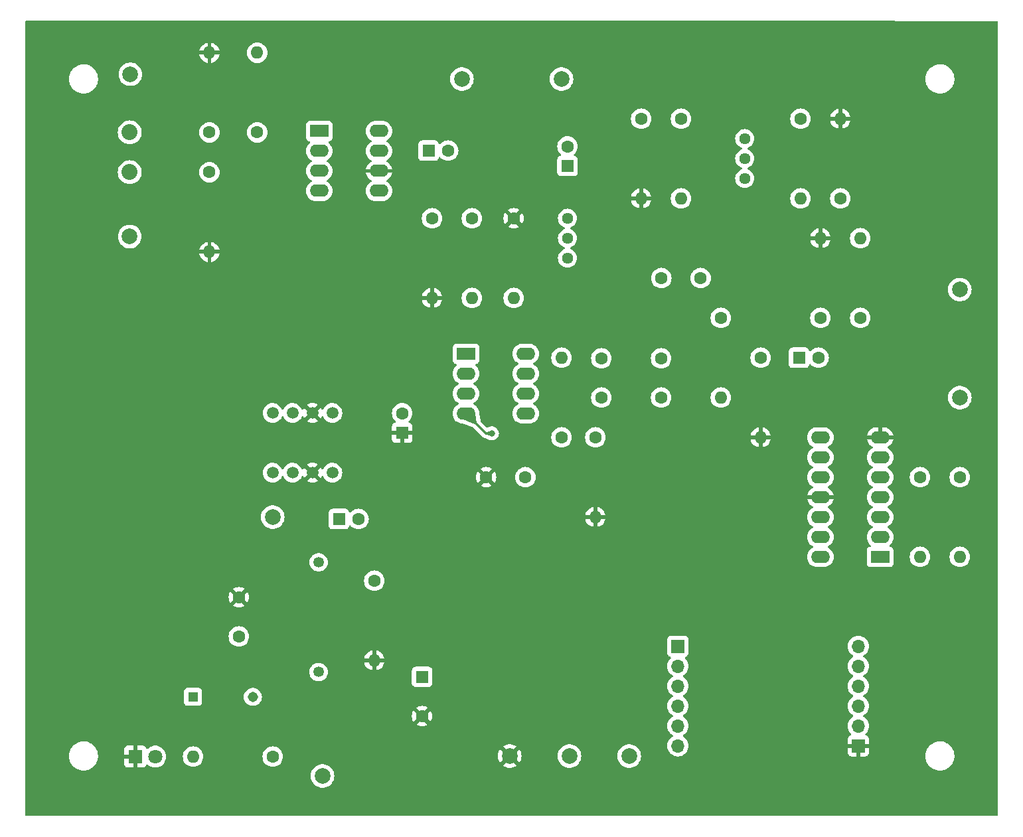
<source format=gbr>
%TF.GenerationSoftware,KiCad,Pcbnew,7.0.10*%
%TF.CreationDate,2024-01-17T14:59:57-08:00*%
%TF.ProjectId,P1.2,50312e32-2e6b-4696-9361-645f70636258,rev?*%
%TF.SameCoordinates,Original*%
%TF.FileFunction,Copper,L2,Bot*%
%TF.FilePolarity,Positive*%
%FSLAX46Y46*%
G04 Gerber Fmt 4.6, Leading zero omitted, Abs format (unit mm)*
G04 Created by KiCad (PCBNEW 7.0.10) date 2024-01-17 14:59:57*
%MOMM*%
%LPD*%
G01*
G04 APERTURE LIST*
%TA.AperFunction,ComponentPad*%
%ADD10R,2.400000X1.600000*%
%TD*%
%TA.AperFunction,ComponentPad*%
%ADD11O,2.400000X1.600000*%
%TD*%
%TA.AperFunction,ComponentPad*%
%ADD12C,2.000000*%
%TD*%
%TA.AperFunction,ComponentPad*%
%ADD13C,1.600000*%
%TD*%
%TA.AperFunction,ComponentPad*%
%ADD14O,1.600000X1.600000*%
%TD*%
%TA.AperFunction,ComponentPad*%
%ADD15C,1.507998*%
%TD*%
%TA.AperFunction,ComponentPad*%
%ADD16R,1.700000X1.700000*%
%TD*%
%TA.AperFunction,ComponentPad*%
%ADD17O,1.700000X1.700000*%
%TD*%
%TA.AperFunction,ComponentPad*%
%ADD18R,1.308000X1.308000*%
%TD*%
%TA.AperFunction,ComponentPad*%
%ADD19C,1.308000*%
%TD*%
%TA.AperFunction,ComponentPad*%
%ADD20C,2.032000*%
%TD*%
%TA.AperFunction,ComponentPad*%
%ADD21R,1.600000X1.600000*%
%TD*%
%TA.AperFunction,ComponentPad*%
%ADD22C,1.440000*%
%TD*%
%TA.AperFunction,ComponentPad*%
%ADD23R,1.800000X1.800000*%
%TD*%
%TA.AperFunction,ComponentPad*%
%ADD24C,1.800000*%
%TD*%
%TA.AperFunction,ComponentPad*%
%ADD25C,1.350000*%
%TD*%
%TA.AperFunction,ViaPad*%
%ADD26C,0.800000*%
%TD*%
%TA.AperFunction,Conductor*%
%ADD27C,0.250000*%
%TD*%
G04 APERTURE END LIST*
D10*
%TO.P,U1,1,IN-*%
%TO.N,/EEG_IN-*%
X113885944Y-65074900D03*
D11*
%TO.P,U1,2,RG*%
%TO.N,Net-(R2-Pad1)*%
X113885944Y-67614900D03*
%TO.P,U1,3,RG*%
%TO.N,Net-(R2-Pad2)*%
X113885944Y-70154900D03*
%TO.P,U1,4,IN+*%
%TO.N,/EEG_IN+*%
X113885944Y-72694900D03*
%TO.P,U1,5,-VS*%
%TO.N,-3V3*%
X121505944Y-72694900D03*
%TO.P,U1,6,REF*%
%TO.N,GND*%
X121505944Y-70154900D03*
%TO.P,U1,7,OUT*%
%TO.N,Net-(U1-OUT)*%
X121505944Y-67614900D03*
%TO.P,U1,8,+VS*%
%TO.N,+3.3V*%
X121505944Y-65074900D03*
%TD*%
D12*
%TO.P,J4,1,Pin_1*%
%TO.N,GND*%
X138176000Y-144780000D03*
%TD*%
D13*
%TO.P,C9,1*%
%TO.N,Net-(C10-Pad1)*%
X149860000Y-94060000D03*
%TO.P,C9,2*%
%TO.N,Net-(U3-IN2-)*%
X149860000Y-99060000D03*
%TD*%
D12*
%TO.P,J14,1,Pin_1*%
%TO.N,STAGE_3_OUT*%
X195581000Y-85290588D03*
%TD*%
%TO.P,J9,1,Pin_1*%
%TO.N,Conditioned_EEG*%
X195580000Y-99060000D03*
%TD*%
D13*
%TO.P,R8,1*%
%TO.N,Net-(U3-IN2-)*%
X144780000Y-104140000D03*
D14*
%TO.P,R8,2*%
%TO.N,Net-(C10-Pad1)*%
X144780000Y-93980000D03*
%TD*%
D12*
%TO.P,J2,1,Pin_1*%
%TO.N,/EEG_IN+*%
X89715944Y-78523271D03*
%TD*%
D13*
%TO.P,R24,1*%
%TO.N,STAGE_3_OUT*%
X180340000Y-73660000D03*
D14*
%TO.P,R24,2*%
%TO.N,GND*%
X180340000Y-63500000D03*
%TD*%
D15*
%TO.P,U4,1,BOOST*%
%TO.N,Net-(J11-Pin_1)*%
X107950000Y-108646600D03*
%TO.P,U4,2,CAP+*%
%TO.N,Net-(U4-CAP+)*%
X110490000Y-108646600D03*
%TO.P,U4,3,GND*%
%TO.N,GND*%
X113030000Y-108646600D03*
%TO.P,U4,4,CAP-*%
%TO.N,Net-(U4-CAP-)*%
X115570000Y-108646600D03*
%TO.P,U4,5,VOUT*%
%TO.N,-3V3*%
X115570000Y-101026600D03*
%TO.P,U4,6,LV*%
%TO.N,GND*%
X113030000Y-101026600D03*
%TO.P,U4,7,OSC*%
%TO.N,unconnected-(U4-OSC-Pad7)*%
X110490000Y-101026600D03*
%TO.P,U4,8,V+*%
%TO.N,+3.3V*%
X107950000Y-101026600D03*
%TD*%
D16*
%TO.P,J12,1,Pin_1*%
%TO.N,GND*%
X182626000Y-143485000D03*
D17*
%TO.P,J12,2,Pin_2*%
%TO.N,unconnected-(J12-Pin_2-Pad2)*%
X182626000Y-140945000D03*
%TO.P,J12,3,Pin_3*%
%TO.N,CLK*%
X182626000Y-138405000D03*
%TO.P,J12,4,Pin_4*%
%TO.N,unconnected-(J12-Pin_4-Pad4)*%
X182626000Y-135865000D03*
%TO.P,J12,5,Pin_5*%
%TO.N,unconnected-(J12-Pin_5-Pad5)*%
X182626000Y-133325000D03*
%TO.P,J12,6,Pin_6*%
%TO.N,unconnected-(J12-Pin_6-Pad6)*%
X182626000Y-130785000D03*
%TD*%
D13*
%TO.P,R2,1*%
%TO.N,Net-(R2-Pad1)*%
X105971944Y-65240000D03*
D14*
%TO.P,R2,2*%
%TO.N,Net-(R2-Pad2)*%
X105971944Y-55080000D03*
%TD*%
D18*
%TO.P,SW1,1*%
%TO.N,BAT+*%
X97790000Y-137240000D03*
D19*
%TO.P,SW1,2*%
%TO.N,Net-(U2-EN)*%
X105410000Y-137240000D03*
%TD*%
D20*
%TO.P,J6,1,Pin_1*%
%TO.N,/EEG_IN-*%
X89715944Y-65240000D03*
%TO.P,J6,2,Pin_2*%
%TO.N,/EEG_IN+*%
X89715944Y-70320000D03*
%TD*%
D12*
%TO.P,J11,1,Pin_1*%
%TO.N,Net-(J11-Pin_1)*%
X107950000Y-114300000D03*
%TD*%
D16*
%TO.P,J13,1,Pin_1*%
%TO.N,+5V*%
X159626000Y-130785000D03*
D17*
%TO.P,J13,2,Pin_2*%
%TO.N,Conditioned_EEG*%
X159626000Y-133325000D03*
%TO.P,J13,3,Pin_3*%
%TO.N,unconnected-(J13-Pin_3-Pad3)*%
X159626000Y-135865000D03*
%TO.P,J13,4,Pin_4*%
%TO.N,unconnected-(J13-Pin_4-Pad4)*%
X159626000Y-138405000D03*
%TO.P,J13,5,Pin_5*%
%TO.N,unconnected-(J13-Pin_5-Pad5)*%
X159626000Y-140945000D03*
%TO.P,J13,6,Pin_6*%
%TO.N,+3.3V*%
X159626000Y-143485000D03*
%TD*%
D13*
%TO.P,R23,1*%
%TO.N,Net-(R23-Pad1)*%
X175260000Y-63500000D03*
D14*
%TO.P,R23,2*%
%TO.N,STAGE_3_OUT*%
X175260000Y-73660000D03*
%TD*%
D13*
%TO.P,R9,1*%
%TO.N,Net-(C4-Pad2)*%
X154940000Y-63500000D03*
D14*
%TO.P,R9,2*%
%TO.N,GND*%
X154940000Y-73660000D03*
%TD*%
D13*
%TO.P,R12,1*%
%TO.N,Net-(U3-IN2-)*%
X149098000Y-104140000D03*
D14*
%TO.P,R12,2*%
%TO.N,GND*%
X149098000Y-114300000D03*
%TD*%
D12*
%TO.P,J1,1,Pin_1*%
%TO.N,/EEG_IN-*%
X89792000Y-57820588D03*
%TD*%
D13*
%TO.P,C1,1*%
%TO.N,Net-(U2-EN)*%
X103632000Y-129536063D03*
%TO.P,C1,2*%
%TO.N,GND*%
X103632000Y-124536063D03*
%TD*%
D21*
%TO.P,C4,1*%
%TO.N,STAGE_2_OUT*%
X145542000Y-69531113D03*
D13*
%TO.P,C4,2*%
%TO.N,Net-(C4-Pad2)*%
X145542000Y-67031113D03*
%TD*%
D12*
%TO.P,J3,1,Pin_1*%
%TO.N,+3.3V*%
X145796000Y-144780000D03*
%TD*%
D13*
%TO.P,R28,1*%
%TO.N,Net-(C11-Pad2)*%
X182880000Y-88900000D03*
D14*
%TO.P,R28,2*%
%TO.N,STAGE_3_OUT*%
X182880000Y-78740000D03*
%TD*%
D13*
%TO.P,R22,1*%
%TO.N,Net-(C11-Pad2)*%
X177800000Y-88900000D03*
D14*
%TO.P,R22,2*%
%TO.N,GND*%
X177800000Y-78740000D03*
%TD*%
D22*
%TO.P,R13,1,1*%
%TO.N,Net-(U3-IN1-)*%
X145542000Y-81280000D03*
%TO.P,R13,2,2*%
%TO.N,STAGE_2_OUT*%
X145542000Y-78740000D03*
%TO.P,R13,3,3*%
%TO.N,unconnected-(R13-Pad3)*%
X145542000Y-76200000D03*
%TD*%
D13*
%TO.P,R21,1*%
%TO.N,Net-(C10-Pad1)*%
X170180000Y-93980000D03*
D14*
%TO.P,R21,2*%
%TO.N,GND*%
X170180000Y-104140000D03*
%TD*%
D21*
%TO.P,C11,1*%
%TO.N,Net-(C10-Pad1)*%
X175070888Y-93980000D03*
D13*
%TO.P,C11,2*%
%TO.N,Net-(C11-Pad2)*%
X177570888Y-93980000D03*
%TD*%
D21*
%TO.P,C2,1*%
%TO.N,Net-(U1-OUT)*%
X127826888Y-67564000D03*
D13*
%TO.P,C2,2*%
%TO.N,STAGE_1_OUT*%
X130326888Y-67564000D03*
%TD*%
%TO.P,R5,1*%
%TO.N,STAGE_1_OUT*%
X128270000Y-76200000D03*
D14*
%TO.P,R5,2*%
%TO.N,GND*%
X128270000Y-86360000D03*
%TD*%
D13*
%TO.P,R3,1*%
%TO.N,/EEG_IN+*%
X99875944Y-70320000D03*
D14*
%TO.P,R3,2*%
%TO.N,GND*%
X99875944Y-80480000D03*
%TD*%
D21*
%TO.P,C5,1*%
%TO.N,Net-(U4-CAP+)*%
X116396888Y-114554000D03*
D13*
%TO.P,C5,2*%
%TO.N,Net-(U4-CAP-)*%
X118896888Y-114554000D03*
%TD*%
D12*
%TO.P,J7,1,Pin_1*%
%TO.N,STAGE_1_OUT*%
X132080000Y-58420000D03*
%TD*%
D10*
%TO.P,U3,1,OUT1*%
%TO.N,STAGE_2_OUT*%
X132598000Y-93482000D03*
D11*
%TO.P,U3,2,IN1-*%
%TO.N,Net-(U3-IN1-)*%
X132598000Y-96022000D03*
%TO.P,U3,3,IN1+*%
%TO.N,Net-(U3-IN1+)*%
X132598000Y-98562000D03*
%TO.P,U3,4,V-*%
%TO.N,-3V3*%
X132598000Y-101102000D03*
%TO.P,U3,5,IN2+*%
%TO.N,Net-(U3-IN2+)*%
X140218000Y-101102000D03*
%TO.P,U3,6,IN2-*%
%TO.N,Net-(U3-IN2-)*%
X140218000Y-98562000D03*
%TO.P,U3,7,OUT2*%
%TO.N,Net-(U3-OUT2)*%
X140218000Y-96022000D03*
%TO.P,U3,8,V+*%
%TO.N,+3.3V*%
X140218000Y-93482000D03*
%TD*%
D13*
%TO.P,C10,1*%
%TO.N,Net-(C10-Pad1)*%
X157480000Y-94060000D03*
%TO.P,C10,2*%
%TO.N,Net-(U3-OUT2)*%
X157480000Y-99060000D03*
%TD*%
%TO.P,R30,1*%
%TO.N,STAGE_3_OUT*%
X190500000Y-109220000D03*
D14*
%TO.P,R30,2*%
%TO.N,Net-(U5-BP)*%
X190500000Y-119380000D03*
%TD*%
D22*
%TO.P,R26,1,1*%
%TO.N,Net-(R23-Pad1)*%
X168148000Y-71120000D03*
%TO.P,R26,2,2*%
%TO.N,+3.3V*%
X168148000Y-68580000D03*
%TO.P,R26,3,3*%
%TO.N,unconnected-(R26-Pad3)*%
X168148000Y-66040000D03*
%TD*%
D12*
%TO.P,J8,1,Pin_1*%
%TO.N,STAGE_2_OUT*%
X144780000Y-58420000D03*
%TD*%
D21*
%TO.P,C6,1*%
%TO.N,GND*%
X124460000Y-103567113D03*
D13*
%TO.P,C6,2*%
%TO.N,-3V3*%
X124460000Y-101067113D03*
%TD*%
%TO.P,C8,1*%
%TO.N,Net-(C10-Pad1)*%
X157520000Y-83820000D03*
%TO.P,C8,2*%
%TO.N,Net-(C8-Pad2)*%
X162520000Y-83820000D03*
%TD*%
%TO.P,R4,1*%
%TO.N,Net-(U2-OSEL)*%
X120904000Y-122428000D03*
D14*
%TO.P,R4,2*%
%TO.N,GND*%
X120904000Y-132588000D03*
%TD*%
D10*
%TO.P,U5,1,BP*%
%TO.N,Net-(U5-BP)*%
X185420000Y-119385000D03*
D11*
%TO.P,U5,2,N/AP/HP*%
%TO.N,Conditioned_EEG*%
X185420000Y-116845000D03*
%TO.P,U5,3,INV1*%
%TO.N,STAGE_3_OUT*%
X185420000Y-114305000D03*
%TO.P,U5,4,S1*%
%TO.N,Net-(U5-LP)*%
X185420000Y-111765000D03*
%TO.P,U5,5,SA*%
%TO.N,+3.3V*%
X185420000Y-109225000D03*
%TO.P,U5,6,V+*%
X185420000Y-106685000D03*
%TO.P,U5,7,LSh*%
%TO.N,GND*%
X185420000Y-104145000D03*
%TO.P,U5,8,CLK*%
%TO.N,CLK*%
X177800000Y-104145000D03*
%TO.P,U5,9,50/100/HOLD*%
%TO.N,+3.3V*%
X177800000Y-106685000D03*
%TO.P,U5,10,V-*%
%TO.N,-3V3*%
X177800000Y-109225000D03*
%TO.P,U5,11,AGND*%
%TO.N,GND*%
X177800000Y-111765000D03*
%TO.P,U5,12,INV2*%
%TO.N,unconnected-(U5-INV2-Pad12)*%
X177800000Y-114305000D03*
%TO.P,U5,13,V02*%
%TO.N,unconnected-(U5-V02-Pad13)*%
X177800000Y-116845000D03*
%TO.P,U5,14,LP*%
%TO.N,Net-(U5-LP)*%
X177800000Y-119385000D03*
%TD*%
D13*
%TO.P,R7,1*%
%TO.N,GND*%
X138684000Y-76200000D03*
D14*
%TO.P,R7,2*%
%TO.N,Net-(U3-IN1-)*%
X138684000Y-86360000D03*
%TD*%
D13*
%TO.P,R10,1*%
%TO.N,Net-(C4-Pad2)*%
X160020000Y-63500000D03*
D14*
%TO.P,R10,2*%
%TO.N,Net-(C8-Pad2)*%
X160020000Y-73660000D03*
%TD*%
D23*
%TO.P,D1,1,K*%
%TO.N,GND*%
X90419000Y-144860000D03*
D24*
%TO.P,D1,2,A*%
%TO.N,Net-(D1-A)*%
X92959000Y-144860000D03*
%TD*%
D12*
%TO.P,J5,1,Pin_1*%
%TO.N,-3V3*%
X153416000Y-144780000D03*
%TD*%
%TO.P,J10,1,Pin_1*%
%TO.N,BAT+*%
X114300000Y-147320000D03*
%TD*%
D13*
%TO.P,R31,1*%
%TO.N,Net-(U2-EN)*%
X107950000Y-144860000D03*
D14*
%TO.P,R31,2*%
%TO.N,Net-(D1-A)*%
X97790000Y-144860000D03*
%TD*%
D21*
%TO.P,C3,1*%
%TO.N,+3.3V*%
X127000000Y-134700000D03*
D13*
%TO.P,C3,2*%
%TO.N,GND*%
X127000000Y-139700000D03*
%TD*%
D25*
%TO.P,L1,1,1*%
%TO.N,Net-(U2-EN)*%
X113792000Y-120076063D03*
%TO.P,L1,2,2*%
%TO.N,Net-(U2-SW)*%
X113792000Y-134076063D03*
%TD*%
D13*
%TO.P,R29,1*%
%TO.N,STAGE_3_OUT*%
X195580000Y-109220000D03*
D14*
%TO.P,R29,2*%
%TO.N,Conditioned_EEG*%
X195580000Y-119380000D03*
%TD*%
D13*
%TO.P,C7,1*%
%TO.N,GND*%
X135168000Y-109220000D03*
%TO.P,C7,2*%
%TO.N,Net-(U3-IN2+)*%
X140168000Y-109220000D03*
%TD*%
%TO.P,R11,1*%
%TO.N,Net-(C8-Pad2)*%
X165100000Y-88900000D03*
D14*
%TO.P,R11,2*%
%TO.N,Net-(U3-IN2+)*%
X165100000Y-99060000D03*
%TD*%
D13*
%TO.P,R1,1*%
%TO.N,/EEG_IN-*%
X99875944Y-65240000D03*
D14*
%TO.P,R1,2*%
%TO.N,GND*%
X99875944Y-55080000D03*
%TD*%
D13*
%TO.P,R6,1*%
%TO.N,STAGE_1_OUT*%
X133350000Y-76200000D03*
D14*
%TO.P,R6,2*%
%TO.N,Net-(U3-IN1+)*%
X133350000Y-86360000D03*
%TD*%
D26*
%TO.N,GND*%
X127508000Y-129673412D03*
X127508000Y-124968000D03*
%TO.N,-3V3*%
X135890000Y-103632000D03*
%TD*%
D27*
%TO.N,-3V3*%
X135128000Y-103632000D02*
X135890000Y-103632000D01*
X132598000Y-101102000D02*
X135128000Y-103632000D01*
%TD*%
%TA.AperFunction,Conductor*%
%TO.N,GND*%
G36*
X200335757Y-51053338D02*
G01*
X200402752Y-51073159D01*
X200448399Y-51126056D01*
X200459500Y-51177337D01*
X200459500Y-152329500D01*
X200439815Y-152396539D01*
X200387011Y-152442294D01*
X200335500Y-152453500D01*
X102415000Y-152453500D01*
X76524247Y-152400661D01*
X76457248Y-152380839D01*
X76411601Y-152327942D01*
X76400500Y-152276661D01*
X76400500Y-147320005D01*
X112794357Y-147320005D01*
X112814890Y-147567812D01*
X112814892Y-147567824D01*
X112875936Y-147808881D01*
X112975826Y-148036606D01*
X113111833Y-148244782D01*
X113111836Y-148244785D01*
X113280256Y-148427738D01*
X113476491Y-148580474D01*
X113695190Y-148698828D01*
X113930386Y-148779571D01*
X114175665Y-148820500D01*
X114424335Y-148820500D01*
X114669614Y-148779571D01*
X114904810Y-148698828D01*
X115123509Y-148580474D01*
X115319744Y-148427738D01*
X115488164Y-148244785D01*
X115624173Y-148036607D01*
X115724063Y-147808881D01*
X115785108Y-147567821D01*
X115805643Y-147320000D01*
X115785108Y-147072179D01*
X115724063Y-146831119D01*
X115631300Y-146619642D01*
X115624173Y-146603393D01*
X115488166Y-146395217D01*
X115382101Y-146280000D01*
X115319744Y-146212262D01*
X115123509Y-146059526D01*
X115123507Y-146059525D01*
X115123506Y-146059524D01*
X114904811Y-145941172D01*
X114904802Y-145941169D01*
X114669616Y-145860429D01*
X114424335Y-145819500D01*
X114175665Y-145819500D01*
X113930383Y-145860429D01*
X113695197Y-145941169D01*
X113695188Y-145941172D01*
X113476493Y-146059524D01*
X113280257Y-146212261D01*
X113111833Y-146395217D01*
X112975826Y-146603393D01*
X112875936Y-146831118D01*
X112814892Y-147072175D01*
X112814890Y-147072187D01*
X112794357Y-147319994D01*
X112794357Y-147320005D01*
X76400500Y-147320005D01*
X76400500Y-144847909D01*
X81961779Y-144847909D01*
X81991468Y-145117735D01*
X81991470Y-145117748D01*
X82037774Y-145294865D01*
X82060132Y-145380384D01*
X82166303Y-145630224D01*
X82238588Y-145748668D01*
X82307716Y-145861940D01*
X82307717Y-145861942D01*
X82334328Y-145893918D01*
X82455946Y-146040057D01*
X82481369Y-146070605D01*
X82533361Y-146117190D01*
X82683546Y-146251757D01*
X82909947Y-146401542D01*
X83155743Y-146516767D01*
X83415697Y-146594975D01*
X83684268Y-146634500D01*
X83684273Y-146634500D01*
X83887779Y-146634500D01*
X83887781Y-146634500D01*
X83887786Y-146634499D01*
X83887798Y-146634499D01*
X83925424Y-146631744D01*
X84090740Y-146619645D01*
X84201488Y-146594975D01*
X84355702Y-146560623D01*
X84355704Y-146560622D01*
X84355709Y-146560621D01*
X84609261Y-146463646D01*
X84845991Y-146330786D01*
X85060853Y-146164875D01*
X85249269Y-145969447D01*
X85364886Y-145807844D01*
X89019000Y-145807844D01*
X89025401Y-145867372D01*
X89025403Y-145867379D01*
X89075645Y-146002086D01*
X89075649Y-146002093D01*
X89161809Y-146117187D01*
X89161812Y-146117190D01*
X89276906Y-146203350D01*
X89276913Y-146203354D01*
X89411620Y-146253596D01*
X89411627Y-146253598D01*
X89471155Y-146259999D01*
X89471172Y-146260000D01*
X90169000Y-146260000D01*
X90169000Y-145234189D01*
X90221547Y-145270016D01*
X90351173Y-145310000D01*
X90452724Y-145310000D01*
X90553138Y-145294865D01*
X90669000Y-145239068D01*
X90669000Y-146260000D01*
X91366828Y-146260000D01*
X91366844Y-146259999D01*
X91426372Y-146253598D01*
X91426379Y-146253596D01*
X91561086Y-146203354D01*
X91561093Y-146203350D01*
X91676187Y-146117190D01*
X91676190Y-146117187D01*
X91762350Y-146002093D01*
X91762355Y-146002084D01*
X91791075Y-145925081D01*
X91832945Y-145869147D01*
X91898409Y-145844729D01*
X91966682Y-145859580D01*
X91998484Y-145884428D01*
X92007216Y-145893913D01*
X92007219Y-145893915D01*
X92007222Y-145893918D01*
X92190365Y-146036464D01*
X92190371Y-146036468D01*
X92190374Y-146036470D01*
X92394497Y-146146936D01*
X92446752Y-146164875D01*
X92614015Y-146222297D01*
X92614017Y-146222297D01*
X92614019Y-146222298D01*
X92842951Y-146260500D01*
X92842952Y-146260500D01*
X93075048Y-146260500D01*
X93075049Y-146260500D01*
X93303981Y-146222298D01*
X93523503Y-146146936D01*
X93727626Y-146036470D01*
X93910784Y-145893913D01*
X94067979Y-145723153D01*
X94194924Y-145528849D01*
X94288157Y-145316300D01*
X94345134Y-145091305D01*
X94345516Y-145086697D01*
X94364300Y-144860006D01*
X94364300Y-144860001D01*
X96484532Y-144860001D01*
X96504364Y-145086686D01*
X96504366Y-145086697D01*
X96563258Y-145306488D01*
X96563261Y-145306497D01*
X96659431Y-145512732D01*
X96659432Y-145512734D01*
X96789954Y-145699141D01*
X96950858Y-145860045D01*
X96953567Y-145861942D01*
X97137266Y-145990568D01*
X97343504Y-146086739D01*
X97563308Y-146145635D01*
X97725230Y-146159801D01*
X97789998Y-146165468D01*
X97790000Y-146165468D01*
X97790002Y-146165468D01*
X97846673Y-146160509D01*
X98016692Y-146145635D01*
X98236496Y-146086739D01*
X98442734Y-145990568D01*
X98629139Y-145860047D01*
X98790047Y-145699139D01*
X98920568Y-145512734D01*
X99016739Y-145306496D01*
X99075635Y-145086692D01*
X99092634Y-144892384D01*
X99095468Y-144860001D01*
X106644532Y-144860001D01*
X106664364Y-145086686D01*
X106664366Y-145086697D01*
X106723258Y-145306488D01*
X106723261Y-145306497D01*
X106819431Y-145512732D01*
X106819432Y-145512734D01*
X106949954Y-145699141D01*
X107110858Y-145860045D01*
X107113567Y-145861942D01*
X107297266Y-145990568D01*
X107503504Y-146086739D01*
X107723308Y-146145635D01*
X107885230Y-146159801D01*
X107949998Y-146165468D01*
X107950000Y-146165468D01*
X107950002Y-146165468D01*
X108006673Y-146160509D01*
X108176692Y-146145635D01*
X108396496Y-146086739D01*
X108602734Y-145990568D01*
X108789139Y-145860047D01*
X108950047Y-145699139D01*
X109080568Y-145512734D01*
X109176739Y-145306496D01*
X109235635Y-145086692D01*
X109252634Y-144892384D01*
X109255468Y-144860001D01*
X109255468Y-144859998D01*
X109248469Y-144780005D01*
X136670859Y-144780005D01*
X136691385Y-145027729D01*
X136691387Y-145027738D01*
X136752412Y-145268717D01*
X136852266Y-145496364D01*
X136952564Y-145649882D01*
X137692923Y-144909523D01*
X137716507Y-144989844D01*
X137794239Y-145110798D01*
X137902900Y-145204952D01*
X138033685Y-145264680D01*
X138043466Y-145266086D01*
X137305942Y-146003609D01*
X137352768Y-146040055D01*
X137352770Y-146040056D01*
X137571385Y-146158364D01*
X137571396Y-146158369D01*
X137806506Y-146239083D01*
X138051707Y-146280000D01*
X138300293Y-146280000D01*
X138545493Y-146239083D01*
X138780603Y-146158369D01*
X138780614Y-146158364D01*
X138999228Y-146040057D01*
X138999231Y-146040055D01*
X139046056Y-146003609D01*
X138308533Y-145266086D01*
X138318315Y-145264680D01*
X138449100Y-145204952D01*
X138557761Y-145110798D01*
X138635493Y-144989844D01*
X138659076Y-144909524D01*
X139399434Y-145649882D01*
X139499731Y-145496369D01*
X139599587Y-145268717D01*
X139660612Y-145027738D01*
X139660614Y-145027729D01*
X139681141Y-144780005D01*
X144290357Y-144780005D01*
X144310890Y-145027812D01*
X144310892Y-145027824D01*
X144371936Y-145268881D01*
X144471826Y-145496606D01*
X144607833Y-145704782D01*
X144607836Y-145704785D01*
X144776256Y-145887738D01*
X144972491Y-146040474D01*
X144972493Y-146040475D01*
X145190332Y-146158364D01*
X145191190Y-146158828D01*
X145320878Y-146203350D01*
X145424964Y-146239083D01*
X145426386Y-146239571D01*
X145671665Y-146280500D01*
X145920335Y-146280500D01*
X146165614Y-146239571D01*
X146400810Y-146158828D01*
X146619509Y-146040474D01*
X146815744Y-145887738D01*
X146984164Y-145704785D01*
X147120173Y-145496607D01*
X147220063Y-145268881D01*
X147281108Y-145027821D01*
X147281116Y-145027729D01*
X147301643Y-144780005D01*
X151910357Y-144780005D01*
X151930890Y-145027812D01*
X151930892Y-145027824D01*
X151991936Y-145268881D01*
X152091826Y-145496606D01*
X152227833Y-145704782D01*
X152227836Y-145704785D01*
X152396256Y-145887738D01*
X152592491Y-146040474D01*
X152592493Y-146040475D01*
X152810332Y-146158364D01*
X152811190Y-146158828D01*
X152940878Y-146203350D01*
X153044964Y-146239083D01*
X153046386Y-146239571D01*
X153291665Y-146280500D01*
X153540335Y-146280500D01*
X153785614Y-146239571D01*
X154020810Y-146158828D01*
X154239509Y-146040474D01*
X154435744Y-145887738D01*
X154604164Y-145704785D01*
X154740173Y-145496607D01*
X154840063Y-145268881D01*
X154901108Y-145027821D01*
X154901116Y-145027729D01*
X154916016Y-144847909D01*
X191181779Y-144847909D01*
X191211468Y-145117735D01*
X191211470Y-145117748D01*
X191257774Y-145294865D01*
X191280132Y-145380384D01*
X191386303Y-145630224D01*
X191458588Y-145748668D01*
X191527716Y-145861940D01*
X191527717Y-145861942D01*
X191554328Y-145893918D01*
X191675946Y-146040057D01*
X191701369Y-146070605D01*
X191753361Y-146117190D01*
X191903546Y-146251757D01*
X192129947Y-146401542D01*
X192375743Y-146516767D01*
X192635697Y-146594975D01*
X192904268Y-146634500D01*
X192904273Y-146634500D01*
X193107779Y-146634500D01*
X193107781Y-146634500D01*
X193107786Y-146634499D01*
X193107798Y-146634499D01*
X193145424Y-146631744D01*
X193310740Y-146619645D01*
X193421488Y-146594975D01*
X193575702Y-146560623D01*
X193575704Y-146560622D01*
X193575709Y-146560621D01*
X193829261Y-146463646D01*
X194065991Y-146330786D01*
X194280853Y-146164875D01*
X194469269Y-145969447D01*
X194627223Y-145748668D01*
X194751348Y-145507244D01*
X194819833Y-145306497D01*
X194838994Y-145250333D01*
X194838994Y-145250329D01*
X194838998Y-145250320D01*
X194888306Y-144983371D01*
X194898220Y-144712089D01*
X194868530Y-144442253D01*
X194799868Y-144179616D01*
X194693697Y-143929776D01*
X194564401Y-143717915D01*
X194552283Y-143698059D01*
X194552282Y-143698057D01*
X194462814Y-143590551D01*
X194378632Y-143489396D01*
X194352970Y-143466403D01*
X194176454Y-143308243D01*
X193950055Y-143158459D01*
X193940974Y-143154202D01*
X193704257Y-143043233D01*
X193444303Y-142965025D01*
X193444301Y-142965024D01*
X193444299Y-142965024D01*
X193347999Y-142950852D01*
X193175732Y-142925500D01*
X192972219Y-142925500D01*
X192972201Y-142925500D01*
X192769260Y-142940355D01*
X192769246Y-142940357D01*
X192504297Y-142999376D01*
X192504290Y-142999379D01*
X192250736Y-143096355D01*
X192014012Y-143229211D01*
X191799140Y-143395130D01*
X191799139Y-143395132D01*
X191610734Y-143590549D01*
X191610732Y-143590551D01*
X191452778Y-143811329D01*
X191328656Y-144052746D01*
X191328649Y-144052762D01*
X191241005Y-144309666D01*
X191241001Y-144309684D01*
X191191693Y-144576631D01*
X191191693Y-144576633D01*
X191181779Y-144847909D01*
X154916016Y-144847909D01*
X154921643Y-144780005D01*
X154921643Y-144779994D01*
X154901109Y-144532187D01*
X154901107Y-144532175D01*
X154840063Y-144291118D01*
X154740173Y-144063393D01*
X154604166Y-143855217D01*
X154563764Y-143811329D01*
X154435744Y-143672262D01*
X154239509Y-143519526D01*
X154239507Y-143519525D01*
X154239506Y-143519524D01*
X154175711Y-143485000D01*
X158270341Y-143485000D01*
X158290936Y-143720403D01*
X158290938Y-143720413D01*
X158352094Y-143948655D01*
X158352096Y-143948659D01*
X158352097Y-143948663D01*
X158405597Y-144063393D01*
X158451965Y-144162830D01*
X158451967Y-144162834D01*
X158554781Y-144309666D01*
X158587505Y-144356401D01*
X158754599Y-144523495D01*
X158821238Y-144570156D01*
X158948165Y-144659032D01*
X158948167Y-144659033D01*
X158948170Y-144659035D01*
X159162337Y-144758903D01*
X159390592Y-144820063D01*
X159561319Y-144835000D01*
X159625999Y-144840659D01*
X159626000Y-144840659D01*
X159626001Y-144840659D01*
X159690681Y-144835000D01*
X159861408Y-144820063D01*
X160089663Y-144758903D01*
X160303830Y-144659035D01*
X160497401Y-144523495D01*
X160664495Y-144356401D01*
X160800035Y-144162830D01*
X160899903Y-143948663D01*
X160961063Y-143720408D01*
X160981659Y-143485000D01*
X160961063Y-143249592D01*
X160899903Y-143021337D01*
X160800035Y-142807171D01*
X160664495Y-142613599D01*
X160664494Y-142613597D01*
X160497402Y-142446506D01*
X160497396Y-142446501D01*
X160311842Y-142316575D01*
X160268217Y-142261998D01*
X160261023Y-142192500D01*
X160292546Y-142130145D01*
X160311842Y-142113425D01*
X160423500Y-142035241D01*
X160497401Y-141983495D01*
X160664495Y-141816401D01*
X160800035Y-141622830D01*
X160899903Y-141408663D01*
X160961063Y-141180408D01*
X160981659Y-140945000D01*
X181270341Y-140945000D01*
X181290936Y-141180403D01*
X181290938Y-141180413D01*
X181352094Y-141408655D01*
X181352096Y-141408659D01*
X181352097Y-141408663D01*
X181451965Y-141622830D01*
X181451967Y-141622834D01*
X181560281Y-141777521D01*
X181587501Y-141816396D01*
X181587506Y-141816402D01*
X181709818Y-141938714D01*
X181743303Y-142000037D01*
X181738319Y-142069729D01*
X181696447Y-142125662D01*
X181665471Y-142142577D01*
X181533912Y-142191646D01*
X181533906Y-142191649D01*
X181418812Y-142277809D01*
X181418809Y-142277812D01*
X181332649Y-142392906D01*
X181332645Y-142392913D01*
X181282403Y-142527620D01*
X181282401Y-142527627D01*
X181276000Y-142587155D01*
X181276000Y-143235000D01*
X182192314Y-143235000D01*
X182166507Y-143275156D01*
X182126000Y-143413111D01*
X182126000Y-143556889D01*
X182166507Y-143694844D01*
X182192314Y-143735000D01*
X181276000Y-143735000D01*
X181276000Y-144382844D01*
X181282401Y-144442372D01*
X181282403Y-144442379D01*
X181332645Y-144577086D01*
X181332649Y-144577093D01*
X181418809Y-144692187D01*
X181418812Y-144692190D01*
X181533906Y-144778350D01*
X181533913Y-144778354D01*
X181668620Y-144828596D01*
X181668627Y-144828598D01*
X181728155Y-144834999D01*
X181728172Y-144835000D01*
X182376000Y-144835000D01*
X182376000Y-143920501D01*
X182483685Y-143969680D01*
X182590237Y-143985000D01*
X182661763Y-143985000D01*
X182768315Y-143969680D01*
X182876000Y-143920501D01*
X182876000Y-144835000D01*
X183523828Y-144835000D01*
X183523844Y-144834999D01*
X183583372Y-144828598D01*
X183583379Y-144828596D01*
X183718086Y-144778354D01*
X183718093Y-144778350D01*
X183833187Y-144692190D01*
X183833190Y-144692187D01*
X183919350Y-144577093D01*
X183919354Y-144577086D01*
X183969596Y-144442379D01*
X183969598Y-144442372D01*
X183975999Y-144382844D01*
X183976000Y-144382827D01*
X183976000Y-143735000D01*
X183059686Y-143735000D01*
X183085493Y-143694844D01*
X183126000Y-143556889D01*
X183126000Y-143413111D01*
X183085493Y-143275156D01*
X183059686Y-143235000D01*
X183976000Y-143235000D01*
X183976000Y-142587172D01*
X183975999Y-142587155D01*
X183969598Y-142527627D01*
X183969596Y-142527620D01*
X183919354Y-142392913D01*
X183919350Y-142392906D01*
X183833190Y-142277812D01*
X183833187Y-142277809D01*
X183718093Y-142191649D01*
X183718088Y-142191646D01*
X183586528Y-142142577D01*
X183530595Y-142100705D01*
X183506178Y-142035241D01*
X183521030Y-141966968D01*
X183542175Y-141938720D01*
X183664495Y-141816401D01*
X183800035Y-141622830D01*
X183899903Y-141408663D01*
X183961063Y-141180408D01*
X183981659Y-140945000D01*
X183961063Y-140709592D01*
X183899903Y-140481337D01*
X183800035Y-140267171D01*
X183715423Y-140146331D01*
X183664494Y-140073597D01*
X183497402Y-139906506D01*
X183497396Y-139906501D01*
X183311842Y-139776575D01*
X183268217Y-139721998D01*
X183261023Y-139652500D01*
X183292546Y-139590145D01*
X183311842Y-139573425D01*
X183454692Y-139473400D01*
X183497401Y-139443495D01*
X183664495Y-139276401D01*
X183800035Y-139082830D01*
X183899903Y-138868663D01*
X183961063Y-138640408D01*
X183981659Y-138405000D01*
X183961063Y-138169592D01*
X183900049Y-137941883D01*
X183899905Y-137941344D01*
X183899904Y-137941343D01*
X183899903Y-137941337D01*
X183800035Y-137727171D01*
X183752190Y-137658840D01*
X183664494Y-137533597D01*
X183497402Y-137366506D01*
X183497396Y-137366501D01*
X183311842Y-137236575D01*
X183268217Y-137181998D01*
X183261023Y-137112500D01*
X183292546Y-137050145D01*
X183311842Y-137033425D01*
X183334026Y-137017891D01*
X183497401Y-136903495D01*
X183664495Y-136736401D01*
X183800035Y-136542830D01*
X183899903Y-136328663D01*
X183961063Y-136100408D01*
X183981659Y-135865000D01*
X183961063Y-135629592D01*
X183899903Y-135401337D01*
X183800035Y-135187171D01*
X183761990Y-135132836D01*
X183664494Y-134993597D01*
X183497402Y-134826506D01*
X183497396Y-134826501D01*
X183311842Y-134696575D01*
X183268217Y-134641998D01*
X183261023Y-134572500D01*
X183292546Y-134510145D01*
X183311842Y-134493425D01*
X183334026Y-134477891D01*
X183497401Y-134363495D01*
X183664495Y-134196401D01*
X183800035Y-134002830D01*
X183899903Y-133788663D01*
X183961063Y-133560408D01*
X183981659Y-133325000D01*
X183961063Y-133089592D01*
X183899903Y-132861337D01*
X183800035Y-132647171D01*
X183758604Y-132588000D01*
X183664494Y-132453597D01*
X183497402Y-132286506D01*
X183497396Y-132286501D01*
X183311842Y-132156575D01*
X183268217Y-132101998D01*
X183261023Y-132032500D01*
X183292546Y-131970145D01*
X183311842Y-131953425D01*
X183337417Y-131935517D01*
X183497401Y-131823495D01*
X183664495Y-131656401D01*
X183800035Y-131462830D01*
X183899903Y-131248663D01*
X183961063Y-131020408D01*
X183981659Y-130785000D01*
X183961063Y-130549592D01*
X183899903Y-130321337D01*
X183800035Y-130107171D01*
X183712782Y-129982559D01*
X183664494Y-129913597D01*
X183497402Y-129746506D01*
X183497395Y-129746501D01*
X183303834Y-129610967D01*
X183303830Y-129610965D01*
X183303828Y-129610964D01*
X183089663Y-129511097D01*
X183089659Y-129511096D01*
X183089655Y-129511094D01*
X182861413Y-129449938D01*
X182861403Y-129449936D01*
X182626001Y-129429341D01*
X182625999Y-129429341D01*
X182390596Y-129449936D01*
X182390586Y-129449938D01*
X182162344Y-129511094D01*
X182162335Y-129511098D01*
X181948171Y-129610964D01*
X181948169Y-129610965D01*
X181754597Y-129746505D01*
X181587505Y-129913597D01*
X181451965Y-130107169D01*
X181451964Y-130107171D01*
X181352098Y-130321335D01*
X181352094Y-130321344D01*
X181290938Y-130549586D01*
X181290936Y-130549596D01*
X181270341Y-130784999D01*
X181270341Y-130785000D01*
X181290936Y-131020403D01*
X181290938Y-131020413D01*
X181352094Y-131248655D01*
X181352096Y-131248659D01*
X181352097Y-131248663D01*
X181380292Y-131309127D01*
X181451965Y-131462830D01*
X181451967Y-131462834D01*
X181587501Y-131656395D01*
X181587506Y-131656402D01*
X181754597Y-131823493D01*
X181754603Y-131823498D01*
X181940158Y-131953425D01*
X181983783Y-132008002D01*
X181990977Y-132077500D01*
X181959454Y-132139855D01*
X181940158Y-132156575D01*
X181754597Y-132286505D01*
X181587505Y-132453597D01*
X181451965Y-132647169D01*
X181451964Y-132647171D01*
X181352098Y-132861335D01*
X181352094Y-132861344D01*
X181290938Y-133089586D01*
X181290936Y-133089596D01*
X181270341Y-133324999D01*
X181270341Y-133325000D01*
X181290936Y-133560403D01*
X181290938Y-133560413D01*
X181352094Y-133788655D01*
X181352096Y-133788659D01*
X181352097Y-133788663D01*
X181381692Y-133852129D01*
X181451965Y-134002830D01*
X181451967Y-134002834D01*
X181587501Y-134196395D01*
X181587506Y-134196402D01*
X181754597Y-134363493D01*
X181754603Y-134363498D01*
X181940158Y-134493425D01*
X181983783Y-134548002D01*
X181990977Y-134617500D01*
X181959454Y-134679855D01*
X181940158Y-134696575D01*
X181754597Y-134826505D01*
X181587505Y-134993597D01*
X181451965Y-135187169D01*
X181451964Y-135187171D01*
X181352098Y-135401335D01*
X181352094Y-135401344D01*
X181290938Y-135629586D01*
X181290936Y-135629596D01*
X181270341Y-135864999D01*
X181270341Y-135865000D01*
X181290936Y-136100403D01*
X181290938Y-136100413D01*
X181352094Y-136328655D01*
X181352096Y-136328659D01*
X181352097Y-136328663D01*
X181412821Y-136458886D01*
X181451965Y-136542830D01*
X181451967Y-136542834D01*
X181587501Y-136736395D01*
X181587506Y-136736402D01*
X181754597Y-136903493D01*
X181754603Y-136903498D01*
X181940158Y-137033425D01*
X181983783Y-137088002D01*
X181990977Y-137157500D01*
X181959454Y-137219855D01*
X181940158Y-137236575D01*
X181754597Y-137366505D01*
X181587505Y-137533597D01*
X181451965Y-137727169D01*
X181451964Y-137727171D01*
X181352098Y-137941335D01*
X181352094Y-137941344D01*
X181290938Y-138169586D01*
X181290936Y-138169596D01*
X181270341Y-138404999D01*
X181270341Y-138405000D01*
X181290936Y-138640403D01*
X181290938Y-138640413D01*
X181352094Y-138868655D01*
X181352096Y-138868659D01*
X181352097Y-138868663D01*
X181401462Y-138974526D01*
X181451965Y-139082830D01*
X181451967Y-139082834D01*
X181587501Y-139276395D01*
X181587506Y-139276402D01*
X181754597Y-139443493D01*
X181754603Y-139443498D01*
X181940158Y-139573425D01*
X181983783Y-139628002D01*
X181990977Y-139697500D01*
X181959454Y-139759855D01*
X181940158Y-139776575D01*
X181754597Y-139906505D01*
X181587505Y-140073597D01*
X181451965Y-140267169D01*
X181451964Y-140267171D01*
X181352098Y-140481335D01*
X181352094Y-140481344D01*
X181290938Y-140709586D01*
X181290936Y-140709596D01*
X181270341Y-140944999D01*
X181270341Y-140945000D01*
X160981659Y-140945000D01*
X160961063Y-140709592D01*
X160899903Y-140481337D01*
X160800035Y-140267171D01*
X160715423Y-140146331D01*
X160664494Y-140073597D01*
X160497402Y-139906506D01*
X160497396Y-139906501D01*
X160311842Y-139776575D01*
X160268217Y-139721998D01*
X160261023Y-139652500D01*
X160292546Y-139590145D01*
X160311842Y-139573425D01*
X160454692Y-139473400D01*
X160497401Y-139443495D01*
X160664495Y-139276401D01*
X160800035Y-139082830D01*
X160899903Y-138868663D01*
X160961063Y-138640408D01*
X160981659Y-138405000D01*
X160961063Y-138169592D01*
X160900049Y-137941883D01*
X160899905Y-137941344D01*
X160899904Y-137941343D01*
X160899903Y-137941337D01*
X160800035Y-137727171D01*
X160752190Y-137658840D01*
X160664494Y-137533597D01*
X160497402Y-137366506D01*
X160497396Y-137366501D01*
X160311842Y-137236575D01*
X160268217Y-137181998D01*
X160261023Y-137112500D01*
X160292546Y-137050145D01*
X160311842Y-137033425D01*
X160334026Y-137017891D01*
X160497401Y-136903495D01*
X160664495Y-136736401D01*
X160800035Y-136542830D01*
X160899903Y-136328663D01*
X160961063Y-136100408D01*
X160981659Y-135865000D01*
X160961063Y-135629592D01*
X160899903Y-135401337D01*
X160800035Y-135187171D01*
X160761990Y-135132836D01*
X160664494Y-134993597D01*
X160497402Y-134826506D01*
X160497396Y-134826501D01*
X160311842Y-134696575D01*
X160268217Y-134641998D01*
X160261023Y-134572500D01*
X160292546Y-134510145D01*
X160311842Y-134493425D01*
X160334026Y-134477891D01*
X160497401Y-134363495D01*
X160664495Y-134196401D01*
X160800035Y-134002830D01*
X160899903Y-133788663D01*
X160961063Y-133560408D01*
X160981659Y-133325000D01*
X160961063Y-133089592D01*
X160899903Y-132861337D01*
X160800035Y-132647171D01*
X160758603Y-132588000D01*
X160664496Y-132453600D01*
X160664493Y-132453597D01*
X160542567Y-132331671D01*
X160509084Y-132270351D01*
X160514068Y-132200659D01*
X160555939Y-132144725D01*
X160586915Y-132127810D01*
X160718331Y-132078796D01*
X160833546Y-131992546D01*
X160919796Y-131877331D01*
X160970091Y-131742483D01*
X160976500Y-131682873D01*
X160976499Y-129887128D01*
X160970091Y-129827517D01*
X160945938Y-129762760D01*
X160919797Y-129692671D01*
X160919793Y-129692664D01*
X160833547Y-129577455D01*
X160833544Y-129577452D01*
X160718335Y-129491206D01*
X160718328Y-129491202D01*
X160583482Y-129440908D01*
X160583483Y-129440908D01*
X160523883Y-129434501D01*
X160523881Y-129434500D01*
X160523873Y-129434500D01*
X160523864Y-129434500D01*
X158728129Y-129434500D01*
X158728123Y-129434501D01*
X158668516Y-129440908D01*
X158533671Y-129491202D01*
X158533664Y-129491206D01*
X158418455Y-129577452D01*
X158418452Y-129577455D01*
X158332206Y-129692664D01*
X158332202Y-129692671D01*
X158281908Y-129827517D01*
X158275501Y-129887116D01*
X158275501Y-129887123D01*
X158275500Y-129887135D01*
X158275500Y-131682870D01*
X158275501Y-131682876D01*
X158281908Y-131742483D01*
X158332202Y-131877328D01*
X158332206Y-131877335D01*
X158418452Y-131992544D01*
X158418455Y-131992547D01*
X158533664Y-132078793D01*
X158533671Y-132078797D01*
X158665081Y-132127810D01*
X158721015Y-132169681D01*
X158745432Y-132235145D01*
X158730580Y-132303418D01*
X158709430Y-132331673D01*
X158587503Y-132453600D01*
X158451965Y-132647169D01*
X158451964Y-132647171D01*
X158352098Y-132861335D01*
X158352094Y-132861344D01*
X158290938Y-133089586D01*
X158290936Y-133089596D01*
X158270341Y-133324999D01*
X158270341Y-133325000D01*
X158290936Y-133560403D01*
X158290938Y-133560413D01*
X158352094Y-133788655D01*
X158352096Y-133788659D01*
X158352097Y-133788663D01*
X158381692Y-133852129D01*
X158451965Y-134002830D01*
X158451967Y-134002834D01*
X158587501Y-134196395D01*
X158587506Y-134196402D01*
X158754597Y-134363493D01*
X158754603Y-134363498D01*
X158940158Y-134493425D01*
X158983783Y-134548002D01*
X158990977Y-134617500D01*
X158959454Y-134679855D01*
X158940158Y-134696575D01*
X158754597Y-134826505D01*
X158587505Y-134993597D01*
X158451965Y-135187169D01*
X158451964Y-135187171D01*
X158352098Y-135401335D01*
X158352094Y-135401344D01*
X158290938Y-135629586D01*
X158290936Y-135629596D01*
X158270341Y-135864999D01*
X158270341Y-135865000D01*
X158290936Y-136100403D01*
X158290938Y-136100413D01*
X158352094Y-136328655D01*
X158352096Y-136328659D01*
X158352097Y-136328663D01*
X158412821Y-136458886D01*
X158451965Y-136542830D01*
X158451967Y-136542834D01*
X158587501Y-136736395D01*
X158587506Y-136736402D01*
X158754597Y-136903493D01*
X158754603Y-136903498D01*
X158940158Y-137033425D01*
X158983783Y-137088002D01*
X158990977Y-137157500D01*
X158959454Y-137219855D01*
X158940158Y-137236575D01*
X158754597Y-137366505D01*
X158587505Y-137533597D01*
X158451965Y-137727169D01*
X158451964Y-137727171D01*
X158352098Y-137941335D01*
X158352094Y-137941344D01*
X158290938Y-138169586D01*
X158290936Y-138169596D01*
X158270341Y-138404999D01*
X158270341Y-138405000D01*
X158290936Y-138640403D01*
X158290938Y-138640413D01*
X158352094Y-138868655D01*
X158352096Y-138868659D01*
X158352097Y-138868663D01*
X158401462Y-138974526D01*
X158451965Y-139082830D01*
X158451967Y-139082834D01*
X158587501Y-139276395D01*
X158587506Y-139276402D01*
X158754597Y-139443493D01*
X158754603Y-139443498D01*
X158940158Y-139573425D01*
X158983783Y-139628002D01*
X158990977Y-139697500D01*
X158959454Y-139759855D01*
X158940158Y-139776575D01*
X158754597Y-139906505D01*
X158587505Y-140073597D01*
X158451965Y-140267169D01*
X158451964Y-140267171D01*
X158352098Y-140481335D01*
X158352094Y-140481344D01*
X158290938Y-140709586D01*
X158290936Y-140709596D01*
X158270341Y-140944999D01*
X158270341Y-140945000D01*
X158290936Y-141180403D01*
X158290938Y-141180413D01*
X158352094Y-141408655D01*
X158352096Y-141408659D01*
X158352097Y-141408663D01*
X158451965Y-141622830D01*
X158451967Y-141622834D01*
X158560281Y-141777521D01*
X158587501Y-141816396D01*
X158587506Y-141816402D01*
X158754597Y-141983493D01*
X158754603Y-141983498D01*
X158940158Y-142113425D01*
X158983783Y-142168002D01*
X158990977Y-142237500D01*
X158959454Y-142299855D01*
X158940158Y-142316575D01*
X158754597Y-142446505D01*
X158587505Y-142613597D01*
X158451965Y-142807169D01*
X158451964Y-142807171D01*
X158352098Y-143021335D01*
X158352094Y-143021344D01*
X158290938Y-143249586D01*
X158290936Y-143249596D01*
X158270341Y-143484999D01*
X158270341Y-143485000D01*
X154175711Y-143485000D01*
X154020811Y-143401172D01*
X154020802Y-143401169D01*
X153785616Y-143320429D01*
X153540335Y-143279500D01*
X153291665Y-143279500D01*
X153046383Y-143320429D01*
X152811197Y-143401169D01*
X152811188Y-143401172D01*
X152592493Y-143519524D01*
X152396257Y-143672261D01*
X152227833Y-143855217D01*
X152091826Y-144063393D01*
X151991936Y-144291118D01*
X151930892Y-144532175D01*
X151930890Y-144532187D01*
X151910357Y-144779994D01*
X151910357Y-144780005D01*
X147301643Y-144780005D01*
X147301643Y-144779994D01*
X147281109Y-144532187D01*
X147281107Y-144532175D01*
X147220063Y-144291118D01*
X147120173Y-144063393D01*
X146984166Y-143855217D01*
X146943764Y-143811329D01*
X146815744Y-143672262D01*
X146619509Y-143519526D01*
X146619507Y-143519525D01*
X146619506Y-143519524D01*
X146400811Y-143401172D01*
X146400802Y-143401169D01*
X146165616Y-143320429D01*
X145920335Y-143279500D01*
X145671665Y-143279500D01*
X145426383Y-143320429D01*
X145191197Y-143401169D01*
X145191188Y-143401172D01*
X144972493Y-143519524D01*
X144776257Y-143672261D01*
X144607833Y-143855217D01*
X144471826Y-144063393D01*
X144371936Y-144291118D01*
X144310892Y-144532175D01*
X144310890Y-144532187D01*
X144290357Y-144779994D01*
X144290357Y-144780005D01*
X139681141Y-144780005D01*
X139681141Y-144779994D01*
X139660614Y-144532270D01*
X139660612Y-144532261D01*
X139599587Y-144291282D01*
X139499731Y-144063630D01*
X139399434Y-143910116D01*
X138659076Y-144650475D01*
X138635493Y-144570156D01*
X138557761Y-144449202D01*
X138449100Y-144355048D01*
X138318315Y-144295320D01*
X138308534Y-144293913D01*
X139046057Y-143556390D01*
X139046056Y-143556389D01*
X138999229Y-143519943D01*
X138780614Y-143401635D01*
X138780603Y-143401630D01*
X138545493Y-143320916D01*
X138300293Y-143280000D01*
X138051707Y-143280000D01*
X137806506Y-143320916D01*
X137571396Y-143401630D01*
X137571390Y-143401632D01*
X137352761Y-143519949D01*
X137305942Y-143556388D01*
X137305942Y-143556390D01*
X138043466Y-144293913D01*
X138033685Y-144295320D01*
X137902900Y-144355048D01*
X137794239Y-144449202D01*
X137716507Y-144570156D01*
X137692923Y-144650475D01*
X136952564Y-143910116D01*
X136852267Y-144063632D01*
X136752412Y-144291282D01*
X136691387Y-144532261D01*
X136691385Y-144532270D01*
X136670859Y-144779994D01*
X136670859Y-144780005D01*
X109248469Y-144780005D01*
X109248325Y-144778354D01*
X109235635Y-144633308D01*
X109176739Y-144413504D01*
X109080568Y-144207266D01*
X108950047Y-144020861D01*
X108950045Y-144020858D01*
X108789141Y-143859954D01*
X108602734Y-143729432D01*
X108602732Y-143729431D01*
X108396497Y-143633261D01*
X108396488Y-143633258D01*
X108176697Y-143574366D01*
X108176693Y-143574365D01*
X108176692Y-143574365D01*
X108176691Y-143574364D01*
X108176686Y-143574364D01*
X107950002Y-143554532D01*
X107949998Y-143554532D01*
X107723313Y-143574364D01*
X107723302Y-143574366D01*
X107503511Y-143633258D01*
X107503502Y-143633261D01*
X107297267Y-143729431D01*
X107297265Y-143729432D01*
X107110858Y-143859954D01*
X106949954Y-144020858D01*
X106819432Y-144207265D01*
X106819431Y-144207267D01*
X106723261Y-144413502D01*
X106723258Y-144413511D01*
X106664366Y-144633302D01*
X106664364Y-144633313D01*
X106644532Y-144859998D01*
X106644532Y-144860001D01*
X99095468Y-144860001D01*
X99095468Y-144859998D01*
X99088325Y-144778354D01*
X99075635Y-144633308D01*
X99016739Y-144413504D01*
X98920568Y-144207266D01*
X98790047Y-144020861D01*
X98790045Y-144020858D01*
X98629141Y-143859954D01*
X98442734Y-143729432D01*
X98442732Y-143729431D01*
X98236497Y-143633261D01*
X98236488Y-143633258D01*
X98016697Y-143574366D01*
X98016693Y-143574365D01*
X98016692Y-143574365D01*
X98016691Y-143574364D01*
X98016686Y-143574364D01*
X97790002Y-143554532D01*
X97789998Y-143554532D01*
X97563313Y-143574364D01*
X97563302Y-143574366D01*
X97343511Y-143633258D01*
X97343502Y-143633261D01*
X97137267Y-143729431D01*
X97137265Y-143729432D01*
X96950858Y-143859954D01*
X96789954Y-144020858D01*
X96659432Y-144207265D01*
X96659431Y-144207267D01*
X96563261Y-144413502D01*
X96563258Y-144413511D01*
X96504366Y-144633302D01*
X96504364Y-144633313D01*
X96484532Y-144859998D01*
X96484532Y-144860001D01*
X94364300Y-144860001D01*
X94364300Y-144859993D01*
X94345135Y-144628702D01*
X94345133Y-144628691D01*
X94288157Y-144403699D01*
X94194924Y-144191151D01*
X94067983Y-143996852D01*
X94067980Y-143996849D01*
X94067979Y-143996847D01*
X93910784Y-143826087D01*
X93910779Y-143826083D01*
X93910777Y-143826081D01*
X93727634Y-143683535D01*
X93727628Y-143683531D01*
X93523504Y-143573064D01*
X93523495Y-143573061D01*
X93303984Y-143497702D01*
X93116404Y-143466401D01*
X93075049Y-143459500D01*
X92842951Y-143459500D01*
X92801596Y-143466401D01*
X92614015Y-143497702D01*
X92394504Y-143573061D01*
X92394495Y-143573064D01*
X92190371Y-143683531D01*
X92190365Y-143683535D01*
X92007222Y-143826081D01*
X92007215Y-143826087D01*
X91998484Y-143835572D01*
X91938595Y-143871561D01*
X91868757Y-143869458D01*
X91811143Y-143829932D01*
X91791075Y-143794918D01*
X91762355Y-143717915D01*
X91762350Y-143717906D01*
X91676190Y-143602812D01*
X91676187Y-143602809D01*
X91561093Y-143516649D01*
X91561086Y-143516645D01*
X91426379Y-143466403D01*
X91426372Y-143466401D01*
X91366844Y-143460000D01*
X90669000Y-143460000D01*
X90669000Y-144485810D01*
X90616453Y-144449984D01*
X90486827Y-144410000D01*
X90385276Y-144410000D01*
X90284862Y-144425135D01*
X90169000Y-144480931D01*
X90169000Y-143460000D01*
X89471155Y-143460000D01*
X89411627Y-143466401D01*
X89411620Y-143466403D01*
X89276913Y-143516645D01*
X89276906Y-143516649D01*
X89161812Y-143602809D01*
X89161809Y-143602812D01*
X89075649Y-143717906D01*
X89075645Y-143717913D01*
X89025403Y-143852620D01*
X89025401Y-143852627D01*
X89019000Y-143912155D01*
X89019000Y-144610000D01*
X90043722Y-144610000D01*
X89995375Y-144693740D01*
X89965190Y-144825992D01*
X89975327Y-144961265D01*
X90024887Y-145087541D01*
X90042797Y-145110000D01*
X89019000Y-145110000D01*
X89019000Y-145807844D01*
X85364886Y-145807844D01*
X85407223Y-145748668D01*
X85531348Y-145507244D01*
X85599833Y-145306497D01*
X85618994Y-145250333D01*
X85618994Y-145250329D01*
X85618998Y-145250320D01*
X85668306Y-144983371D01*
X85678220Y-144712089D01*
X85648530Y-144442253D01*
X85579868Y-144179616D01*
X85473697Y-143929776D01*
X85344401Y-143717915D01*
X85332283Y-143698059D01*
X85332282Y-143698057D01*
X85242814Y-143590551D01*
X85158632Y-143489396D01*
X85132970Y-143466403D01*
X84956454Y-143308243D01*
X84730055Y-143158459D01*
X84720974Y-143154202D01*
X84484257Y-143043233D01*
X84224303Y-142965025D01*
X84224301Y-142965024D01*
X84224299Y-142965024D01*
X84127999Y-142950852D01*
X83955732Y-142925500D01*
X83752219Y-142925500D01*
X83752201Y-142925500D01*
X83549260Y-142940355D01*
X83549246Y-142940357D01*
X83284297Y-142999376D01*
X83284290Y-142999379D01*
X83030736Y-143096355D01*
X82794012Y-143229211D01*
X82579140Y-143395130D01*
X82579139Y-143395132D01*
X82390734Y-143590549D01*
X82390732Y-143590551D01*
X82232778Y-143811329D01*
X82108656Y-144052746D01*
X82108649Y-144052762D01*
X82021005Y-144309666D01*
X82021001Y-144309684D01*
X81971693Y-144576631D01*
X81971693Y-144576633D01*
X81961779Y-144847909D01*
X76400500Y-144847909D01*
X76400500Y-139700002D01*
X125695034Y-139700002D01*
X125714858Y-139926599D01*
X125714860Y-139926610D01*
X125773730Y-140146317D01*
X125773735Y-140146331D01*
X125869863Y-140352478D01*
X125920974Y-140425472D01*
X126602046Y-139744400D01*
X126614835Y-139825148D01*
X126672359Y-139938045D01*
X126761955Y-140027641D01*
X126874852Y-140085165D01*
X126955599Y-140097953D01*
X126274526Y-140779025D01*
X126347513Y-140830132D01*
X126347521Y-140830136D01*
X126553668Y-140926264D01*
X126553682Y-140926269D01*
X126773389Y-140985139D01*
X126773400Y-140985141D01*
X126999998Y-141004966D01*
X127000002Y-141004966D01*
X127226599Y-140985141D01*
X127226610Y-140985139D01*
X127446317Y-140926269D01*
X127446331Y-140926264D01*
X127652478Y-140830136D01*
X127725471Y-140779024D01*
X127044400Y-140097953D01*
X127125148Y-140085165D01*
X127238045Y-140027641D01*
X127327641Y-139938045D01*
X127385165Y-139825148D01*
X127397953Y-139744400D01*
X128079024Y-140425471D01*
X128130136Y-140352478D01*
X128226264Y-140146331D01*
X128226269Y-140146317D01*
X128285139Y-139926610D01*
X128285141Y-139926599D01*
X128304966Y-139700002D01*
X128304966Y-139699997D01*
X128285141Y-139473400D01*
X128285139Y-139473389D01*
X128226269Y-139253682D01*
X128226264Y-139253668D01*
X128130136Y-139047521D01*
X128130132Y-139047513D01*
X128079025Y-138974526D01*
X127397953Y-139655598D01*
X127385165Y-139574852D01*
X127327641Y-139461955D01*
X127238045Y-139372359D01*
X127125148Y-139314835D01*
X127044401Y-139302046D01*
X127725472Y-138620974D01*
X127652478Y-138569863D01*
X127446331Y-138473735D01*
X127446317Y-138473730D01*
X127226610Y-138414860D01*
X127226599Y-138414858D01*
X127000002Y-138395034D01*
X126999998Y-138395034D01*
X126773400Y-138414858D01*
X126773389Y-138414860D01*
X126553682Y-138473730D01*
X126553673Y-138473734D01*
X126347516Y-138569866D01*
X126347512Y-138569868D01*
X126274526Y-138620973D01*
X126274526Y-138620974D01*
X126955599Y-139302046D01*
X126874852Y-139314835D01*
X126761955Y-139372359D01*
X126672359Y-139461955D01*
X126614835Y-139574852D01*
X126602046Y-139655598D01*
X125920974Y-138974526D01*
X125920973Y-138974526D01*
X125869868Y-139047512D01*
X125869866Y-139047516D01*
X125773734Y-139253673D01*
X125773730Y-139253682D01*
X125714860Y-139473389D01*
X125714858Y-139473400D01*
X125695034Y-139699997D01*
X125695034Y-139700002D01*
X76400500Y-139700002D01*
X76400500Y-137941870D01*
X96635500Y-137941870D01*
X96635501Y-137941876D01*
X96641908Y-138001483D01*
X96692202Y-138136328D01*
X96692206Y-138136335D01*
X96778452Y-138251544D01*
X96778455Y-138251547D01*
X96893664Y-138337793D01*
X96893671Y-138337797D01*
X97028517Y-138388091D01*
X97028516Y-138388091D01*
X97035444Y-138388835D01*
X97088127Y-138394500D01*
X98491872Y-138394499D01*
X98551483Y-138388091D01*
X98686331Y-138337796D01*
X98801546Y-138251546D01*
X98887796Y-138136331D01*
X98938091Y-138001483D01*
X98944500Y-137941873D01*
X98944499Y-137240000D01*
X104250554Y-137240000D01*
X104270295Y-137453047D01*
X104270296Y-137453050D01*
X104328846Y-137658835D01*
X104328849Y-137658841D01*
X104424219Y-137850370D01*
X104553159Y-138021114D01*
X104711278Y-138165258D01*
X104711283Y-138165261D01*
X104711286Y-138165263D01*
X104893186Y-138277891D01*
X104893187Y-138277891D01*
X104893190Y-138277893D01*
X105092703Y-138355185D01*
X105303020Y-138394500D01*
X105303022Y-138394500D01*
X105516978Y-138394500D01*
X105516980Y-138394500D01*
X105727297Y-138355185D01*
X105926810Y-138277893D01*
X106108722Y-138165258D01*
X106266841Y-138021114D01*
X106395781Y-137850370D01*
X106491151Y-137658840D01*
X106491151Y-137658837D01*
X106491153Y-137658835D01*
X106549703Y-137453050D01*
X106549704Y-137453047D01*
X106569446Y-137240000D01*
X106569446Y-137239999D01*
X106549704Y-137026952D01*
X106549703Y-137026949D01*
X106491153Y-136821164D01*
X106491150Y-136821158D01*
X106448943Y-136736395D01*
X106395781Y-136629630D01*
X106266841Y-136458886D01*
X106108722Y-136314742D01*
X106108716Y-136314738D01*
X106108713Y-136314736D01*
X105926813Y-136202108D01*
X105926807Y-136202106D01*
X105727297Y-136124815D01*
X105516980Y-136085500D01*
X105303020Y-136085500D01*
X105092703Y-136124815D01*
X105047812Y-136142206D01*
X104893192Y-136202106D01*
X104893186Y-136202108D01*
X104711286Y-136314736D01*
X104711283Y-136314738D01*
X104711279Y-136314740D01*
X104711278Y-136314742D01*
X104553159Y-136458886D01*
X104553158Y-136458887D01*
X104424219Y-136629629D01*
X104328849Y-136821158D01*
X104328846Y-136821164D01*
X104270296Y-137026949D01*
X104270295Y-137026952D01*
X104250554Y-137239999D01*
X104250554Y-137240000D01*
X98944499Y-137240000D01*
X98944499Y-136538128D01*
X98938091Y-136478517D01*
X98930769Y-136458887D01*
X98887797Y-136343671D01*
X98887793Y-136343664D01*
X98801547Y-136228455D01*
X98801544Y-136228452D01*
X98686335Y-136142206D01*
X98686328Y-136142202D01*
X98551482Y-136091908D01*
X98551483Y-136091908D01*
X98491883Y-136085501D01*
X98491881Y-136085500D01*
X98491873Y-136085500D01*
X98491864Y-136085500D01*
X97088129Y-136085500D01*
X97088123Y-136085501D01*
X97028516Y-136091908D01*
X96893671Y-136142202D01*
X96893664Y-136142206D01*
X96778455Y-136228452D01*
X96778452Y-136228455D01*
X96692206Y-136343664D01*
X96692202Y-136343671D01*
X96641908Y-136478517D01*
X96635501Y-136538116D01*
X96635501Y-136538123D01*
X96635500Y-136538135D01*
X96635500Y-137941870D01*
X76400500Y-137941870D01*
X76400500Y-135547870D01*
X125699500Y-135547870D01*
X125699501Y-135547876D01*
X125705908Y-135607483D01*
X125756202Y-135742328D01*
X125756206Y-135742335D01*
X125842452Y-135857544D01*
X125842455Y-135857547D01*
X125957664Y-135943793D01*
X125957671Y-135943797D01*
X126092517Y-135994091D01*
X126092516Y-135994091D01*
X126099444Y-135994835D01*
X126152127Y-136000500D01*
X127847872Y-136000499D01*
X127907483Y-135994091D01*
X128042331Y-135943796D01*
X128157546Y-135857546D01*
X128243796Y-135742331D01*
X128294091Y-135607483D01*
X128300500Y-135547873D01*
X128300499Y-133852128D01*
X128294091Y-133792517D01*
X128243796Y-133657669D01*
X128243795Y-133657668D01*
X128243793Y-133657664D01*
X128157547Y-133542455D01*
X128157544Y-133542452D01*
X128042335Y-133456206D01*
X128042328Y-133456202D01*
X127907482Y-133405908D01*
X127907483Y-133405908D01*
X127847883Y-133399501D01*
X127847881Y-133399500D01*
X127847873Y-133399500D01*
X127847864Y-133399500D01*
X126152129Y-133399500D01*
X126152123Y-133399501D01*
X126092516Y-133405908D01*
X125957671Y-133456202D01*
X125957664Y-133456206D01*
X125842455Y-133542452D01*
X125842452Y-133542455D01*
X125756206Y-133657664D01*
X125756202Y-133657671D01*
X125705908Y-133792517D01*
X125703570Y-133814269D01*
X125699501Y-133852123D01*
X125699500Y-133852135D01*
X125699500Y-135547870D01*
X76400500Y-135547870D01*
X76400500Y-134076063D01*
X112611464Y-134076063D01*
X112631564Y-134292981D01*
X112631564Y-134292983D01*
X112631565Y-134292986D01*
X112688595Y-134493425D01*
X112691184Y-134502525D01*
X112748435Y-134617500D01*
X112788288Y-134697535D01*
X112919573Y-134871385D01*
X113080568Y-135018151D01*
X113080575Y-135018155D01*
X113080576Y-135018156D01*
X113265786Y-135132833D01*
X113265792Y-135132836D01*
X113288664Y-135141696D01*
X113468931Y-135211533D01*
X113683074Y-135251563D01*
X113683076Y-135251563D01*
X113900924Y-135251563D01*
X113900926Y-135251563D01*
X114115069Y-135211533D01*
X114318210Y-135132835D01*
X114503432Y-135018151D01*
X114664427Y-134871385D01*
X114795712Y-134697535D01*
X114892817Y-134502522D01*
X114952435Y-134292986D01*
X114972536Y-134076063D01*
X114952435Y-133859140D01*
X114892817Y-133649604D01*
X114795712Y-133454591D01*
X114664427Y-133280741D01*
X114503432Y-133133975D01*
X114503428Y-133133972D01*
X114503423Y-133133969D01*
X114318213Y-133019292D01*
X114318207Y-133019289D01*
X114233113Y-132986323D01*
X114115069Y-132940593D01*
X113900926Y-132900563D01*
X113683074Y-132900563D01*
X113468931Y-132940593D01*
X113420130Y-132959498D01*
X113265792Y-133019289D01*
X113265786Y-133019292D01*
X113080576Y-133133969D01*
X113080566Y-133133976D01*
X112919574Y-133280739D01*
X112788288Y-133454590D01*
X112691184Y-133649600D01*
X112691183Y-133649604D01*
X112633564Y-133852116D01*
X112631564Y-133859144D01*
X112611464Y-134076062D01*
X112611464Y-134076063D01*
X76400500Y-134076063D01*
X76400500Y-132337999D01*
X119625127Y-132337999D01*
X119625128Y-132338000D01*
X120588314Y-132338000D01*
X120576359Y-132349955D01*
X120518835Y-132462852D01*
X120499014Y-132588000D01*
X120518835Y-132713148D01*
X120576359Y-132826045D01*
X120588314Y-132838000D01*
X119625128Y-132838000D01*
X119677730Y-133034317D01*
X119677734Y-133034326D01*
X119773865Y-133240482D01*
X119904342Y-133426820D01*
X120065179Y-133587657D01*
X120251517Y-133718134D01*
X120457673Y-133814265D01*
X120457682Y-133814269D01*
X120653999Y-133866872D01*
X120654000Y-133866871D01*
X120654000Y-132903686D01*
X120665955Y-132915641D01*
X120778852Y-132973165D01*
X120872519Y-132988000D01*
X120935481Y-132988000D01*
X121029148Y-132973165D01*
X121142045Y-132915641D01*
X121154000Y-132903686D01*
X121154000Y-133866872D01*
X121350317Y-133814269D01*
X121350326Y-133814265D01*
X121556482Y-133718134D01*
X121742820Y-133587657D01*
X121903657Y-133426820D01*
X122034134Y-133240482D01*
X122130265Y-133034326D01*
X122130269Y-133034317D01*
X122182872Y-132838000D01*
X121219686Y-132838000D01*
X121231641Y-132826045D01*
X121289165Y-132713148D01*
X121308986Y-132588000D01*
X121289165Y-132462852D01*
X121231641Y-132349955D01*
X121219686Y-132338000D01*
X122182872Y-132338000D01*
X122182872Y-132337999D01*
X122130269Y-132141682D01*
X122130265Y-132141673D01*
X122034134Y-131935517D01*
X121903657Y-131749179D01*
X121742820Y-131588342D01*
X121556482Y-131457865D01*
X121350328Y-131361734D01*
X121154000Y-131309127D01*
X121154000Y-132272314D01*
X121142045Y-132260359D01*
X121029148Y-132202835D01*
X120935481Y-132188000D01*
X120872519Y-132188000D01*
X120778852Y-132202835D01*
X120665955Y-132260359D01*
X120654000Y-132272314D01*
X120654000Y-131309127D01*
X120457671Y-131361734D01*
X120251517Y-131457865D01*
X120065179Y-131588342D01*
X119904342Y-131749179D01*
X119773865Y-131935517D01*
X119677734Y-132141673D01*
X119677730Y-132141682D01*
X119625127Y-132337999D01*
X76400500Y-132337999D01*
X76400500Y-129536064D01*
X102326532Y-129536064D01*
X102346364Y-129762749D01*
X102346366Y-129762760D01*
X102405258Y-129982551D01*
X102405261Y-129982560D01*
X102501431Y-130188795D01*
X102501432Y-130188797D01*
X102631954Y-130375204D01*
X102792858Y-130536108D01*
X102792861Y-130536110D01*
X102979266Y-130666631D01*
X103185504Y-130762802D01*
X103405308Y-130821698D01*
X103567230Y-130835864D01*
X103631998Y-130841531D01*
X103632000Y-130841531D01*
X103632002Y-130841531D01*
X103688673Y-130836572D01*
X103858692Y-130821698D01*
X104078496Y-130762802D01*
X104284734Y-130666631D01*
X104471139Y-130536110D01*
X104632047Y-130375202D01*
X104762568Y-130188797D01*
X104858739Y-129982559D01*
X104917635Y-129762755D01*
X104937468Y-129536063D01*
X104935283Y-129511094D01*
X104917635Y-129309376D01*
X104917635Y-129309371D01*
X104858739Y-129089567D01*
X104762568Y-128883329D01*
X104632047Y-128696924D01*
X104632045Y-128696921D01*
X104471141Y-128536017D01*
X104284734Y-128405495D01*
X104284732Y-128405494D01*
X104078497Y-128309324D01*
X104078488Y-128309321D01*
X103858697Y-128250429D01*
X103858693Y-128250428D01*
X103858692Y-128250428D01*
X103858691Y-128250427D01*
X103858686Y-128250427D01*
X103632002Y-128230595D01*
X103631998Y-128230595D01*
X103405313Y-128250427D01*
X103405302Y-128250429D01*
X103185511Y-128309321D01*
X103185502Y-128309324D01*
X102979267Y-128405494D01*
X102979265Y-128405495D01*
X102792858Y-128536017D01*
X102631954Y-128696921D01*
X102501432Y-128883328D01*
X102501431Y-128883330D01*
X102405261Y-129089565D01*
X102405258Y-129089574D01*
X102346366Y-129309365D01*
X102346364Y-129309376D01*
X102326532Y-129536061D01*
X102326532Y-129536064D01*
X76400500Y-129536064D01*
X76400500Y-124536065D01*
X102327034Y-124536065D01*
X102346858Y-124762662D01*
X102346860Y-124762673D01*
X102405730Y-124982380D01*
X102405735Y-124982394D01*
X102501863Y-125188541D01*
X102552974Y-125261535D01*
X103234046Y-124580463D01*
X103246835Y-124661211D01*
X103304359Y-124774108D01*
X103393955Y-124863704D01*
X103506852Y-124921228D01*
X103587599Y-124934016D01*
X102906526Y-125615088D01*
X102979513Y-125666195D01*
X102979521Y-125666199D01*
X103185668Y-125762327D01*
X103185682Y-125762332D01*
X103405389Y-125821202D01*
X103405400Y-125821204D01*
X103631998Y-125841029D01*
X103632002Y-125841029D01*
X103858599Y-125821204D01*
X103858610Y-125821202D01*
X104078317Y-125762332D01*
X104078331Y-125762327D01*
X104284478Y-125666199D01*
X104357471Y-125615087D01*
X103676400Y-124934016D01*
X103757148Y-124921228D01*
X103870045Y-124863704D01*
X103959641Y-124774108D01*
X104017165Y-124661211D01*
X104029953Y-124580463D01*
X104711024Y-125261534D01*
X104762136Y-125188541D01*
X104858264Y-124982394D01*
X104858269Y-124982380D01*
X104917139Y-124762673D01*
X104917141Y-124762662D01*
X104936966Y-124536065D01*
X104936966Y-124536060D01*
X104917141Y-124309463D01*
X104917139Y-124309452D01*
X104858269Y-124089745D01*
X104858264Y-124089731D01*
X104762136Y-123883584D01*
X104762132Y-123883576D01*
X104711025Y-123810589D01*
X104029953Y-124491661D01*
X104017165Y-124410915D01*
X103959641Y-124298018D01*
X103870045Y-124208422D01*
X103757148Y-124150898D01*
X103676401Y-124138109D01*
X104357472Y-123457037D01*
X104284478Y-123405926D01*
X104078331Y-123309798D01*
X104078317Y-123309793D01*
X103858610Y-123250923D01*
X103858599Y-123250921D01*
X103632002Y-123231097D01*
X103631998Y-123231097D01*
X103405400Y-123250921D01*
X103405389Y-123250923D01*
X103185682Y-123309793D01*
X103185673Y-123309797D01*
X102979516Y-123405929D01*
X102979512Y-123405931D01*
X102906526Y-123457036D01*
X102906526Y-123457037D01*
X103587599Y-124138109D01*
X103506852Y-124150898D01*
X103393955Y-124208422D01*
X103304359Y-124298018D01*
X103246835Y-124410915D01*
X103234046Y-124491661D01*
X102552974Y-123810589D01*
X102552973Y-123810589D01*
X102501868Y-123883575D01*
X102501866Y-123883579D01*
X102405734Y-124089736D01*
X102405730Y-124089745D01*
X102346860Y-124309452D01*
X102346858Y-124309463D01*
X102327034Y-124536060D01*
X102327034Y-124536065D01*
X76400500Y-124536065D01*
X76400500Y-122428001D01*
X119598532Y-122428001D01*
X119618364Y-122654686D01*
X119618366Y-122654697D01*
X119677258Y-122874488D01*
X119677261Y-122874497D01*
X119773431Y-123080732D01*
X119773432Y-123080734D01*
X119903954Y-123267141D01*
X120064858Y-123428045D01*
X120064861Y-123428047D01*
X120251266Y-123558568D01*
X120457504Y-123654739D01*
X120677308Y-123713635D01*
X120839230Y-123727801D01*
X120903998Y-123733468D01*
X120904000Y-123733468D01*
X120904002Y-123733468D01*
X120960673Y-123728509D01*
X121130692Y-123713635D01*
X121350496Y-123654739D01*
X121556734Y-123558568D01*
X121743139Y-123428047D01*
X121904047Y-123267139D01*
X122034568Y-123080734D01*
X122130739Y-122874496D01*
X122189635Y-122654692D01*
X122209468Y-122428000D01*
X122189635Y-122201308D01*
X122130739Y-121981504D01*
X122034568Y-121775266D01*
X121904047Y-121588861D01*
X121904045Y-121588858D01*
X121743141Y-121427954D01*
X121556734Y-121297432D01*
X121556732Y-121297431D01*
X121350497Y-121201261D01*
X121350488Y-121201258D01*
X121130697Y-121142366D01*
X121130693Y-121142365D01*
X121130692Y-121142365D01*
X121130691Y-121142364D01*
X121130686Y-121142364D01*
X120904002Y-121122532D01*
X120903998Y-121122532D01*
X120677313Y-121142364D01*
X120677302Y-121142366D01*
X120457511Y-121201258D01*
X120457502Y-121201261D01*
X120251267Y-121297431D01*
X120251265Y-121297432D01*
X120064858Y-121427954D01*
X119903954Y-121588858D01*
X119773432Y-121775265D01*
X119773431Y-121775267D01*
X119677261Y-121981502D01*
X119677258Y-121981511D01*
X119618366Y-122201302D01*
X119618364Y-122201313D01*
X119598532Y-122427998D01*
X119598532Y-122428001D01*
X76400500Y-122428001D01*
X76400500Y-120076063D01*
X112611464Y-120076063D01*
X112631564Y-120292981D01*
X112631564Y-120292983D01*
X112631565Y-120292986D01*
X112669791Y-120427335D01*
X112691184Y-120502525D01*
X112772403Y-120665633D01*
X112788288Y-120697535D01*
X112919573Y-120871385D01*
X113080568Y-121018151D01*
X113080575Y-121018155D01*
X113080576Y-121018156D01*
X113265786Y-121132833D01*
X113265792Y-121132836D01*
X113288664Y-121141696D01*
X113468931Y-121211533D01*
X113683074Y-121251563D01*
X113683076Y-121251563D01*
X113900924Y-121251563D01*
X113900926Y-121251563D01*
X114115069Y-121211533D01*
X114318210Y-121132835D01*
X114503432Y-121018151D01*
X114664427Y-120871385D01*
X114795712Y-120697535D01*
X114892817Y-120502522D01*
X114952435Y-120292986D01*
X114972536Y-120076063D01*
X114952435Y-119859140D01*
X114892817Y-119649604D01*
X114795712Y-119454591D01*
X114743160Y-119385001D01*
X176094532Y-119385001D01*
X176114364Y-119611686D01*
X176114366Y-119611697D01*
X176173258Y-119831488D01*
X176173261Y-119831497D01*
X176269431Y-120037732D01*
X176269432Y-120037734D01*
X176399954Y-120224141D01*
X176560858Y-120385045D01*
X176560861Y-120385047D01*
X176747266Y-120515568D01*
X176953504Y-120611739D01*
X177173308Y-120670635D01*
X177343214Y-120685499D01*
X177343215Y-120685500D01*
X177343216Y-120685500D01*
X178256785Y-120685500D01*
X178256785Y-120685499D01*
X178426692Y-120670635D01*
X178646496Y-120611739D01*
X178852734Y-120515568D01*
X179039139Y-120385047D01*
X179200047Y-120224139D01*
X179330568Y-120037734D01*
X179426739Y-119831496D01*
X179485635Y-119611692D01*
X179505468Y-119385000D01*
X179505030Y-119379998D01*
X179499801Y-119320230D01*
X179485635Y-119158308D01*
X179426739Y-118938504D01*
X179330568Y-118732266D01*
X179200047Y-118545861D01*
X179200045Y-118545858D01*
X179039141Y-118384954D01*
X178852734Y-118254432D01*
X178852728Y-118254429D01*
X178794882Y-118227455D01*
X178794724Y-118227381D01*
X178742285Y-118181210D01*
X178723133Y-118114017D01*
X178743348Y-118047135D01*
X178794725Y-118002618D01*
X178852734Y-117975568D01*
X179039139Y-117845047D01*
X179200047Y-117684139D01*
X179330568Y-117497734D01*
X179426739Y-117291496D01*
X179485635Y-117071692D01*
X179505468Y-116845001D01*
X183714532Y-116845001D01*
X183734364Y-117071686D01*
X183734366Y-117071697D01*
X183793258Y-117291488D01*
X183793261Y-117291497D01*
X183889431Y-117497732D01*
X183889432Y-117497734D01*
X184019954Y-117684141D01*
X184180858Y-117845045D01*
X184205462Y-117862273D01*
X184249087Y-117916849D01*
X184256281Y-117986348D01*
X184224758Y-118048703D01*
X184164529Y-118084117D01*
X184147593Y-118087138D01*
X184112516Y-118090908D01*
X183977671Y-118141202D01*
X183977664Y-118141206D01*
X183862455Y-118227452D01*
X183862452Y-118227455D01*
X183776206Y-118342664D01*
X183776202Y-118342671D01*
X183725908Y-118477517D01*
X183719501Y-118537116D01*
X183719501Y-118537123D01*
X183719500Y-118537135D01*
X183719500Y-120232870D01*
X183719501Y-120232876D01*
X183725908Y-120292483D01*
X183776202Y-120427328D01*
X183776206Y-120427335D01*
X183862452Y-120542544D01*
X183862455Y-120542547D01*
X183977664Y-120628793D01*
X183977671Y-120628797D01*
X184112517Y-120679091D01*
X184112516Y-120679091D01*
X184119444Y-120679835D01*
X184172127Y-120685500D01*
X186667872Y-120685499D01*
X186727483Y-120679091D01*
X186862331Y-120628796D01*
X186977546Y-120542546D01*
X187063796Y-120427331D01*
X187114091Y-120292483D01*
X187120500Y-120232873D01*
X187120499Y-119380001D01*
X189194532Y-119380001D01*
X189214364Y-119606686D01*
X189214366Y-119606697D01*
X189273258Y-119826488D01*
X189273261Y-119826497D01*
X189369431Y-120032732D01*
X189369432Y-120032734D01*
X189499954Y-120219141D01*
X189660858Y-120380045D01*
X189660861Y-120380047D01*
X189847266Y-120510568D01*
X190053504Y-120606739D01*
X190053509Y-120606740D01*
X190053511Y-120606741D01*
X190072164Y-120611739D01*
X190273308Y-120665635D01*
X190427111Y-120679091D01*
X190499998Y-120685468D01*
X190500000Y-120685468D01*
X190500002Y-120685468D01*
X190572889Y-120679091D01*
X190726692Y-120665635D01*
X190946496Y-120606739D01*
X191152734Y-120510568D01*
X191339139Y-120380047D01*
X191500047Y-120219139D01*
X191630568Y-120032734D01*
X191726739Y-119826496D01*
X191785635Y-119606692D01*
X191802634Y-119412384D01*
X191805468Y-119380001D01*
X194274532Y-119380001D01*
X194294364Y-119606686D01*
X194294366Y-119606697D01*
X194353258Y-119826488D01*
X194353261Y-119826497D01*
X194449431Y-120032732D01*
X194449432Y-120032734D01*
X194579954Y-120219141D01*
X194740858Y-120380045D01*
X194740861Y-120380047D01*
X194927266Y-120510568D01*
X195133504Y-120606739D01*
X195133509Y-120606740D01*
X195133511Y-120606741D01*
X195152164Y-120611739D01*
X195353308Y-120665635D01*
X195507111Y-120679091D01*
X195579998Y-120685468D01*
X195580000Y-120685468D01*
X195580002Y-120685468D01*
X195652889Y-120679091D01*
X195806692Y-120665635D01*
X196026496Y-120606739D01*
X196232734Y-120510568D01*
X196419139Y-120380047D01*
X196580047Y-120219139D01*
X196710568Y-120032734D01*
X196806739Y-119826496D01*
X196865635Y-119606692D01*
X196882634Y-119412384D01*
X196885468Y-119380001D01*
X196885468Y-119379998D01*
X196876784Y-119280739D01*
X196865635Y-119153308D01*
X196820916Y-118986415D01*
X196806741Y-118933511D01*
X196806738Y-118933502D01*
X196712900Y-118732267D01*
X196710568Y-118727266D01*
X196580047Y-118540861D01*
X196580045Y-118540858D01*
X196419141Y-118379954D01*
X196232734Y-118249432D01*
X196232732Y-118249431D01*
X196026497Y-118153261D01*
X196026488Y-118153258D01*
X195806697Y-118094366D01*
X195806693Y-118094365D01*
X195806692Y-118094365D01*
X195806691Y-118094364D01*
X195806686Y-118094364D01*
X195580002Y-118074532D01*
X195579998Y-118074532D01*
X195353313Y-118094364D01*
X195353302Y-118094366D01*
X195133511Y-118153258D01*
X195133502Y-118153261D01*
X194927267Y-118249431D01*
X194927265Y-118249432D01*
X194740858Y-118379954D01*
X194579954Y-118540858D01*
X194449432Y-118727265D01*
X194449431Y-118727267D01*
X194353261Y-118933502D01*
X194353258Y-118933511D01*
X194294366Y-119153302D01*
X194294364Y-119153313D01*
X194274532Y-119379998D01*
X194274532Y-119380001D01*
X191805468Y-119380001D01*
X191805468Y-119379998D01*
X191796784Y-119280739D01*
X191785635Y-119153308D01*
X191740916Y-118986415D01*
X191726741Y-118933511D01*
X191726738Y-118933502D01*
X191632900Y-118732267D01*
X191630568Y-118727266D01*
X191500047Y-118540861D01*
X191500045Y-118540858D01*
X191339141Y-118379954D01*
X191152734Y-118249432D01*
X191152732Y-118249431D01*
X190946497Y-118153261D01*
X190946488Y-118153258D01*
X190726697Y-118094366D01*
X190726693Y-118094365D01*
X190726692Y-118094365D01*
X190726691Y-118094364D01*
X190726686Y-118094364D01*
X190500002Y-118074532D01*
X190499998Y-118074532D01*
X190273313Y-118094364D01*
X190273302Y-118094366D01*
X190053511Y-118153258D01*
X190053502Y-118153261D01*
X189847267Y-118249431D01*
X189847265Y-118249432D01*
X189660858Y-118379954D01*
X189499954Y-118540858D01*
X189369432Y-118727265D01*
X189369431Y-118727267D01*
X189273261Y-118933502D01*
X189273258Y-118933511D01*
X189214366Y-119153302D01*
X189214364Y-119153313D01*
X189194532Y-119379998D01*
X189194532Y-119380001D01*
X187120499Y-119380001D01*
X187120499Y-118537128D01*
X187114091Y-118477517D01*
X187079567Y-118384954D01*
X187063797Y-118342671D01*
X187063793Y-118342664D01*
X186977547Y-118227455D01*
X186977544Y-118227452D01*
X186862335Y-118141206D01*
X186862328Y-118141202D01*
X186727482Y-118090908D01*
X186727483Y-118090908D01*
X186692404Y-118087137D01*
X186627853Y-118060399D01*
X186588005Y-118003006D01*
X186585512Y-117933181D01*
X186621165Y-117873092D01*
X186634539Y-117862272D01*
X186659140Y-117845046D01*
X186820045Y-117684141D01*
X186820047Y-117684139D01*
X186950568Y-117497734D01*
X187046739Y-117291496D01*
X187105635Y-117071692D01*
X187125468Y-116845000D01*
X187105635Y-116618308D01*
X187046739Y-116398504D01*
X186950568Y-116192266D01*
X186820047Y-116005861D01*
X186820045Y-116005858D01*
X186659141Y-115844954D01*
X186472734Y-115714432D01*
X186472728Y-115714429D01*
X186414725Y-115687382D01*
X186362285Y-115641210D01*
X186343133Y-115574017D01*
X186363348Y-115507135D01*
X186414725Y-115462618D01*
X186417159Y-115461483D01*
X186472734Y-115435568D01*
X186659139Y-115305047D01*
X186820047Y-115144139D01*
X186950568Y-114957734D01*
X187046739Y-114751496D01*
X187105635Y-114531692D01*
X187125468Y-114305000D01*
X187105635Y-114078308D01*
X187046739Y-113858504D01*
X186950568Y-113652266D01*
X186820047Y-113465861D01*
X186820045Y-113465858D01*
X186659141Y-113304954D01*
X186472734Y-113174432D01*
X186472728Y-113174429D01*
X186414725Y-113147382D01*
X186362285Y-113101210D01*
X186343133Y-113034017D01*
X186363348Y-112967135D01*
X186414725Y-112922618D01*
X186417826Y-112921172D01*
X186472734Y-112895568D01*
X186659139Y-112765047D01*
X186820047Y-112604139D01*
X186950568Y-112417734D01*
X187046739Y-112211496D01*
X187105635Y-111991692D01*
X187125468Y-111765000D01*
X187105635Y-111538308D01*
X187046739Y-111318504D01*
X186950568Y-111112266D01*
X186820047Y-110925861D01*
X186820045Y-110925858D01*
X186659141Y-110764954D01*
X186472734Y-110634432D01*
X186472728Y-110634429D01*
X186414725Y-110607382D01*
X186362285Y-110561210D01*
X186343133Y-110494017D01*
X186363348Y-110427135D01*
X186414725Y-110382618D01*
X186472734Y-110355568D01*
X186659139Y-110225047D01*
X186820047Y-110064139D01*
X186950568Y-109877734D01*
X187046739Y-109671496D01*
X187105635Y-109451692D01*
X187125468Y-109225000D01*
X187125030Y-109220001D01*
X189194532Y-109220001D01*
X189214364Y-109446686D01*
X189214366Y-109446697D01*
X189273258Y-109666488D01*
X189273261Y-109666497D01*
X189369431Y-109872732D01*
X189369432Y-109872734D01*
X189499954Y-110059141D01*
X189660858Y-110220045D01*
X189660861Y-110220047D01*
X189847266Y-110350568D01*
X190053504Y-110446739D01*
X190273308Y-110505635D01*
X190435230Y-110519801D01*
X190499998Y-110525468D01*
X190500000Y-110525468D01*
X190500002Y-110525468D01*
X190556673Y-110520509D01*
X190726692Y-110505635D01*
X190946496Y-110446739D01*
X191152734Y-110350568D01*
X191339139Y-110220047D01*
X191500047Y-110059139D01*
X191630568Y-109872734D01*
X191726739Y-109666496D01*
X191785635Y-109446692D01*
X191802634Y-109252384D01*
X191805468Y-109220001D01*
X194274532Y-109220001D01*
X194294364Y-109446686D01*
X194294366Y-109446697D01*
X194353258Y-109666488D01*
X194353261Y-109666497D01*
X194449431Y-109872732D01*
X194449432Y-109872734D01*
X194579954Y-110059141D01*
X194740858Y-110220045D01*
X194740861Y-110220047D01*
X194927266Y-110350568D01*
X195133504Y-110446739D01*
X195353308Y-110505635D01*
X195515230Y-110519801D01*
X195579998Y-110525468D01*
X195580000Y-110525468D01*
X195580002Y-110525468D01*
X195636673Y-110520509D01*
X195806692Y-110505635D01*
X196026496Y-110446739D01*
X196232734Y-110350568D01*
X196419139Y-110220047D01*
X196580047Y-110059139D01*
X196710568Y-109872734D01*
X196806739Y-109666496D01*
X196865635Y-109446692D01*
X196882634Y-109252384D01*
X196885468Y-109220001D01*
X196885468Y-109219998D01*
X196872984Y-109077308D01*
X196865635Y-108993308D01*
X196806739Y-108773504D01*
X196710568Y-108567266D01*
X196580047Y-108380861D01*
X196580045Y-108380858D01*
X196419141Y-108219954D01*
X196232734Y-108089432D01*
X196232732Y-108089431D01*
X196026497Y-107993261D01*
X196026488Y-107993258D01*
X195806697Y-107934366D01*
X195806693Y-107934365D01*
X195806692Y-107934365D01*
X195806691Y-107934364D01*
X195806686Y-107934364D01*
X195580002Y-107914532D01*
X195579998Y-107914532D01*
X195353313Y-107934364D01*
X195353302Y-107934366D01*
X195133511Y-107993258D01*
X195133502Y-107993261D01*
X194927267Y-108089431D01*
X194927265Y-108089432D01*
X194740858Y-108219954D01*
X194579954Y-108380858D01*
X194449432Y-108567265D01*
X194449431Y-108567267D01*
X194353261Y-108773502D01*
X194353258Y-108773511D01*
X194294366Y-108993302D01*
X194294364Y-108993313D01*
X194274532Y-109219998D01*
X194274532Y-109220001D01*
X191805468Y-109220001D01*
X191805468Y-109219998D01*
X191792984Y-109077308D01*
X191785635Y-108993308D01*
X191726739Y-108773504D01*
X191630568Y-108567266D01*
X191500047Y-108380861D01*
X191500045Y-108380858D01*
X191339141Y-108219954D01*
X191152734Y-108089432D01*
X191152732Y-108089431D01*
X190946497Y-107993261D01*
X190946488Y-107993258D01*
X190726697Y-107934366D01*
X190726693Y-107934365D01*
X190726692Y-107934365D01*
X190726691Y-107934364D01*
X190726686Y-107934364D01*
X190500002Y-107914532D01*
X190499998Y-107914532D01*
X190273313Y-107934364D01*
X190273302Y-107934366D01*
X190053511Y-107993258D01*
X190053502Y-107993261D01*
X189847267Y-108089431D01*
X189847265Y-108089432D01*
X189660858Y-108219954D01*
X189499954Y-108380858D01*
X189369432Y-108567265D01*
X189369431Y-108567267D01*
X189273261Y-108773502D01*
X189273258Y-108773511D01*
X189214366Y-108993302D01*
X189214364Y-108993313D01*
X189194532Y-109219998D01*
X189194532Y-109220001D01*
X187125030Y-109220001D01*
X187125030Y-109219999D01*
X187117373Y-109132477D01*
X187105635Y-108998308D01*
X187046739Y-108778504D01*
X186950568Y-108572266D01*
X186820047Y-108385861D01*
X186820045Y-108385858D01*
X186659141Y-108224954D01*
X186472734Y-108094432D01*
X186472728Y-108094429D01*
X186414725Y-108067382D01*
X186362285Y-108021210D01*
X186343133Y-107954017D01*
X186363348Y-107887135D01*
X186414725Y-107842618D01*
X186426464Y-107837144D01*
X186472734Y-107815568D01*
X186659139Y-107685047D01*
X186820047Y-107524139D01*
X186950568Y-107337734D01*
X187046739Y-107131496D01*
X187105635Y-106911692D01*
X187125468Y-106685000D01*
X187105635Y-106458308D01*
X187046739Y-106238504D01*
X186950568Y-106032266D01*
X186820047Y-105845861D01*
X186820045Y-105845858D01*
X186659141Y-105684954D01*
X186472734Y-105554432D01*
X186472732Y-105554431D01*
X186414725Y-105527382D01*
X186414132Y-105527105D01*
X186361694Y-105480934D01*
X186342542Y-105413740D01*
X186362758Y-105346859D01*
X186414134Y-105302341D01*
X186472484Y-105275132D01*
X186658820Y-105144657D01*
X186819657Y-104983820D01*
X186950134Y-104797482D01*
X187046265Y-104591326D01*
X187046269Y-104591317D01*
X187098872Y-104395000D01*
X185735686Y-104395000D01*
X185747641Y-104383045D01*
X185805165Y-104270148D01*
X185824986Y-104145000D01*
X185805165Y-104019852D01*
X185747641Y-103906955D01*
X185735686Y-103895000D01*
X187098872Y-103895000D01*
X187098872Y-103894999D01*
X187046269Y-103698682D01*
X187046265Y-103698673D01*
X186950134Y-103492517D01*
X186819657Y-103306179D01*
X186658820Y-103145342D01*
X186472482Y-103014865D01*
X186266326Y-102918734D01*
X186266317Y-102918730D01*
X186046610Y-102859860D01*
X186046599Y-102859858D01*
X185876766Y-102845000D01*
X185670000Y-102845000D01*
X185670000Y-103829314D01*
X185658045Y-103817359D01*
X185545148Y-103759835D01*
X185451481Y-103745000D01*
X185388519Y-103745000D01*
X185294852Y-103759835D01*
X185181955Y-103817359D01*
X185170000Y-103829314D01*
X185170000Y-102845000D01*
X184963233Y-102845000D01*
X184793400Y-102859858D01*
X184793389Y-102859860D01*
X184573682Y-102918730D01*
X184573673Y-102918734D01*
X184367517Y-103014865D01*
X184181179Y-103145342D01*
X184020342Y-103306179D01*
X183889865Y-103492517D01*
X183793734Y-103698673D01*
X183793730Y-103698682D01*
X183741127Y-103894999D01*
X183741128Y-103895000D01*
X185104314Y-103895000D01*
X185092359Y-103906955D01*
X185034835Y-104019852D01*
X185015014Y-104145000D01*
X185034835Y-104270148D01*
X185092359Y-104383045D01*
X185104314Y-104395000D01*
X183741128Y-104395000D01*
X183793730Y-104591317D01*
X183793734Y-104591326D01*
X183889865Y-104797482D01*
X184020342Y-104983820D01*
X184181179Y-105144657D01*
X184367518Y-105275134D01*
X184367520Y-105275135D01*
X184425865Y-105302342D01*
X184478305Y-105348514D01*
X184497457Y-105415707D01*
X184477242Y-105482589D01*
X184425867Y-105527105D01*
X184367268Y-105554431D01*
X184367264Y-105554433D01*
X184180858Y-105684954D01*
X184019954Y-105845858D01*
X183889432Y-106032265D01*
X183889431Y-106032267D01*
X183793261Y-106238502D01*
X183793258Y-106238511D01*
X183734366Y-106458302D01*
X183734364Y-106458313D01*
X183714532Y-106684998D01*
X183714532Y-106685001D01*
X183734364Y-106911686D01*
X183734366Y-106911697D01*
X183793258Y-107131488D01*
X183793261Y-107131497D01*
X183889431Y-107337732D01*
X183889432Y-107337734D01*
X184019954Y-107524141D01*
X184180858Y-107685045D01*
X184180861Y-107685047D01*
X184367266Y-107815568D01*
X184413536Y-107837144D01*
X184425275Y-107842618D01*
X184477714Y-107888791D01*
X184496866Y-107955984D01*
X184476650Y-108022865D01*
X184425275Y-108067382D01*
X184367267Y-108094431D01*
X184367265Y-108094432D01*
X184180858Y-108224954D01*
X184019954Y-108385858D01*
X183889432Y-108572265D01*
X183889431Y-108572267D01*
X183793261Y-108778502D01*
X183793258Y-108778511D01*
X183734366Y-108998302D01*
X183734364Y-108998313D01*
X183714532Y-109224998D01*
X183714532Y-109225001D01*
X183734364Y-109451686D01*
X183734366Y-109451697D01*
X183793258Y-109671488D01*
X183793261Y-109671497D01*
X183889431Y-109877732D01*
X183889432Y-109877734D01*
X184019954Y-110064141D01*
X184180858Y-110225045D01*
X184180861Y-110225047D01*
X184367266Y-110355568D01*
X184425275Y-110382618D01*
X184477714Y-110428791D01*
X184496866Y-110495984D01*
X184476650Y-110562865D01*
X184425275Y-110607382D01*
X184367267Y-110634431D01*
X184367265Y-110634432D01*
X184180858Y-110764954D01*
X184019954Y-110925858D01*
X183889432Y-111112265D01*
X183889431Y-111112267D01*
X183793261Y-111318502D01*
X183793258Y-111318511D01*
X183734366Y-111538302D01*
X183734364Y-111538313D01*
X183714532Y-111764998D01*
X183714532Y-111765001D01*
X183734364Y-111991686D01*
X183734366Y-111991697D01*
X183793258Y-112211488D01*
X183793261Y-112211497D01*
X183889431Y-112417732D01*
X183889432Y-112417734D01*
X184019954Y-112604141D01*
X184180858Y-112765045D01*
X184180861Y-112765047D01*
X184367266Y-112895568D01*
X184422174Y-112921172D01*
X184425275Y-112922618D01*
X184477714Y-112968791D01*
X184496866Y-113035984D01*
X184476650Y-113102865D01*
X184425275Y-113147382D01*
X184367267Y-113174431D01*
X184367265Y-113174432D01*
X184180858Y-113304954D01*
X184019954Y-113465858D01*
X183889432Y-113652265D01*
X183889431Y-113652267D01*
X183793261Y-113858502D01*
X183793258Y-113858511D01*
X183734366Y-114078302D01*
X183734364Y-114078313D01*
X183714532Y-114304998D01*
X183714532Y-114305001D01*
X183734364Y-114531686D01*
X183734366Y-114531697D01*
X183793258Y-114751488D01*
X183793261Y-114751497D01*
X183889431Y-114957732D01*
X183889432Y-114957734D01*
X184019954Y-115144141D01*
X184180858Y-115305045D01*
X184180861Y-115305047D01*
X184367266Y-115435568D01*
X184422841Y-115461483D01*
X184425275Y-115462618D01*
X184477714Y-115508791D01*
X184496866Y-115575984D01*
X184476650Y-115642865D01*
X184425275Y-115687382D01*
X184367267Y-115714431D01*
X184367265Y-115714432D01*
X184180858Y-115844954D01*
X184019954Y-116005858D01*
X183889432Y-116192265D01*
X183889431Y-116192267D01*
X183793261Y-116398502D01*
X183793258Y-116398511D01*
X183734366Y-116618302D01*
X183734364Y-116618313D01*
X183714532Y-116844998D01*
X183714532Y-116845001D01*
X179505468Y-116845001D01*
X179505468Y-116845000D01*
X179485635Y-116618308D01*
X179426739Y-116398504D01*
X179330568Y-116192266D01*
X179200047Y-116005861D01*
X179200045Y-116005858D01*
X179039141Y-115844954D01*
X178852734Y-115714432D01*
X178852728Y-115714429D01*
X178794725Y-115687382D01*
X178742285Y-115641210D01*
X178723133Y-115574017D01*
X178743348Y-115507135D01*
X178794725Y-115462618D01*
X178797159Y-115461483D01*
X178852734Y-115435568D01*
X179039139Y-115305047D01*
X179200047Y-115144139D01*
X179330568Y-114957734D01*
X179426739Y-114751496D01*
X179485635Y-114531692D01*
X179505468Y-114305000D01*
X179485635Y-114078308D01*
X179426739Y-113858504D01*
X179330568Y-113652266D01*
X179200047Y-113465861D01*
X179200045Y-113465858D01*
X179039141Y-113304954D01*
X178852734Y-113174432D01*
X178852732Y-113174431D01*
X178794725Y-113147382D01*
X178794132Y-113147105D01*
X178741694Y-113100934D01*
X178722542Y-113033740D01*
X178742758Y-112966859D01*
X178794134Y-112922341D01*
X178852484Y-112895132D01*
X179038820Y-112764657D01*
X179199657Y-112603820D01*
X179330134Y-112417482D01*
X179426265Y-112211326D01*
X179426269Y-112211317D01*
X179478872Y-112015000D01*
X178115686Y-112015000D01*
X178127641Y-112003045D01*
X178185165Y-111890148D01*
X178204986Y-111765000D01*
X178185165Y-111639852D01*
X178127641Y-111526955D01*
X178115686Y-111515000D01*
X179478872Y-111515000D01*
X179478872Y-111514999D01*
X179426269Y-111318682D01*
X179426265Y-111318673D01*
X179330134Y-111112517D01*
X179199657Y-110926179D01*
X179038820Y-110765342D01*
X178852482Y-110634865D01*
X178794133Y-110607657D01*
X178741694Y-110561484D01*
X178722542Y-110494291D01*
X178742758Y-110427410D01*
X178794129Y-110382895D01*
X178852734Y-110355568D01*
X179039139Y-110225047D01*
X179200047Y-110064139D01*
X179330568Y-109877734D01*
X179426739Y-109671496D01*
X179485635Y-109451692D01*
X179505468Y-109225000D01*
X179505030Y-109219999D01*
X179497373Y-109132477D01*
X179485635Y-108998308D01*
X179426739Y-108778504D01*
X179330568Y-108572266D01*
X179200047Y-108385861D01*
X179200045Y-108385858D01*
X179039141Y-108224954D01*
X178852734Y-108094432D01*
X178852728Y-108094429D01*
X178794725Y-108067382D01*
X178742285Y-108021210D01*
X178723133Y-107954017D01*
X178743348Y-107887135D01*
X178794725Y-107842618D01*
X178806464Y-107837144D01*
X178852734Y-107815568D01*
X179039139Y-107685047D01*
X179200047Y-107524139D01*
X179330568Y-107337734D01*
X179426739Y-107131496D01*
X179485635Y-106911692D01*
X179505468Y-106685000D01*
X179485635Y-106458308D01*
X179426739Y-106238504D01*
X179330568Y-106032266D01*
X179200047Y-105845861D01*
X179200045Y-105845858D01*
X179039141Y-105684954D01*
X178852734Y-105554432D01*
X178852728Y-105554429D01*
X178794725Y-105527382D01*
X178742285Y-105481210D01*
X178723133Y-105414017D01*
X178743348Y-105347135D01*
X178794725Y-105302618D01*
X178795319Y-105302341D01*
X178852734Y-105275568D01*
X179039139Y-105145047D01*
X179200047Y-104984139D01*
X179330568Y-104797734D01*
X179426739Y-104591496D01*
X179485635Y-104371692D01*
X179505468Y-104145000D01*
X179505030Y-104139998D01*
X179494163Y-104015788D01*
X179485635Y-103918308D01*
X179426739Y-103698504D01*
X179330568Y-103492266D01*
X179200047Y-103305861D01*
X179200045Y-103305858D01*
X179039141Y-103144954D01*
X178852734Y-103014432D01*
X178852732Y-103014431D01*
X178646497Y-102918261D01*
X178646488Y-102918258D01*
X178426697Y-102859366D01*
X178426687Y-102859364D01*
X178256785Y-102844500D01*
X178256784Y-102844500D01*
X177343216Y-102844500D01*
X177343215Y-102844500D01*
X177173312Y-102859364D01*
X177173302Y-102859366D01*
X176953511Y-102918258D01*
X176953502Y-102918261D01*
X176747267Y-103014431D01*
X176747265Y-103014432D01*
X176560858Y-103144954D01*
X176399954Y-103305858D01*
X176269432Y-103492265D01*
X176269431Y-103492267D01*
X176173261Y-103698502D01*
X176173258Y-103698511D01*
X176114366Y-103918302D01*
X176114364Y-103918313D01*
X176094532Y-104144998D01*
X176094532Y-104145001D01*
X176114364Y-104371686D01*
X176114366Y-104371697D01*
X176173258Y-104591488D01*
X176173261Y-104591497D01*
X176269431Y-104797732D01*
X176269432Y-104797734D01*
X176399954Y-104984141D01*
X176560858Y-105145045D01*
X176560861Y-105145047D01*
X176747266Y-105275568D01*
X176804681Y-105302341D01*
X176805275Y-105302618D01*
X176857714Y-105348791D01*
X176876866Y-105415984D01*
X176856650Y-105482865D01*
X176805275Y-105527382D01*
X176747267Y-105554431D01*
X176747265Y-105554432D01*
X176560858Y-105684954D01*
X176399954Y-105845858D01*
X176269432Y-106032265D01*
X176269431Y-106032267D01*
X176173261Y-106238502D01*
X176173258Y-106238511D01*
X176114366Y-106458302D01*
X176114364Y-106458313D01*
X176094532Y-106684998D01*
X176094532Y-106685001D01*
X176114364Y-106911686D01*
X176114366Y-106911697D01*
X176173258Y-107131488D01*
X176173261Y-107131497D01*
X176269431Y-107337732D01*
X176269432Y-107337734D01*
X176399954Y-107524141D01*
X176560858Y-107685045D01*
X176560861Y-107685047D01*
X176747266Y-107815568D01*
X176793536Y-107837144D01*
X176805275Y-107842618D01*
X176857714Y-107888791D01*
X176876866Y-107955984D01*
X176856650Y-108022865D01*
X176805275Y-108067382D01*
X176747267Y-108094431D01*
X176747265Y-108094432D01*
X176560858Y-108224954D01*
X176399954Y-108385858D01*
X176269432Y-108572265D01*
X176269431Y-108572267D01*
X176173261Y-108778502D01*
X176173258Y-108778511D01*
X176114366Y-108998302D01*
X176114364Y-108998313D01*
X176094532Y-109224998D01*
X176094532Y-109225001D01*
X176114364Y-109451686D01*
X176114366Y-109451697D01*
X176173258Y-109671488D01*
X176173261Y-109671497D01*
X176269431Y-109877732D01*
X176269432Y-109877734D01*
X176399954Y-110064141D01*
X176560858Y-110225045D01*
X176560861Y-110225047D01*
X176747266Y-110355568D01*
X176805865Y-110382893D01*
X176858305Y-110429065D01*
X176877457Y-110496258D01*
X176857242Y-110563139D01*
X176805867Y-110607657D01*
X176747515Y-110634867D01*
X176561179Y-110765342D01*
X176400342Y-110926179D01*
X176269865Y-111112517D01*
X176173734Y-111318673D01*
X176173730Y-111318682D01*
X176121127Y-111514999D01*
X176121128Y-111515000D01*
X177484314Y-111515000D01*
X177472359Y-111526955D01*
X177414835Y-111639852D01*
X177395014Y-111765000D01*
X177414835Y-111890148D01*
X177472359Y-112003045D01*
X177484314Y-112015000D01*
X176121128Y-112015000D01*
X176173730Y-112211317D01*
X176173734Y-112211326D01*
X176269865Y-112417482D01*
X176400342Y-112603820D01*
X176561179Y-112764657D01*
X176747518Y-112895134D01*
X176747520Y-112895135D01*
X176805865Y-112922342D01*
X176858305Y-112968514D01*
X176877457Y-113035707D01*
X176857242Y-113102589D01*
X176805867Y-113147105D01*
X176747268Y-113174431D01*
X176747264Y-113174433D01*
X176560858Y-113304954D01*
X176399954Y-113465858D01*
X176269432Y-113652265D01*
X176269431Y-113652267D01*
X176173261Y-113858502D01*
X176173258Y-113858511D01*
X176114366Y-114078302D01*
X176114364Y-114078313D01*
X176094532Y-114304998D01*
X176094532Y-114305001D01*
X176114364Y-114531686D01*
X176114366Y-114531697D01*
X176173258Y-114751488D01*
X176173261Y-114751497D01*
X176269431Y-114957732D01*
X176269432Y-114957734D01*
X176399954Y-115144141D01*
X176560858Y-115305045D01*
X176560861Y-115305047D01*
X176747266Y-115435568D01*
X176802841Y-115461483D01*
X176805275Y-115462618D01*
X176857714Y-115508791D01*
X176876866Y-115575984D01*
X176856650Y-115642865D01*
X176805275Y-115687382D01*
X176747267Y-115714431D01*
X176747265Y-115714432D01*
X176560858Y-115844954D01*
X176399954Y-116005858D01*
X176269432Y-116192265D01*
X176269431Y-116192267D01*
X176173261Y-116398502D01*
X176173258Y-116398511D01*
X176114366Y-116618302D01*
X176114364Y-116618313D01*
X176094532Y-116844998D01*
X176094532Y-116845001D01*
X176114364Y-117071686D01*
X176114366Y-117071697D01*
X176173258Y-117291488D01*
X176173261Y-117291497D01*
X176269431Y-117497732D01*
X176269432Y-117497734D01*
X176399954Y-117684141D01*
X176560858Y-117845045D01*
X176600914Y-117873092D01*
X176747266Y-117975568D01*
X176770384Y-117986348D01*
X176805275Y-118002618D01*
X176857714Y-118048791D01*
X176876866Y-118115984D01*
X176856650Y-118182865D01*
X176805275Y-118227381D01*
X176805118Y-118227455D01*
X176747267Y-118254431D01*
X176747265Y-118254432D01*
X176560858Y-118384954D01*
X176399954Y-118545858D01*
X176269432Y-118732265D01*
X176269431Y-118732267D01*
X176173261Y-118938502D01*
X176173258Y-118938511D01*
X176114366Y-119158302D01*
X176114364Y-119158313D01*
X176094532Y-119384998D01*
X176094532Y-119385001D01*
X114743160Y-119385001D01*
X114664427Y-119280741D01*
X114503432Y-119133975D01*
X114503428Y-119133972D01*
X114503423Y-119133969D01*
X114318213Y-119019292D01*
X114318207Y-119019289D01*
X114233113Y-118986323D01*
X114115069Y-118940593D01*
X113900926Y-118900563D01*
X113683074Y-118900563D01*
X113468931Y-118940593D01*
X113420130Y-118959498D01*
X113265792Y-119019289D01*
X113265786Y-119019292D01*
X113080576Y-119133969D01*
X113080566Y-119133976D01*
X112919574Y-119280739D01*
X112788288Y-119454590D01*
X112691184Y-119649600D01*
X112631564Y-119859144D01*
X112611464Y-120076062D01*
X112611464Y-120076063D01*
X76400500Y-120076063D01*
X76400500Y-114300005D01*
X106444357Y-114300005D01*
X106464890Y-114547812D01*
X106464892Y-114547824D01*
X106525936Y-114788881D01*
X106625826Y-115016606D01*
X106761833Y-115224782D01*
X106761836Y-115224785D01*
X106930256Y-115407738D01*
X107126491Y-115560474D01*
X107345190Y-115678828D01*
X107580386Y-115759571D01*
X107825665Y-115800500D01*
X108074335Y-115800500D01*
X108319614Y-115759571D01*
X108554810Y-115678828D01*
X108773509Y-115560474D01*
X108969744Y-115407738D01*
X108975146Y-115401870D01*
X115096388Y-115401870D01*
X115096389Y-115401876D01*
X115102796Y-115461483D01*
X115153090Y-115596328D01*
X115153094Y-115596335D01*
X115239340Y-115711544D01*
X115239343Y-115711547D01*
X115354552Y-115797793D01*
X115354559Y-115797797D01*
X115489405Y-115848091D01*
X115489404Y-115848091D01*
X115496332Y-115848835D01*
X115549015Y-115854500D01*
X117244760Y-115854499D01*
X117304371Y-115848091D01*
X117439219Y-115797796D01*
X117554434Y-115711546D01*
X117640684Y-115596331D01*
X117690979Y-115461483D01*
X117690980Y-115461472D01*
X117692253Y-115456088D01*
X117726821Y-115395369D01*
X117788729Y-115362978D01*
X117858321Y-115369199D01*
X117900613Y-115396912D01*
X118057746Y-115554045D01*
X118057749Y-115554047D01*
X118244154Y-115684568D01*
X118450392Y-115780739D01*
X118670196Y-115839635D01*
X118832118Y-115853801D01*
X118896886Y-115859468D01*
X118896888Y-115859468D01*
X118896890Y-115859468D01*
X118953695Y-115854498D01*
X119123580Y-115839635D01*
X119343384Y-115780739D01*
X119549622Y-115684568D01*
X119736027Y-115554047D01*
X119896935Y-115393139D01*
X120027456Y-115206734D01*
X120123627Y-115000496D01*
X120182523Y-114780692D01*
X120202356Y-114554000D01*
X120201815Y-114547821D01*
X120182523Y-114327313D01*
X120182523Y-114327308D01*
X120123627Y-114107504D01*
X120096812Y-114049999D01*
X147819127Y-114049999D01*
X147819128Y-114050000D01*
X148782314Y-114050000D01*
X148770359Y-114061955D01*
X148712835Y-114174852D01*
X148693014Y-114300000D01*
X148712835Y-114425148D01*
X148770359Y-114538045D01*
X148782314Y-114550000D01*
X147819128Y-114550000D01*
X147871730Y-114746317D01*
X147871734Y-114746326D01*
X147967865Y-114952482D01*
X148098342Y-115138820D01*
X148259179Y-115299657D01*
X148445517Y-115430134D01*
X148651673Y-115526265D01*
X148651682Y-115526269D01*
X148847999Y-115578872D01*
X148848000Y-115578871D01*
X148848000Y-114615686D01*
X148859955Y-114627641D01*
X148972852Y-114685165D01*
X149066519Y-114700000D01*
X149129481Y-114700000D01*
X149223148Y-114685165D01*
X149336045Y-114627641D01*
X149348000Y-114615686D01*
X149348000Y-115578872D01*
X149544317Y-115526269D01*
X149544326Y-115526265D01*
X149750482Y-115430134D01*
X149936820Y-115299657D01*
X150097657Y-115138820D01*
X150228134Y-114952482D01*
X150324265Y-114746326D01*
X150324269Y-114746317D01*
X150376872Y-114550000D01*
X149413686Y-114550000D01*
X149425641Y-114538045D01*
X149483165Y-114425148D01*
X149502986Y-114300000D01*
X149483165Y-114174852D01*
X149425641Y-114061955D01*
X149413686Y-114050000D01*
X150376872Y-114050000D01*
X150376872Y-114049999D01*
X150324269Y-113853682D01*
X150324265Y-113853673D01*
X150228134Y-113647517D01*
X150097657Y-113461179D01*
X149936820Y-113300342D01*
X149750482Y-113169865D01*
X149544328Y-113073734D01*
X149348000Y-113021127D01*
X149348000Y-113984314D01*
X149336045Y-113972359D01*
X149223148Y-113914835D01*
X149129481Y-113900000D01*
X149066519Y-113900000D01*
X148972852Y-113914835D01*
X148859955Y-113972359D01*
X148848000Y-113984314D01*
X148848000Y-113021127D01*
X148651671Y-113073734D01*
X148445517Y-113169865D01*
X148259179Y-113300342D01*
X148098342Y-113461179D01*
X147967865Y-113647517D01*
X147871734Y-113853673D01*
X147871730Y-113853682D01*
X147819127Y-114049999D01*
X120096812Y-114049999D01*
X120027456Y-113901266D01*
X119896935Y-113714861D01*
X119896933Y-113714858D01*
X119736029Y-113553954D01*
X119549622Y-113423432D01*
X119549620Y-113423431D01*
X119343385Y-113327261D01*
X119343376Y-113327258D01*
X119123585Y-113268366D01*
X119123581Y-113268365D01*
X119123580Y-113268365D01*
X119123579Y-113268364D01*
X119123574Y-113268364D01*
X118896890Y-113248532D01*
X118896886Y-113248532D01*
X118670201Y-113268364D01*
X118670190Y-113268366D01*
X118450399Y-113327258D01*
X118450390Y-113327261D01*
X118244155Y-113423431D01*
X118244153Y-113423432D01*
X118057750Y-113553951D01*
X117900614Y-113711087D01*
X117839291Y-113744571D01*
X117769599Y-113739587D01*
X117713666Y-113697715D01*
X117692257Y-113651923D01*
X117690979Y-113646518D01*
X117640685Y-113511671D01*
X117640681Y-113511664D01*
X117554435Y-113396455D01*
X117554432Y-113396452D01*
X117439223Y-113310206D01*
X117439216Y-113310202D01*
X117304370Y-113259908D01*
X117304371Y-113259908D01*
X117244771Y-113253501D01*
X117244769Y-113253500D01*
X117244761Y-113253500D01*
X117244752Y-113253500D01*
X115549017Y-113253500D01*
X115549011Y-113253501D01*
X115489404Y-113259908D01*
X115354559Y-113310202D01*
X115354552Y-113310206D01*
X115239343Y-113396452D01*
X115239340Y-113396455D01*
X115153094Y-113511664D01*
X115153090Y-113511671D01*
X115102796Y-113646517D01*
X115096389Y-113706116D01*
X115096388Y-113706135D01*
X115096388Y-115401870D01*
X108975146Y-115401870D01*
X109138164Y-115224785D01*
X109274173Y-115016607D01*
X109374063Y-114788881D01*
X109435108Y-114547821D01*
X109436444Y-114531697D01*
X109455643Y-114300005D01*
X109455643Y-114299994D01*
X109435109Y-114052187D01*
X109435107Y-114052175D01*
X109374063Y-113811118D01*
X109274173Y-113583393D01*
X109138166Y-113375217D01*
X109073483Y-113304953D01*
X108969744Y-113192262D01*
X108773509Y-113039526D01*
X108773507Y-113039525D01*
X108773506Y-113039524D01*
X108554811Y-112921172D01*
X108554802Y-112921169D01*
X108319616Y-112840429D01*
X108074335Y-112799500D01*
X107825665Y-112799500D01*
X107580383Y-112840429D01*
X107345197Y-112921169D01*
X107345188Y-112921172D01*
X107126493Y-113039524D01*
X106930257Y-113192261D01*
X106761833Y-113375217D01*
X106625826Y-113583393D01*
X106525936Y-113811118D01*
X106464892Y-114052175D01*
X106464890Y-114052187D01*
X106444357Y-114299994D01*
X106444357Y-114300005D01*
X76400500Y-114300005D01*
X76400500Y-108646602D01*
X106690709Y-108646602D01*
X106709839Y-108865268D01*
X106709840Y-108865275D01*
X106726241Y-108926485D01*
X106766654Y-109077303D01*
X106766655Y-109077306D01*
X106766656Y-109077308D01*
X106859420Y-109276242D01*
X106859424Y-109276250D01*
X106985323Y-109456052D01*
X106985328Y-109456058D01*
X107140541Y-109611271D01*
X107140547Y-109611276D01*
X107320349Y-109737175D01*
X107320351Y-109737176D01*
X107320354Y-109737178D01*
X107519297Y-109829946D01*
X107731326Y-109886760D01*
X107887521Y-109900425D01*
X107949998Y-109905891D01*
X107950000Y-109905891D01*
X107950002Y-109905891D01*
X108004668Y-109901108D01*
X108168674Y-109886760D01*
X108380703Y-109829946D01*
X108579646Y-109737178D01*
X108759457Y-109611273D01*
X108914673Y-109456057D01*
X109040578Y-109276246D01*
X109107618Y-109132476D01*
X109153790Y-109080037D01*
X109220983Y-109060885D01*
X109287864Y-109081100D01*
X109332382Y-109132477D01*
X109399420Y-109276242D01*
X109399424Y-109276250D01*
X109525323Y-109456052D01*
X109525328Y-109456058D01*
X109680541Y-109611271D01*
X109680547Y-109611276D01*
X109860349Y-109737175D01*
X109860351Y-109737176D01*
X109860354Y-109737178D01*
X110059297Y-109829946D01*
X110271326Y-109886760D01*
X110427521Y-109900425D01*
X110489998Y-109905891D01*
X110490000Y-109905891D01*
X110490002Y-109905891D01*
X110544668Y-109901108D01*
X110708674Y-109886760D01*
X110920703Y-109829946D01*
X111119646Y-109737178D01*
X111299457Y-109611273D01*
X111454673Y-109456057D01*
X111580578Y-109276246D01*
X111647895Y-109131881D01*
X111694064Y-109079446D01*
X111761258Y-109060294D01*
X111828139Y-109080509D01*
X111872657Y-109131885D01*
X111939859Y-109275998D01*
X111984002Y-109339042D01*
X111984004Y-109339043D01*
X112550709Y-108772337D01*
X112574827Y-108854471D01*
X112651828Y-108974288D01*
X112759467Y-109067557D01*
X112889023Y-109126724D01*
X112901617Y-109128534D01*
X112337555Y-109692595D01*
X112400604Y-109736742D01*
X112400606Y-109736743D01*
X112599467Y-109829473D01*
X112599476Y-109829477D01*
X112811408Y-109886263D01*
X112811418Y-109886265D01*
X113029999Y-109905389D01*
X113030001Y-109905389D01*
X113248581Y-109886265D01*
X113248591Y-109886263D01*
X113460523Y-109829477D01*
X113460532Y-109829473D01*
X113659392Y-109736744D01*
X113722443Y-109692595D01*
X113158382Y-109128534D01*
X113170977Y-109126724D01*
X113300533Y-109067557D01*
X113408172Y-108974288D01*
X113485173Y-108854471D01*
X113509289Y-108772337D01*
X114075995Y-109339043D01*
X114120145Y-109275990D01*
X114187342Y-109131886D01*
X114233514Y-109079446D01*
X114300707Y-109060294D01*
X114367588Y-109080509D01*
X114412106Y-109131886D01*
X114479420Y-109276242D01*
X114479424Y-109276250D01*
X114605323Y-109456052D01*
X114605328Y-109456058D01*
X114760541Y-109611271D01*
X114760547Y-109611276D01*
X114940349Y-109737175D01*
X114940351Y-109737176D01*
X114940354Y-109737178D01*
X115139297Y-109829946D01*
X115351326Y-109886760D01*
X115507521Y-109900425D01*
X115569998Y-109905891D01*
X115570000Y-109905891D01*
X115570002Y-109905891D01*
X115624668Y-109901108D01*
X115788674Y-109886760D01*
X116000703Y-109829946D01*
X116199646Y-109737178D01*
X116379457Y-109611273D01*
X116534673Y-109456057D01*
X116660578Y-109276246D01*
X116686805Y-109220002D01*
X133863034Y-109220002D01*
X133882858Y-109446599D01*
X133882860Y-109446610D01*
X133941730Y-109666317D01*
X133941735Y-109666331D01*
X134037863Y-109872478D01*
X134088974Y-109945472D01*
X134770046Y-109264400D01*
X134782835Y-109345148D01*
X134840359Y-109458045D01*
X134929955Y-109547641D01*
X135042852Y-109605165D01*
X135123599Y-109617953D01*
X134442526Y-110299025D01*
X134515513Y-110350132D01*
X134515521Y-110350136D01*
X134721668Y-110446264D01*
X134721682Y-110446269D01*
X134941389Y-110505139D01*
X134941400Y-110505141D01*
X135167998Y-110524966D01*
X135168002Y-110524966D01*
X135394599Y-110505141D01*
X135394610Y-110505139D01*
X135614317Y-110446269D01*
X135614331Y-110446264D01*
X135820478Y-110350136D01*
X135893471Y-110299024D01*
X135212400Y-109617953D01*
X135293148Y-109605165D01*
X135406045Y-109547641D01*
X135495641Y-109458045D01*
X135553165Y-109345148D01*
X135565953Y-109264400D01*
X136247024Y-109945471D01*
X136298136Y-109872478D01*
X136394264Y-109666331D01*
X136394269Y-109666317D01*
X136453139Y-109446610D01*
X136453141Y-109446599D01*
X136472966Y-109220002D01*
X136472966Y-109220001D01*
X138862532Y-109220001D01*
X138882364Y-109446686D01*
X138882366Y-109446697D01*
X138941258Y-109666488D01*
X138941261Y-109666497D01*
X139037431Y-109872732D01*
X139037432Y-109872734D01*
X139167954Y-110059141D01*
X139328858Y-110220045D01*
X139328861Y-110220047D01*
X139515266Y-110350568D01*
X139721504Y-110446739D01*
X139941308Y-110505635D01*
X140103230Y-110519801D01*
X140167998Y-110525468D01*
X140168000Y-110525468D01*
X140168002Y-110525468D01*
X140224673Y-110520509D01*
X140394692Y-110505635D01*
X140614496Y-110446739D01*
X140820734Y-110350568D01*
X141007139Y-110220047D01*
X141168047Y-110059139D01*
X141298568Y-109872734D01*
X141394739Y-109666496D01*
X141453635Y-109446692D01*
X141470634Y-109252384D01*
X141473468Y-109220001D01*
X141473468Y-109219998D01*
X141460984Y-109077308D01*
X141453635Y-108993308D01*
X141394739Y-108773504D01*
X141298568Y-108567266D01*
X141168047Y-108380861D01*
X141168045Y-108380858D01*
X141007141Y-108219954D01*
X140820734Y-108089432D01*
X140820732Y-108089431D01*
X140614497Y-107993261D01*
X140614488Y-107993258D01*
X140394697Y-107934366D01*
X140394693Y-107934365D01*
X140394692Y-107934365D01*
X140394691Y-107934364D01*
X140394686Y-107934364D01*
X140168002Y-107914532D01*
X140167998Y-107914532D01*
X139941313Y-107934364D01*
X139941302Y-107934366D01*
X139721511Y-107993258D01*
X139721502Y-107993261D01*
X139515267Y-108089431D01*
X139515265Y-108089432D01*
X139328858Y-108219954D01*
X139167954Y-108380858D01*
X139037432Y-108567265D01*
X139037431Y-108567267D01*
X138941261Y-108773502D01*
X138941258Y-108773511D01*
X138882366Y-108993302D01*
X138882364Y-108993313D01*
X138862532Y-109219998D01*
X138862532Y-109220001D01*
X136472966Y-109220001D01*
X136472966Y-109219997D01*
X136453141Y-108993400D01*
X136453139Y-108993389D01*
X136394269Y-108773682D01*
X136394264Y-108773668D01*
X136298136Y-108567521D01*
X136298132Y-108567513D01*
X136247025Y-108494526D01*
X135565953Y-109175598D01*
X135553165Y-109094852D01*
X135495641Y-108981955D01*
X135406045Y-108892359D01*
X135293148Y-108834835D01*
X135212401Y-108822046D01*
X135893472Y-108140974D01*
X135820478Y-108089863D01*
X135614331Y-107993735D01*
X135614317Y-107993730D01*
X135394610Y-107934860D01*
X135394599Y-107934858D01*
X135168002Y-107915034D01*
X135167998Y-107915034D01*
X134941400Y-107934858D01*
X134941389Y-107934860D01*
X134721682Y-107993730D01*
X134721673Y-107993734D01*
X134515516Y-108089866D01*
X134515512Y-108089868D01*
X134442526Y-108140973D01*
X134442526Y-108140974D01*
X135123599Y-108822046D01*
X135042852Y-108834835D01*
X134929955Y-108892359D01*
X134840359Y-108981955D01*
X134782835Y-109094852D01*
X134770046Y-109175598D01*
X134088974Y-108494526D01*
X134088973Y-108494526D01*
X134037868Y-108567512D01*
X134037866Y-108567516D01*
X133941734Y-108773673D01*
X133941730Y-108773682D01*
X133882860Y-108993389D01*
X133882858Y-108993400D01*
X133863034Y-109219997D01*
X133863034Y-109220002D01*
X116686805Y-109220002D01*
X116753346Y-109077303D01*
X116810160Y-108865274D01*
X116829291Y-108646600D01*
X116810160Y-108427926D01*
X116753346Y-108215897D01*
X116660578Y-108016955D01*
X116534673Y-107837143D01*
X116379457Y-107681927D01*
X116379453Y-107681924D01*
X116379452Y-107681923D01*
X116199650Y-107556024D01*
X116199642Y-107556020D01*
X116000708Y-107463256D01*
X116000706Y-107463255D01*
X116000703Y-107463254D01*
X115849885Y-107422841D01*
X115788675Y-107406440D01*
X115788668Y-107406439D01*
X115570002Y-107387309D01*
X115569998Y-107387309D01*
X115351331Y-107406439D01*
X115351324Y-107406440D01*
X115139293Y-107463255D01*
X114940356Y-107556021D01*
X114940354Y-107556022D01*
X114760540Y-107681928D01*
X114605328Y-107837140D01*
X114479422Y-108016954D01*
X114479421Y-108016956D01*
X114412106Y-108161314D01*
X114365933Y-108213753D01*
X114298740Y-108232905D01*
X114231859Y-108212689D01*
X114187342Y-108161314D01*
X114120143Y-108017206D01*
X114120141Y-108017202D01*
X114075995Y-107954156D01*
X113509289Y-108520862D01*
X113485173Y-108438729D01*
X113408172Y-108318912D01*
X113300533Y-108225643D01*
X113170977Y-108166476D01*
X113158382Y-108164665D01*
X113722443Y-107600604D01*
X113722442Y-107600602D01*
X113659398Y-107556459D01*
X113460532Y-107463726D01*
X113460523Y-107463722D01*
X113248591Y-107406936D01*
X113248581Y-107406934D01*
X113030001Y-107387811D01*
X113029999Y-107387811D01*
X112811418Y-107406934D01*
X112811408Y-107406936D01*
X112599476Y-107463722D01*
X112599467Y-107463725D01*
X112400607Y-107556456D01*
X112400605Y-107556457D01*
X112337557Y-107600604D01*
X112337556Y-107600604D01*
X112901617Y-108164665D01*
X112889023Y-108166476D01*
X112759467Y-108225643D01*
X112651828Y-108318912D01*
X112574827Y-108438729D01*
X112550710Y-108520862D01*
X111984004Y-107954156D01*
X111984004Y-107954157D01*
X111939858Y-108017204D01*
X111872657Y-108161315D01*
X111826484Y-108213754D01*
X111759290Y-108232905D01*
X111692409Y-108212689D01*
X111647893Y-108161313D01*
X111616706Y-108094432D01*
X111580578Y-108016955D01*
X111454673Y-107837143D01*
X111299457Y-107681927D01*
X111299453Y-107681924D01*
X111299452Y-107681923D01*
X111119650Y-107556024D01*
X111119642Y-107556020D01*
X110920708Y-107463256D01*
X110920706Y-107463255D01*
X110920703Y-107463254D01*
X110769885Y-107422841D01*
X110708675Y-107406440D01*
X110708668Y-107406439D01*
X110490002Y-107387309D01*
X110489998Y-107387309D01*
X110271331Y-107406439D01*
X110271324Y-107406440D01*
X110059293Y-107463255D01*
X109860356Y-107556021D01*
X109860354Y-107556022D01*
X109680540Y-107681928D01*
X109525328Y-107837140D01*
X109399422Y-108016954D01*
X109399421Y-108016956D01*
X109332382Y-108160723D01*
X109286210Y-108213162D01*
X109219016Y-108232314D01*
X109152135Y-108212098D01*
X109107618Y-108160723D01*
X109076706Y-108094432D01*
X109040578Y-108016955D01*
X108914673Y-107837143D01*
X108759457Y-107681927D01*
X108759453Y-107681924D01*
X108759452Y-107681923D01*
X108579650Y-107556024D01*
X108579642Y-107556020D01*
X108380708Y-107463256D01*
X108380706Y-107463255D01*
X108380703Y-107463254D01*
X108229885Y-107422841D01*
X108168675Y-107406440D01*
X108168668Y-107406439D01*
X107950002Y-107387309D01*
X107949998Y-107387309D01*
X107731331Y-107406439D01*
X107731324Y-107406440D01*
X107519293Y-107463255D01*
X107320356Y-107556021D01*
X107320354Y-107556022D01*
X107140540Y-107681928D01*
X106985328Y-107837140D01*
X106859422Y-108016954D01*
X106859421Y-108016956D01*
X106766655Y-108215893D01*
X106709840Y-108427924D01*
X106709839Y-108427931D01*
X106690709Y-108646597D01*
X106690709Y-108646602D01*
X76400500Y-108646602D01*
X76400500Y-101026602D01*
X106690709Y-101026602D01*
X106708894Y-101234471D01*
X106709840Y-101245274D01*
X106766654Y-101457303D01*
X106766655Y-101457306D01*
X106766656Y-101457308D01*
X106859420Y-101656242D01*
X106859424Y-101656250D01*
X106985323Y-101836052D01*
X106985328Y-101836058D01*
X107140541Y-101991271D01*
X107140547Y-101991276D01*
X107320349Y-102117175D01*
X107320351Y-102117176D01*
X107320354Y-102117178D01*
X107519297Y-102209946D01*
X107731326Y-102266760D01*
X107887521Y-102280425D01*
X107949998Y-102285891D01*
X107950000Y-102285891D01*
X107950002Y-102285891D01*
X108004668Y-102281108D01*
X108168674Y-102266760D01*
X108380703Y-102209946D01*
X108579646Y-102117178D01*
X108759457Y-101991273D01*
X108914673Y-101836057D01*
X109040578Y-101656246D01*
X109107618Y-101512476D01*
X109153790Y-101460037D01*
X109220983Y-101440885D01*
X109287864Y-101461100D01*
X109332382Y-101512477D01*
X109399420Y-101656242D01*
X109399424Y-101656250D01*
X109525323Y-101836052D01*
X109525328Y-101836058D01*
X109680541Y-101991271D01*
X109680547Y-101991276D01*
X109860349Y-102117175D01*
X109860351Y-102117176D01*
X109860354Y-102117178D01*
X110059297Y-102209946D01*
X110271326Y-102266760D01*
X110427521Y-102280425D01*
X110489998Y-102285891D01*
X110490000Y-102285891D01*
X110490002Y-102285891D01*
X110544668Y-102281108D01*
X110708674Y-102266760D01*
X110920703Y-102209946D01*
X111119646Y-102117178D01*
X111299457Y-101991273D01*
X111454673Y-101836057D01*
X111580578Y-101656246D01*
X111647895Y-101511881D01*
X111694064Y-101459446D01*
X111761258Y-101440294D01*
X111828139Y-101460509D01*
X111872657Y-101511885D01*
X111939859Y-101655998D01*
X111984002Y-101719042D01*
X111984004Y-101719043D01*
X112550709Y-101152337D01*
X112574827Y-101234471D01*
X112651828Y-101354288D01*
X112759467Y-101447557D01*
X112889023Y-101506724D01*
X112901617Y-101508534D01*
X112337555Y-102072595D01*
X112400604Y-102116742D01*
X112400606Y-102116743D01*
X112599467Y-102209473D01*
X112599476Y-102209477D01*
X112811408Y-102266263D01*
X112811418Y-102266265D01*
X113029999Y-102285389D01*
X113030001Y-102285389D01*
X113248581Y-102266265D01*
X113248591Y-102266263D01*
X113460523Y-102209477D01*
X113460532Y-102209473D01*
X113659392Y-102116744D01*
X113722443Y-102072595D01*
X113158382Y-101508534D01*
X113170977Y-101506724D01*
X113300533Y-101447557D01*
X113408172Y-101354288D01*
X113485173Y-101234471D01*
X113509289Y-101152337D01*
X114075995Y-101719043D01*
X114120145Y-101655990D01*
X114187342Y-101511886D01*
X114233514Y-101459446D01*
X114300707Y-101440294D01*
X114367588Y-101460509D01*
X114412106Y-101511886D01*
X114479420Y-101656242D01*
X114479424Y-101656250D01*
X114605323Y-101836052D01*
X114605328Y-101836058D01*
X114760541Y-101991271D01*
X114760547Y-101991276D01*
X114940349Y-102117175D01*
X114940351Y-102117176D01*
X114940354Y-102117178D01*
X115139297Y-102209946D01*
X115351326Y-102266760D01*
X115507521Y-102280425D01*
X115569998Y-102285891D01*
X115570000Y-102285891D01*
X115570002Y-102285891D01*
X115624668Y-102281108D01*
X115788674Y-102266760D01*
X116000703Y-102209946D01*
X116199646Y-102117178D01*
X116379457Y-101991273D01*
X116534673Y-101836057D01*
X116660578Y-101656246D01*
X116753346Y-101457303D01*
X116810160Y-101245274D01*
X116825747Y-101067114D01*
X123154532Y-101067114D01*
X123174364Y-101293799D01*
X123174366Y-101293810D01*
X123233258Y-101513601D01*
X123233261Y-101513610D01*
X123329431Y-101719845D01*
X123329432Y-101719847D01*
X123459954Y-101906254D01*
X123617506Y-102063806D01*
X123650991Y-102125129D01*
X123646007Y-102194821D01*
X123604135Y-102250754D01*
X123558343Y-102272163D01*
X123552626Y-102273514D01*
X123417913Y-102323758D01*
X123417906Y-102323762D01*
X123302812Y-102409922D01*
X123302809Y-102409925D01*
X123216649Y-102525019D01*
X123216645Y-102525026D01*
X123166403Y-102659733D01*
X123166401Y-102659740D01*
X123160000Y-102719268D01*
X123160000Y-103317113D01*
X124144314Y-103317113D01*
X124132359Y-103329068D01*
X124074835Y-103441965D01*
X124055014Y-103567113D01*
X124074835Y-103692261D01*
X124132359Y-103805158D01*
X124144314Y-103817113D01*
X123160000Y-103817113D01*
X123160000Y-104414957D01*
X123166401Y-104474485D01*
X123166403Y-104474492D01*
X123216645Y-104609199D01*
X123216649Y-104609206D01*
X123302809Y-104724300D01*
X123302812Y-104724303D01*
X123417906Y-104810463D01*
X123417913Y-104810467D01*
X123552620Y-104860709D01*
X123552627Y-104860711D01*
X123612155Y-104867112D01*
X123612172Y-104867113D01*
X124210000Y-104867113D01*
X124210000Y-103882799D01*
X124221955Y-103894754D01*
X124334852Y-103952278D01*
X124428519Y-103967113D01*
X124491481Y-103967113D01*
X124585148Y-103952278D01*
X124698045Y-103894754D01*
X124710000Y-103882799D01*
X124710000Y-104867113D01*
X125307828Y-104867113D01*
X125307844Y-104867112D01*
X125367372Y-104860711D01*
X125367379Y-104860709D01*
X125502086Y-104810467D01*
X125502093Y-104810463D01*
X125617187Y-104724303D01*
X125617190Y-104724300D01*
X125703350Y-104609206D01*
X125703354Y-104609199D01*
X125753596Y-104474492D01*
X125753598Y-104474485D01*
X125759999Y-104414957D01*
X125760000Y-104414940D01*
X125760000Y-103817113D01*
X124775686Y-103817113D01*
X124787641Y-103805158D01*
X124845165Y-103692261D01*
X124864986Y-103567113D01*
X124845165Y-103441965D01*
X124787641Y-103329068D01*
X124775686Y-103317113D01*
X125760000Y-103317113D01*
X125760000Y-102719285D01*
X125759999Y-102719268D01*
X125753598Y-102659740D01*
X125753596Y-102659733D01*
X125703354Y-102525026D01*
X125703350Y-102525019D01*
X125617190Y-102409925D01*
X125617187Y-102409922D01*
X125502093Y-102323762D01*
X125502086Y-102323758D01*
X125367378Y-102273515D01*
X125361658Y-102272164D01*
X125300942Y-102237590D01*
X125268557Y-102175679D01*
X125274784Y-102106087D01*
X125302491Y-102063807D01*
X125460047Y-101906252D01*
X125590568Y-101719847D01*
X125686739Y-101513609D01*
X125745635Y-101293805D01*
X125762416Y-101102001D01*
X130892532Y-101102001D01*
X130912364Y-101328686D01*
X130912366Y-101328697D01*
X130971258Y-101548488D01*
X130971261Y-101548497D01*
X131067431Y-101754732D01*
X131067432Y-101754734D01*
X131197954Y-101941141D01*
X131358858Y-102102045D01*
X131380472Y-102117179D01*
X131545266Y-102232568D01*
X131751504Y-102328739D01*
X131971308Y-102387635D01*
X132141216Y-102402500D01*
X132143803Y-102402613D01*
X132182238Y-102410503D01*
X133507098Y-102911220D01*
X133550941Y-102939531D01*
X134627197Y-104015788D01*
X134637022Y-104028051D01*
X134637243Y-104027869D01*
X134642211Y-104033874D01*
X134691222Y-104079899D01*
X134694021Y-104082612D01*
X134713522Y-104102114D01*
X134713526Y-104102117D01*
X134713529Y-104102120D01*
X134716702Y-104104581D01*
X134725574Y-104112159D01*
X134757418Y-104142062D01*
X134774976Y-104151714D01*
X134791235Y-104162395D01*
X134807064Y-104174673D01*
X134847155Y-104192021D01*
X134857626Y-104197151D01*
X134880180Y-104209550D01*
X134895902Y-104218194D01*
X134895904Y-104218195D01*
X134895908Y-104218197D01*
X134915316Y-104223180D01*
X134933719Y-104229481D01*
X134952101Y-104237436D01*
X134952102Y-104237436D01*
X134952104Y-104237437D01*
X134995250Y-104244270D01*
X135006673Y-104246637D01*
X135035397Y-104254012D01*
X135053089Y-104260006D01*
X135528301Y-104462139D01*
X135582608Y-104481659D01*
X135582610Y-104481659D01*
X135587606Y-104483455D01*
X135596090Y-104486863D01*
X135610197Y-104493144D01*
X135795354Y-104532500D01*
X135795355Y-104532500D01*
X135984644Y-104532500D01*
X135984646Y-104532500D01*
X136169803Y-104493144D01*
X136342730Y-104416151D01*
X136495871Y-104304888D01*
X136622533Y-104164216D01*
X136636514Y-104140001D01*
X143474532Y-104140001D01*
X143494364Y-104366686D01*
X143494366Y-104366697D01*
X143553258Y-104586488D01*
X143553261Y-104586497D01*
X143649431Y-104792732D01*
X143649432Y-104792734D01*
X143779954Y-104979141D01*
X143940858Y-105140045D01*
X143940861Y-105140047D01*
X144127266Y-105270568D01*
X144333504Y-105366739D01*
X144553308Y-105425635D01*
X144715230Y-105439801D01*
X144779998Y-105445468D01*
X144780000Y-105445468D01*
X144780002Y-105445468D01*
X144836673Y-105440509D01*
X145006692Y-105425635D01*
X145226496Y-105366739D01*
X145432734Y-105270568D01*
X145619139Y-105140047D01*
X145780047Y-104979139D01*
X145910568Y-104792734D01*
X146006739Y-104586496D01*
X146065635Y-104366692D01*
X146084443Y-104151711D01*
X146085468Y-104140001D01*
X147792532Y-104140001D01*
X147812364Y-104366686D01*
X147812366Y-104366697D01*
X147871258Y-104586488D01*
X147871261Y-104586497D01*
X147967431Y-104792732D01*
X147967432Y-104792734D01*
X148097954Y-104979141D01*
X148258858Y-105140045D01*
X148258861Y-105140047D01*
X148445266Y-105270568D01*
X148651504Y-105366739D01*
X148871308Y-105425635D01*
X149033230Y-105439801D01*
X149097998Y-105445468D01*
X149098000Y-105445468D01*
X149098002Y-105445468D01*
X149154673Y-105440509D01*
X149324692Y-105425635D01*
X149544496Y-105366739D01*
X149750734Y-105270568D01*
X149937139Y-105140047D01*
X150098047Y-104979139D01*
X150228568Y-104792734D01*
X150324739Y-104586496D01*
X150383635Y-104366692D01*
X150402443Y-104151711D01*
X150403468Y-104140001D01*
X150403468Y-104139998D01*
X150387044Y-103952278D01*
X150383635Y-103913308D01*
X150377389Y-103889999D01*
X168901127Y-103889999D01*
X168901128Y-103890000D01*
X169864314Y-103890000D01*
X169852359Y-103901955D01*
X169794835Y-104014852D01*
X169775014Y-104140000D01*
X169794835Y-104265148D01*
X169852359Y-104378045D01*
X169864314Y-104390000D01*
X168901128Y-104390000D01*
X168953730Y-104586317D01*
X168953734Y-104586326D01*
X169049865Y-104792482D01*
X169180342Y-104978820D01*
X169341179Y-105139657D01*
X169527517Y-105270134D01*
X169733673Y-105366265D01*
X169733682Y-105366269D01*
X169929999Y-105418872D01*
X169930000Y-105418871D01*
X169930000Y-104455686D01*
X169941955Y-104467641D01*
X170054852Y-104525165D01*
X170148519Y-104540000D01*
X170211481Y-104540000D01*
X170305148Y-104525165D01*
X170418045Y-104467641D01*
X170430000Y-104455686D01*
X170430000Y-105418872D01*
X170626317Y-105366269D01*
X170626326Y-105366265D01*
X170832482Y-105270134D01*
X171018820Y-105139657D01*
X171179657Y-104978820D01*
X171310134Y-104792482D01*
X171406265Y-104586326D01*
X171406269Y-104586317D01*
X171458872Y-104390000D01*
X170495686Y-104390000D01*
X170507641Y-104378045D01*
X170565165Y-104265148D01*
X170584986Y-104140000D01*
X170565165Y-104014852D01*
X170507641Y-103901955D01*
X170495686Y-103890000D01*
X171458872Y-103890000D01*
X171458872Y-103889999D01*
X171406269Y-103693682D01*
X171406265Y-103693673D01*
X171310134Y-103487517D01*
X171179657Y-103301179D01*
X171018820Y-103140342D01*
X170832482Y-103009865D01*
X170626328Y-102913734D01*
X170430000Y-102861127D01*
X170430000Y-103824314D01*
X170418045Y-103812359D01*
X170305148Y-103754835D01*
X170211481Y-103740000D01*
X170148519Y-103740000D01*
X170054852Y-103754835D01*
X169941955Y-103812359D01*
X169930000Y-103824314D01*
X169930000Y-102861127D01*
X169733671Y-102913734D01*
X169527517Y-103009865D01*
X169341179Y-103140342D01*
X169180342Y-103301179D01*
X169049865Y-103487517D01*
X168953734Y-103693673D01*
X168953730Y-103693682D01*
X168901127Y-103889999D01*
X150377389Y-103889999D01*
X150337198Y-103740000D01*
X150324741Y-103693511D01*
X150324738Y-103693502D01*
X150296059Y-103632000D01*
X150228568Y-103487266D01*
X150098047Y-103300861D01*
X150098045Y-103300858D01*
X149937141Y-103139954D01*
X149750734Y-103009432D01*
X149750732Y-103009431D01*
X149544497Y-102913261D01*
X149544488Y-102913258D01*
X149324697Y-102854366D01*
X149324693Y-102854365D01*
X149324692Y-102854365D01*
X149324691Y-102854364D01*
X149324686Y-102854364D01*
X149098002Y-102834532D01*
X149097998Y-102834532D01*
X148871313Y-102854364D01*
X148871302Y-102854366D01*
X148651511Y-102913258D01*
X148651502Y-102913261D01*
X148445267Y-103009431D01*
X148445265Y-103009432D01*
X148258858Y-103139954D01*
X148097954Y-103300858D01*
X147967432Y-103487265D01*
X147967431Y-103487267D01*
X147871261Y-103693502D01*
X147871258Y-103693511D01*
X147812366Y-103913302D01*
X147812364Y-103913313D01*
X147792532Y-104139998D01*
X147792532Y-104140001D01*
X146085468Y-104140001D01*
X146085468Y-104139998D01*
X146069044Y-103952278D01*
X146065635Y-103913308D01*
X146019198Y-103740000D01*
X146006741Y-103693511D01*
X146006738Y-103693502D01*
X145978059Y-103632000D01*
X145910568Y-103487266D01*
X145780047Y-103300861D01*
X145780045Y-103300858D01*
X145619141Y-103139954D01*
X145432734Y-103009432D01*
X145432732Y-103009431D01*
X145226497Y-102913261D01*
X145226488Y-102913258D01*
X145006697Y-102854366D01*
X145006693Y-102854365D01*
X145006692Y-102854365D01*
X145006691Y-102854364D01*
X145006686Y-102854364D01*
X144780002Y-102834532D01*
X144779998Y-102834532D01*
X144553313Y-102854364D01*
X144553302Y-102854366D01*
X144333511Y-102913258D01*
X144333502Y-102913261D01*
X144127267Y-103009431D01*
X144127265Y-103009432D01*
X143940858Y-103139954D01*
X143779954Y-103300858D01*
X143649432Y-103487265D01*
X143649431Y-103487267D01*
X143553261Y-103693502D01*
X143553258Y-103693511D01*
X143494366Y-103913302D01*
X143494364Y-103913313D01*
X143474532Y-104139998D01*
X143474532Y-104140001D01*
X136636514Y-104140001D01*
X136717179Y-104000284D01*
X136775674Y-103820256D01*
X136795460Y-103632000D01*
X136775674Y-103443744D01*
X136717179Y-103263716D01*
X136622533Y-103099784D01*
X136495871Y-102959112D01*
X136468920Y-102939531D01*
X136342734Y-102847851D01*
X136342729Y-102847848D01*
X136169807Y-102770857D01*
X136169802Y-102770855D01*
X136024001Y-102739865D01*
X135984646Y-102731500D01*
X135795354Y-102731500D01*
X135755999Y-102739865D01*
X135610198Y-102770855D01*
X135610197Y-102770855D01*
X135554956Y-102795450D01*
X135540235Y-102800915D01*
X135512899Y-102809135D01*
X135512898Y-102809136D01*
X135370856Y-102875120D01*
X135301763Y-102885512D01*
X135238021Y-102856899D01*
X135230934Y-102850343D01*
X134479403Y-102098812D01*
X134445918Y-102037489D01*
X134444778Y-102031555D01*
X134438052Y-101991276D01*
X134301277Y-101172210D01*
X134300056Y-101140992D01*
X134303468Y-101102001D01*
X138512532Y-101102001D01*
X138532364Y-101328686D01*
X138532366Y-101328697D01*
X138591258Y-101548488D01*
X138591261Y-101548497D01*
X138687431Y-101754732D01*
X138687432Y-101754734D01*
X138817954Y-101941141D01*
X138978858Y-102102045D01*
X139000472Y-102117179D01*
X139165266Y-102232568D01*
X139371504Y-102328739D01*
X139591308Y-102387635D01*
X139761214Y-102402499D01*
X139761215Y-102402500D01*
X139761216Y-102402500D01*
X140674785Y-102402500D01*
X140674785Y-102402499D01*
X140844692Y-102387635D01*
X141064496Y-102328739D01*
X141270734Y-102232568D01*
X141457139Y-102102047D01*
X141618047Y-101941139D01*
X141748568Y-101754734D01*
X141844739Y-101548496D01*
X141903635Y-101328692D01*
X141923468Y-101102000D01*
X141903635Y-100875308D01*
X141844739Y-100655504D01*
X141748568Y-100449266D01*
X141618047Y-100262861D01*
X141618045Y-100262858D01*
X141457141Y-100101954D01*
X141270734Y-99971432D01*
X141270728Y-99971429D01*
X141212725Y-99944382D01*
X141160285Y-99898210D01*
X141141133Y-99831017D01*
X141161348Y-99764135D01*
X141212725Y-99719618D01*
X141270734Y-99692568D01*
X141457139Y-99562047D01*
X141618047Y-99401139D01*
X141748568Y-99214734D01*
X141820722Y-99060001D01*
X148554532Y-99060001D01*
X148574364Y-99286686D01*
X148574366Y-99286697D01*
X148633258Y-99506488D01*
X148633261Y-99506497D01*
X148729431Y-99712732D01*
X148729432Y-99712734D01*
X148859954Y-99899141D01*
X149020858Y-100060045D01*
X149020861Y-100060047D01*
X149207266Y-100190568D01*
X149413504Y-100286739D01*
X149633308Y-100345635D01*
X149795230Y-100359801D01*
X149859998Y-100365468D01*
X149860000Y-100365468D01*
X149860002Y-100365468D01*
X149916673Y-100360509D01*
X150086692Y-100345635D01*
X150306496Y-100286739D01*
X150512734Y-100190568D01*
X150699139Y-100060047D01*
X150860047Y-99899139D01*
X150990568Y-99712734D01*
X151086739Y-99506496D01*
X151145635Y-99286692D01*
X151165468Y-99060001D01*
X156174532Y-99060001D01*
X156194364Y-99286686D01*
X156194366Y-99286697D01*
X156253258Y-99506488D01*
X156253261Y-99506497D01*
X156349431Y-99712732D01*
X156349432Y-99712734D01*
X156479954Y-99899141D01*
X156640858Y-100060045D01*
X156640861Y-100060047D01*
X156827266Y-100190568D01*
X157033504Y-100286739D01*
X157253308Y-100345635D01*
X157415230Y-100359801D01*
X157479998Y-100365468D01*
X157480000Y-100365468D01*
X157480002Y-100365468D01*
X157536673Y-100360509D01*
X157706692Y-100345635D01*
X157926496Y-100286739D01*
X158132734Y-100190568D01*
X158319139Y-100060047D01*
X158480047Y-99899139D01*
X158610568Y-99712734D01*
X158706739Y-99506496D01*
X158765635Y-99286692D01*
X158785468Y-99060001D01*
X163794532Y-99060001D01*
X163814364Y-99286686D01*
X163814366Y-99286697D01*
X163873258Y-99506488D01*
X163873261Y-99506497D01*
X163969431Y-99712732D01*
X163969432Y-99712734D01*
X164099954Y-99899141D01*
X164260858Y-100060045D01*
X164260861Y-100060047D01*
X164447266Y-100190568D01*
X164653504Y-100286739D01*
X164873308Y-100345635D01*
X165035230Y-100359801D01*
X165099998Y-100365468D01*
X165100000Y-100365468D01*
X165100002Y-100365468D01*
X165156673Y-100360509D01*
X165326692Y-100345635D01*
X165546496Y-100286739D01*
X165752734Y-100190568D01*
X165939139Y-100060047D01*
X166100047Y-99899139D01*
X166230568Y-99712734D01*
X166326739Y-99506496D01*
X166385635Y-99286692D01*
X166405468Y-99060005D01*
X194074357Y-99060005D01*
X194094890Y-99307812D01*
X194094892Y-99307824D01*
X194155936Y-99548881D01*
X194255826Y-99776606D01*
X194391833Y-99984782D01*
X194391836Y-99984785D01*
X194560256Y-100167738D01*
X194756491Y-100320474D01*
X194975190Y-100438828D01*
X195210386Y-100519571D01*
X195455665Y-100560500D01*
X195704335Y-100560500D01*
X195949614Y-100519571D01*
X196184810Y-100438828D01*
X196403509Y-100320474D01*
X196599744Y-100167738D01*
X196768164Y-99984785D01*
X196904173Y-99776607D01*
X197004063Y-99548881D01*
X197065108Y-99307821D01*
X197065109Y-99307812D01*
X197085643Y-99060005D01*
X197085643Y-99059994D01*
X197065109Y-98812187D01*
X197065107Y-98812175D01*
X197004063Y-98571118D01*
X196904173Y-98343393D01*
X196768166Y-98135217D01*
X196698880Y-98059953D01*
X196599744Y-97952262D01*
X196403509Y-97799526D01*
X196403507Y-97799525D01*
X196403506Y-97799524D01*
X196184811Y-97681172D01*
X196184802Y-97681169D01*
X195949616Y-97600429D01*
X195704335Y-97559500D01*
X195455665Y-97559500D01*
X195210383Y-97600429D01*
X194975197Y-97681169D01*
X194975188Y-97681172D01*
X194756493Y-97799524D01*
X194560257Y-97952261D01*
X194391833Y-98135217D01*
X194255826Y-98343393D01*
X194155936Y-98571118D01*
X194094892Y-98812175D01*
X194094890Y-98812187D01*
X194074357Y-99059994D01*
X194074357Y-99060005D01*
X166405468Y-99060005D01*
X166405468Y-99060000D01*
X166405467Y-99059994D01*
X166385635Y-98833313D01*
X166385635Y-98833308D01*
X166326739Y-98613504D01*
X166230568Y-98407266D01*
X166100047Y-98220861D01*
X166100045Y-98220858D01*
X165939141Y-98059954D01*
X165752734Y-97929432D01*
X165752732Y-97929431D01*
X165546497Y-97833261D01*
X165546488Y-97833258D01*
X165326697Y-97774366D01*
X165326693Y-97774365D01*
X165326692Y-97774365D01*
X165326691Y-97774364D01*
X165326686Y-97774364D01*
X165100002Y-97754532D01*
X165099998Y-97754532D01*
X164873313Y-97774364D01*
X164873302Y-97774366D01*
X164653511Y-97833258D01*
X164653502Y-97833261D01*
X164447267Y-97929431D01*
X164447265Y-97929432D01*
X164260858Y-98059954D01*
X164099954Y-98220858D01*
X163969432Y-98407265D01*
X163969431Y-98407267D01*
X163873261Y-98613502D01*
X163873258Y-98613511D01*
X163814366Y-98833302D01*
X163814364Y-98833313D01*
X163794532Y-99059998D01*
X163794532Y-99060001D01*
X158785468Y-99060001D01*
X158785468Y-99060000D01*
X158785467Y-99059994D01*
X158765635Y-98833313D01*
X158765635Y-98833308D01*
X158706739Y-98613504D01*
X158610568Y-98407266D01*
X158480047Y-98220861D01*
X158480045Y-98220858D01*
X158319141Y-98059954D01*
X158132734Y-97929432D01*
X158132732Y-97929431D01*
X157926497Y-97833261D01*
X157926488Y-97833258D01*
X157706697Y-97774366D01*
X157706693Y-97774365D01*
X157706692Y-97774365D01*
X157706691Y-97774364D01*
X157706686Y-97774364D01*
X157480002Y-97754532D01*
X157479998Y-97754532D01*
X157253313Y-97774364D01*
X157253302Y-97774366D01*
X157033511Y-97833258D01*
X157033502Y-97833261D01*
X156827267Y-97929431D01*
X156827265Y-97929432D01*
X156640858Y-98059954D01*
X156479954Y-98220858D01*
X156349432Y-98407265D01*
X156349431Y-98407267D01*
X156253261Y-98613502D01*
X156253258Y-98613511D01*
X156194366Y-98833302D01*
X156194364Y-98833313D01*
X156174532Y-99059998D01*
X156174532Y-99060001D01*
X151165468Y-99060001D01*
X151165468Y-99060000D01*
X151165467Y-99059994D01*
X151145635Y-98833313D01*
X151145635Y-98833308D01*
X151086739Y-98613504D01*
X150990568Y-98407266D01*
X150860047Y-98220861D01*
X150860045Y-98220858D01*
X150699141Y-98059954D01*
X150512734Y-97929432D01*
X150512732Y-97929431D01*
X150306497Y-97833261D01*
X150306488Y-97833258D01*
X150086697Y-97774366D01*
X150086693Y-97774365D01*
X150086692Y-97774365D01*
X150086691Y-97774364D01*
X150086686Y-97774364D01*
X149860002Y-97754532D01*
X149859998Y-97754532D01*
X149633313Y-97774364D01*
X149633302Y-97774366D01*
X149413511Y-97833258D01*
X149413502Y-97833261D01*
X149207267Y-97929431D01*
X149207265Y-97929432D01*
X149020858Y-98059954D01*
X148859954Y-98220858D01*
X148729432Y-98407265D01*
X148729431Y-98407267D01*
X148633261Y-98613502D01*
X148633258Y-98613511D01*
X148574366Y-98833302D01*
X148574364Y-98833313D01*
X148554532Y-99059998D01*
X148554532Y-99060001D01*
X141820722Y-99060001D01*
X141844739Y-99008496D01*
X141903635Y-98788692D01*
X141923468Y-98562000D01*
X141903635Y-98335308D01*
X141844739Y-98115504D01*
X141748568Y-97909266D01*
X141618047Y-97722861D01*
X141618045Y-97722858D01*
X141457141Y-97561954D01*
X141270734Y-97431432D01*
X141270728Y-97431429D01*
X141212725Y-97404382D01*
X141160285Y-97358210D01*
X141141133Y-97291017D01*
X141161348Y-97224135D01*
X141212725Y-97179618D01*
X141270734Y-97152568D01*
X141457139Y-97022047D01*
X141618047Y-96861139D01*
X141748568Y-96674734D01*
X141844739Y-96468496D01*
X141903635Y-96248692D01*
X141923468Y-96022000D01*
X141903635Y-95795308D01*
X141844739Y-95575504D01*
X141748568Y-95369266D01*
X141634766Y-95206738D01*
X141618045Y-95182858D01*
X141457141Y-95021954D01*
X141270734Y-94891432D01*
X141270728Y-94891429D01*
X141212725Y-94864382D01*
X141160285Y-94818210D01*
X141141133Y-94751017D01*
X141161348Y-94684135D01*
X141212725Y-94639618D01*
X141270734Y-94612568D01*
X141457139Y-94482047D01*
X141618047Y-94321139D01*
X141748568Y-94134734D01*
X141820722Y-93980001D01*
X143474532Y-93980001D01*
X143494364Y-94206686D01*
X143494366Y-94206697D01*
X143553258Y-94426488D01*
X143553261Y-94426497D01*
X143649431Y-94632732D01*
X143649432Y-94632734D01*
X143779954Y-94819141D01*
X143940858Y-94980045D01*
X143940861Y-94980047D01*
X144127266Y-95110568D01*
X144333504Y-95206739D01*
X144553308Y-95265635D01*
X144715230Y-95279801D01*
X144779998Y-95285468D01*
X144780000Y-95285468D01*
X144780002Y-95285468D01*
X144836807Y-95280498D01*
X145006692Y-95265635D01*
X145226496Y-95206739D01*
X145432734Y-95110568D01*
X145619139Y-94980047D01*
X145780047Y-94819139D01*
X145910568Y-94632734D01*
X146006739Y-94426496D01*
X146065635Y-94206692D01*
X146078469Y-94060001D01*
X148554532Y-94060001D01*
X148574364Y-94286686D01*
X148574366Y-94286697D01*
X148633258Y-94506488D01*
X148633261Y-94506497D01*
X148729431Y-94712732D01*
X148729432Y-94712734D01*
X148859954Y-94899141D01*
X149020858Y-95060045D01*
X149020861Y-95060047D01*
X149207266Y-95190568D01*
X149413504Y-95286739D01*
X149633308Y-95345635D01*
X149795230Y-95359801D01*
X149859998Y-95365468D01*
X149860000Y-95365468D01*
X149860002Y-95365468D01*
X149916673Y-95360509D01*
X150086692Y-95345635D01*
X150306496Y-95286739D01*
X150512734Y-95190568D01*
X150699139Y-95060047D01*
X150860047Y-94899139D01*
X150990568Y-94712734D01*
X151086739Y-94506496D01*
X151145635Y-94286692D01*
X151165468Y-94060001D01*
X156174532Y-94060001D01*
X156194364Y-94286686D01*
X156194366Y-94286697D01*
X156253258Y-94506488D01*
X156253261Y-94506497D01*
X156349431Y-94712732D01*
X156349432Y-94712734D01*
X156479954Y-94899141D01*
X156640858Y-95060045D01*
X156640861Y-95060047D01*
X156827266Y-95190568D01*
X157033504Y-95286739D01*
X157253308Y-95345635D01*
X157415230Y-95359801D01*
X157479998Y-95365468D01*
X157480000Y-95365468D01*
X157480002Y-95365468D01*
X157536673Y-95360509D01*
X157706692Y-95345635D01*
X157926496Y-95286739D01*
X158132734Y-95190568D01*
X158319139Y-95060047D01*
X158480047Y-94899139D01*
X158610568Y-94712734D01*
X158706739Y-94506496D01*
X158765635Y-94286692D01*
X158785468Y-94060000D01*
X158778469Y-93980001D01*
X168874532Y-93980001D01*
X168894364Y-94206686D01*
X168894366Y-94206697D01*
X168953258Y-94426488D01*
X168953261Y-94426497D01*
X169049431Y-94632732D01*
X169049432Y-94632734D01*
X169179954Y-94819141D01*
X169340858Y-94980045D01*
X169340861Y-94980047D01*
X169527266Y-95110568D01*
X169733504Y-95206739D01*
X169953308Y-95265635D01*
X170115230Y-95279801D01*
X170179998Y-95285468D01*
X170180000Y-95285468D01*
X170180002Y-95285468D01*
X170236807Y-95280498D01*
X170406692Y-95265635D01*
X170626496Y-95206739D01*
X170832734Y-95110568D01*
X171019139Y-94980047D01*
X171171316Y-94827870D01*
X173770388Y-94827870D01*
X173770389Y-94827876D01*
X173776796Y-94887483D01*
X173827090Y-95022328D01*
X173827094Y-95022335D01*
X173913340Y-95137544D01*
X173913343Y-95137547D01*
X174028552Y-95223793D01*
X174028559Y-95223797D01*
X174163405Y-95274091D01*
X174163404Y-95274091D01*
X174170332Y-95274835D01*
X174223015Y-95280500D01*
X175918760Y-95280499D01*
X175978371Y-95274091D01*
X176113219Y-95223796D01*
X176228434Y-95137546D01*
X176314684Y-95022331D01*
X176364979Y-94887483D01*
X176364980Y-94887472D01*
X176366253Y-94882088D01*
X176400821Y-94821369D01*
X176462729Y-94788978D01*
X176532321Y-94795199D01*
X176574613Y-94822912D01*
X176731746Y-94980045D01*
X176731749Y-94980047D01*
X176918154Y-95110568D01*
X177124392Y-95206739D01*
X177344196Y-95265635D01*
X177506118Y-95279801D01*
X177570886Y-95285468D01*
X177570888Y-95285468D01*
X177570890Y-95285468D01*
X177627695Y-95280498D01*
X177797580Y-95265635D01*
X178017384Y-95206739D01*
X178223622Y-95110568D01*
X178410027Y-94980047D01*
X178570935Y-94819139D01*
X178701456Y-94632734D01*
X178797627Y-94426496D01*
X178856523Y-94206692D01*
X178876356Y-93980000D01*
X178856523Y-93753308D01*
X178797627Y-93533504D01*
X178701456Y-93327266D01*
X178570935Y-93140861D01*
X178570933Y-93140858D01*
X178410029Y-92979954D01*
X178223622Y-92849432D01*
X178223620Y-92849431D01*
X178017385Y-92753261D01*
X178017376Y-92753258D01*
X177797585Y-92694366D01*
X177797581Y-92694365D01*
X177797580Y-92694365D01*
X177797579Y-92694364D01*
X177797574Y-92694364D01*
X177570890Y-92674532D01*
X177570886Y-92674532D01*
X177344201Y-92694364D01*
X177344190Y-92694366D01*
X177124399Y-92753258D01*
X177124390Y-92753261D01*
X176918155Y-92849431D01*
X176918153Y-92849432D01*
X176731750Y-92979951D01*
X176574614Y-93137087D01*
X176513291Y-93170571D01*
X176443599Y-93165587D01*
X176387666Y-93123715D01*
X176366257Y-93077923D01*
X176364979Y-93072518D01*
X176351176Y-93035511D01*
X176314684Y-92937669D01*
X176314683Y-92937668D01*
X176314681Y-92937664D01*
X176228435Y-92822455D01*
X176228432Y-92822452D01*
X176113223Y-92736206D01*
X176113216Y-92736202D01*
X175978370Y-92685908D01*
X175978371Y-92685908D01*
X175918771Y-92679501D01*
X175918769Y-92679500D01*
X175918761Y-92679500D01*
X175918752Y-92679500D01*
X174223017Y-92679500D01*
X174223011Y-92679501D01*
X174163404Y-92685908D01*
X174028559Y-92736202D01*
X174028552Y-92736206D01*
X173913343Y-92822452D01*
X173913340Y-92822455D01*
X173827094Y-92937664D01*
X173827090Y-92937671D01*
X173776796Y-93072517D01*
X173770389Y-93132116D01*
X173770388Y-93132135D01*
X173770388Y-94827870D01*
X171171316Y-94827870D01*
X171180047Y-94819139D01*
X171310568Y-94632734D01*
X171406739Y-94426496D01*
X171465635Y-94206692D01*
X171485468Y-93980000D01*
X171465635Y-93753308D01*
X171406739Y-93533504D01*
X171310568Y-93327266D01*
X171180047Y-93140861D01*
X171180045Y-93140858D01*
X171019141Y-92979954D01*
X170832734Y-92849432D01*
X170832732Y-92849431D01*
X170626497Y-92753261D01*
X170626488Y-92753258D01*
X170406697Y-92694366D01*
X170406693Y-92694365D01*
X170406692Y-92694365D01*
X170406691Y-92694364D01*
X170406686Y-92694364D01*
X170180002Y-92674532D01*
X170179998Y-92674532D01*
X169953313Y-92694364D01*
X169953302Y-92694366D01*
X169733511Y-92753258D01*
X169733502Y-92753261D01*
X169527267Y-92849431D01*
X169527265Y-92849432D01*
X169340858Y-92979954D01*
X169179954Y-93140858D01*
X169049432Y-93327265D01*
X169049431Y-93327267D01*
X168953261Y-93533502D01*
X168953258Y-93533511D01*
X168894366Y-93753302D01*
X168894364Y-93753313D01*
X168874532Y-93979998D01*
X168874532Y-93980001D01*
X158778469Y-93980001D01*
X158765635Y-93833308D01*
X158706739Y-93613504D01*
X158610568Y-93407266D01*
X158480047Y-93220861D01*
X158480045Y-93220858D01*
X158319141Y-93059954D01*
X158132734Y-92929432D01*
X158132732Y-92929431D01*
X157926497Y-92833261D01*
X157926488Y-92833258D01*
X157706697Y-92774366D01*
X157706693Y-92774365D01*
X157706692Y-92774365D01*
X157706691Y-92774364D01*
X157706686Y-92774364D01*
X157480002Y-92754532D01*
X157479998Y-92754532D01*
X157253313Y-92774364D01*
X157253302Y-92774366D01*
X157033511Y-92833258D01*
X157033502Y-92833261D01*
X156827267Y-92929431D01*
X156827265Y-92929432D01*
X156640858Y-93059954D01*
X156479954Y-93220858D01*
X156349432Y-93407265D01*
X156349431Y-93407267D01*
X156253261Y-93613502D01*
X156253258Y-93613511D01*
X156194366Y-93833302D01*
X156194364Y-93833313D01*
X156174532Y-94059998D01*
X156174532Y-94060001D01*
X151165468Y-94060001D01*
X151165468Y-94060000D01*
X151145635Y-93833308D01*
X151086739Y-93613504D01*
X150990568Y-93407266D01*
X150860047Y-93220861D01*
X150860045Y-93220858D01*
X150699141Y-93059954D01*
X150512734Y-92929432D01*
X150512732Y-92929431D01*
X150306497Y-92833261D01*
X150306488Y-92833258D01*
X150086697Y-92774366D01*
X150086693Y-92774365D01*
X150086692Y-92774365D01*
X150086691Y-92774364D01*
X150086686Y-92774364D01*
X149860002Y-92754532D01*
X149859998Y-92754532D01*
X149633313Y-92774364D01*
X149633302Y-92774366D01*
X149413511Y-92833258D01*
X149413502Y-92833261D01*
X149207267Y-92929431D01*
X149207265Y-92929432D01*
X149020858Y-93059954D01*
X148859954Y-93220858D01*
X148729432Y-93407265D01*
X148729431Y-93407267D01*
X148633261Y-93613502D01*
X148633258Y-93613511D01*
X148574366Y-93833302D01*
X148574364Y-93833313D01*
X148554532Y-94059998D01*
X148554532Y-94060001D01*
X146078469Y-94060001D01*
X146085468Y-93980000D01*
X146065635Y-93753308D01*
X146006739Y-93533504D01*
X145910568Y-93327266D01*
X145780047Y-93140861D01*
X145780045Y-93140858D01*
X145619141Y-92979954D01*
X145432734Y-92849432D01*
X145432732Y-92849431D01*
X145226497Y-92753261D01*
X145226488Y-92753258D01*
X145006697Y-92694366D01*
X145006693Y-92694365D01*
X145006692Y-92694365D01*
X145006691Y-92694364D01*
X145006686Y-92694364D01*
X144780002Y-92674532D01*
X144779998Y-92674532D01*
X144553313Y-92694364D01*
X144553302Y-92694366D01*
X144333511Y-92753258D01*
X144333502Y-92753261D01*
X144127267Y-92849431D01*
X144127265Y-92849432D01*
X143940858Y-92979954D01*
X143779954Y-93140858D01*
X143649432Y-93327265D01*
X143649431Y-93327267D01*
X143553261Y-93533502D01*
X143553258Y-93533511D01*
X143494366Y-93753302D01*
X143494364Y-93753313D01*
X143474532Y-93979998D01*
X143474532Y-93980001D01*
X141820722Y-93980001D01*
X141844739Y-93928496D01*
X141903635Y-93708692D01*
X141923468Y-93482000D01*
X141903635Y-93255308D01*
X141844739Y-93035504D01*
X141748568Y-92829266D01*
X141618047Y-92642861D01*
X141618045Y-92642858D01*
X141457141Y-92481954D01*
X141270734Y-92351432D01*
X141270732Y-92351431D01*
X141064497Y-92255261D01*
X141064488Y-92255258D01*
X140844697Y-92196366D01*
X140844687Y-92196364D01*
X140674785Y-92181500D01*
X140674784Y-92181500D01*
X139761216Y-92181500D01*
X139761215Y-92181500D01*
X139591312Y-92196364D01*
X139591302Y-92196366D01*
X139371511Y-92255258D01*
X139371502Y-92255261D01*
X139165267Y-92351431D01*
X139165265Y-92351432D01*
X138978858Y-92481954D01*
X138817954Y-92642858D01*
X138687432Y-92829265D01*
X138687431Y-92829267D01*
X138591261Y-93035502D01*
X138591258Y-93035511D01*
X138532366Y-93255302D01*
X138532364Y-93255313D01*
X138512532Y-93481998D01*
X138512532Y-93482001D01*
X138532364Y-93708686D01*
X138532366Y-93708697D01*
X138591258Y-93928488D01*
X138591261Y-93928497D01*
X138687431Y-94134732D01*
X138687432Y-94134734D01*
X138817954Y-94321141D01*
X138978858Y-94482045D01*
X139025693Y-94514839D01*
X139165266Y-94612568D01*
X139223275Y-94639618D01*
X139275714Y-94685791D01*
X139294866Y-94752984D01*
X139274650Y-94819865D01*
X139223275Y-94864382D01*
X139165267Y-94891431D01*
X139165265Y-94891432D01*
X138978858Y-95021954D01*
X138817954Y-95182858D01*
X138687432Y-95369265D01*
X138687431Y-95369267D01*
X138591261Y-95575502D01*
X138591258Y-95575511D01*
X138532366Y-95795302D01*
X138532364Y-95795313D01*
X138512532Y-96021998D01*
X138512532Y-96022001D01*
X138532364Y-96248686D01*
X138532366Y-96248697D01*
X138591258Y-96468488D01*
X138591261Y-96468497D01*
X138687431Y-96674732D01*
X138687432Y-96674734D01*
X138817954Y-96861141D01*
X138978858Y-97022045D01*
X138978861Y-97022047D01*
X139165266Y-97152568D01*
X139223275Y-97179618D01*
X139275714Y-97225791D01*
X139294866Y-97292984D01*
X139274650Y-97359865D01*
X139223275Y-97404382D01*
X139165267Y-97431431D01*
X139165265Y-97431432D01*
X138978858Y-97561954D01*
X138817954Y-97722858D01*
X138687432Y-97909265D01*
X138687431Y-97909267D01*
X138591261Y-98115502D01*
X138591258Y-98115511D01*
X138532366Y-98335302D01*
X138532364Y-98335313D01*
X138512532Y-98561998D01*
X138512532Y-98562001D01*
X138532364Y-98788686D01*
X138532366Y-98788697D01*
X138591258Y-99008488D01*
X138591261Y-99008497D01*
X138687431Y-99214732D01*
X138687432Y-99214734D01*
X138817954Y-99401141D01*
X138978858Y-99562045D01*
X138978861Y-99562047D01*
X139165266Y-99692568D01*
X139208508Y-99712732D01*
X139223275Y-99719618D01*
X139275714Y-99765791D01*
X139294866Y-99832984D01*
X139274650Y-99899865D01*
X139223275Y-99944382D01*
X139165267Y-99971431D01*
X139165265Y-99971432D01*
X138978858Y-100101954D01*
X138817954Y-100262858D01*
X138687432Y-100449265D01*
X138687431Y-100449267D01*
X138591261Y-100655502D01*
X138591258Y-100655511D01*
X138532366Y-100875302D01*
X138532364Y-100875313D01*
X138512532Y-101101998D01*
X138512532Y-101102001D01*
X134303468Y-101102001D01*
X134303468Y-101102000D01*
X134283635Y-100875308D01*
X134224739Y-100655504D01*
X134128568Y-100449266D01*
X133998047Y-100262861D01*
X133998045Y-100262858D01*
X133837141Y-100101954D01*
X133650734Y-99971432D01*
X133650728Y-99971429D01*
X133592725Y-99944382D01*
X133540285Y-99898210D01*
X133521133Y-99831017D01*
X133541348Y-99764135D01*
X133592725Y-99719618D01*
X133650734Y-99692568D01*
X133837139Y-99562047D01*
X133998047Y-99401139D01*
X134128568Y-99214734D01*
X134224739Y-99008496D01*
X134283635Y-98788692D01*
X134303468Y-98562000D01*
X134283635Y-98335308D01*
X134224739Y-98115504D01*
X134128568Y-97909266D01*
X133998047Y-97722861D01*
X133998045Y-97722858D01*
X133837141Y-97561954D01*
X133650734Y-97431432D01*
X133650728Y-97431429D01*
X133592725Y-97404382D01*
X133540285Y-97358210D01*
X133521133Y-97291017D01*
X133541348Y-97224135D01*
X133592725Y-97179618D01*
X133650734Y-97152568D01*
X133837139Y-97022047D01*
X133998047Y-96861139D01*
X134128568Y-96674734D01*
X134224739Y-96468496D01*
X134283635Y-96248692D01*
X134303468Y-96022000D01*
X134283635Y-95795308D01*
X134224739Y-95575504D01*
X134128568Y-95369266D01*
X134014766Y-95206738D01*
X133998045Y-95182858D01*
X133837143Y-95021956D01*
X133812536Y-95004726D01*
X133768912Y-94950149D01*
X133761719Y-94880650D01*
X133793241Y-94818296D01*
X133853471Y-94782882D01*
X133870404Y-94779861D01*
X133905483Y-94776091D01*
X134040331Y-94725796D01*
X134155546Y-94639546D01*
X134241796Y-94524331D01*
X134292091Y-94389483D01*
X134298500Y-94329873D01*
X134298499Y-92634128D01*
X134292091Y-92574517D01*
X134257567Y-92481954D01*
X134241797Y-92439671D01*
X134241793Y-92439664D01*
X134155547Y-92324455D01*
X134155544Y-92324452D01*
X134040335Y-92238206D01*
X134040328Y-92238202D01*
X133905482Y-92187908D01*
X133905483Y-92187908D01*
X133845883Y-92181501D01*
X133845881Y-92181500D01*
X133845873Y-92181500D01*
X133845864Y-92181500D01*
X131350129Y-92181500D01*
X131350123Y-92181501D01*
X131290516Y-92187908D01*
X131155671Y-92238202D01*
X131155664Y-92238206D01*
X131040455Y-92324452D01*
X131040452Y-92324455D01*
X130954206Y-92439664D01*
X130954202Y-92439671D01*
X130903908Y-92574517D01*
X130897501Y-92634116D01*
X130897501Y-92634123D01*
X130897500Y-92634135D01*
X130897500Y-94329870D01*
X130897501Y-94329876D01*
X130903908Y-94389483D01*
X130954202Y-94524328D01*
X130954206Y-94524335D01*
X131040452Y-94639544D01*
X131040455Y-94639547D01*
X131155664Y-94725793D01*
X131155671Y-94725797D01*
X131200618Y-94742561D01*
X131290517Y-94776091D01*
X131325596Y-94779862D01*
X131390144Y-94806599D01*
X131429993Y-94863991D01*
X131432488Y-94933816D01*
X131396836Y-94993905D01*
X131383464Y-95004725D01*
X131358858Y-95021954D01*
X131197954Y-95182858D01*
X131067432Y-95369265D01*
X131067431Y-95369267D01*
X130971261Y-95575502D01*
X130971258Y-95575511D01*
X130912366Y-95795302D01*
X130912364Y-95795313D01*
X130892532Y-96021998D01*
X130892532Y-96022001D01*
X130912364Y-96248686D01*
X130912366Y-96248697D01*
X130971258Y-96468488D01*
X130971261Y-96468497D01*
X131067431Y-96674732D01*
X131067432Y-96674734D01*
X131197954Y-96861141D01*
X131358858Y-97022045D01*
X131358861Y-97022047D01*
X131545266Y-97152568D01*
X131603275Y-97179618D01*
X131655714Y-97225791D01*
X131674866Y-97292984D01*
X131654650Y-97359865D01*
X131603275Y-97404382D01*
X131545267Y-97431431D01*
X131545265Y-97431432D01*
X131358858Y-97561954D01*
X131197954Y-97722858D01*
X131067432Y-97909265D01*
X131067431Y-97909267D01*
X130971261Y-98115502D01*
X130971258Y-98115511D01*
X130912366Y-98335302D01*
X130912364Y-98335313D01*
X130892532Y-98561998D01*
X130892532Y-98562001D01*
X130912364Y-98788686D01*
X130912366Y-98788697D01*
X130971258Y-99008488D01*
X130971261Y-99008497D01*
X131067431Y-99214732D01*
X131067432Y-99214734D01*
X131197954Y-99401141D01*
X131358858Y-99562045D01*
X131358861Y-99562047D01*
X131545266Y-99692568D01*
X131588508Y-99712732D01*
X131603275Y-99719618D01*
X131655714Y-99765791D01*
X131674866Y-99832984D01*
X131654650Y-99899865D01*
X131603275Y-99944382D01*
X131545267Y-99971431D01*
X131545265Y-99971432D01*
X131358858Y-100101954D01*
X131197954Y-100262858D01*
X131067432Y-100449265D01*
X131067431Y-100449267D01*
X130971261Y-100655502D01*
X130971258Y-100655511D01*
X130912366Y-100875302D01*
X130912364Y-100875313D01*
X130892532Y-101101998D01*
X130892532Y-101102001D01*
X125762416Y-101102001D01*
X125765468Y-101067113D01*
X125761923Y-101026599D01*
X125755693Y-100955387D01*
X125745635Y-100840421D01*
X125686739Y-100620617D01*
X125590568Y-100414379D01*
X125460047Y-100227974D01*
X125460045Y-100227971D01*
X125299141Y-100067067D01*
X125112734Y-99936545D01*
X125112732Y-99936544D01*
X124906497Y-99840374D01*
X124906488Y-99840371D01*
X124686697Y-99781479D01*
X124686693Y-99781478D01*
X124686692Y-99781478D01*
X124686691Y-99781477D01*
X124686686Y-99781477D01*
X124460002Y-99761645D01*
X124459998Y-99761645D01*
X124233313Y-99781477D01*
X124233302Y-99781479D01*
X124013511Y-99840371D01*
X124013502Y-99840374D01*
X123807267Y-99936544D01*
X123807265Y-99936545D01*
X123620858Y-100067067D01*
X123459954Y-100227971D01*
X123329432Y-100414378D01*
X123329431Y-100414380D01*
X123233261Y-100620615D01*
X123233258Y-100620624D01*
X123174366Y-100840415D01*
X123174364Y-100840426D01*
X123154532Y-101067111D01*
X123154532Y-101067114D01*
X116825747Y-101067114D01*
X116829291Y-101026600D01*
X116810160Y-100807926D01*
X116753346Y-100595897D01*
X116660578Y-100396955D01*
X116534673Y-100217143D01*
X116379457Y-100061927D01*
X116379453Y-100061924D01*
X116379452Y-100061923D01*
X116199650Y-99936024D01*
X116199642Y-99936020D01*
X116000708Y-99843256D01*
X116000706Y-99843255D01*
X116000703Y-99843254D01*
X115849885Y-99802841D01*
X115788675Y-99786440D01*
X115788668Y-99786439D01*
X115570002Y-99767309D01*
X115569998Y-99767309D01*
X115351331Y-99786439D01*
X115351324Y-99786440D01*
X115139293Y-99843255D01*
X114940356Y-99936021D01*
X114940354Y-99936022D01*
X114760540Y-100061928D01*
X114605328Y-100217140D01*
X114479422Y-100396954D01*
X114479421Y-100396956D01*
X114412106Y-100541314D01*
X114365933Y-100593753D01*
X114298740Y-100612905D01*
X114231859Y-100592689D01*
X114187342Y-100541314D01*
X114120143Y-100397206D01*
X114120141Y-100397202D01*
X114075995Y-100334156D01*
X113509289Y-100900862D01*
X113485173Y-100818729D01*
X113408172Y-100698912D01*
X113300533Y-100605643D01*
X113170977Y-100546476D01*
X113158382Y-100544665D01*
X113722443Y-99980604D01*
X113722442Y-99980602D01*
X113659398Y-99936459D01*
X113460532Y-99843726D01*
X113460523Y-99843722D01*
X113248591Y-99786936D01*
X113248581Y-99786934D01*
X113030001Y-99767811D01*
X113029999Y-99767811D01*
X112811418Y-99786934D01*
X112811408Y-99786936D01*
X112599476Y-99843722D01*
X112599467Y-99843725D01*
X112400607Y-99936456D01*
X112400605Y-99936457D01*
X112337557Y-99980604D01*
X112337556Y-99980604D01*
X112901617Y-100544665D01*
X112889023Y-100546476D01*
X112759467Y-100605643D01*
X112651828Y-100698912D01*
X112574827Y-100818729D01*
X112550710Y-100900862D01*
X111984004Y-100334156D01*
X111984004Y-100334157D01*
X111939858Y-100397204D01*
X111872657Y-100541315D01*
X111826484Y-100593754D01*
X111759290Y-100612905D01*
X111692409Y-100592689D01*
X111647893Y-100541313D01*
X111604971Y-100449266D01*
X111580578Y-100396955D01*
X111454673Y-100217143D01*
X111299457Y-100061927D01*
X111299453Y-100061924D01*
X111299452Y-100061923D01*
X111119650Y-99936024D01*
X111119642Y-99936020D01*
X110920708Y-99843256D01*
X110920706Y-99843255D01*
X110920703Y-99843254D01*
X110769885Y-99802841D01*
X110708675Y-99786440D01*
X110708668Y-99786439D01*
X110490002Y-99767309D01*
X110489998Y-99767309D01*
X110271331Y-99786439D01*
X110271324Y-99786440D01*
X110059293Y-99843255D01*
X109860356Y-99936021D01*
X109860354Y-99936022D01*
X109680540Y-100061928D01*
X109525328Y-100217140D01*
X109399422Y-100396954D01*
X109399421Y-100396956D01*
X109332382Y-100540723D01*
X109286210Y-100593162D01*
X109219016Y-100612314D01*
X109152135Y-100592098D01*
X109107618Y-100540723D01*
X109064971Y-100449266D01*
X109040578Y-100396955D01*
X108914673Y-100217143D01*
X108759457Y-100061927D01*
X108759453Y-100061924D01*
X108759452Y-100061923D01*
X108579650Y-99936024D01*
X108579642Y-99936020D01*
X108380708Y-99843256D01*
X108380706Y-99843255D01*
X108380703Y-99843254D01*
X108229885Y-99802841D01*
X108168675Y-99786440D01*
X108168668Y-99786439D01*
X107950002Y-99767309D01*
X107949998Y-99767309D01*
X107731331Y-99786439D01*
X107731324Y-99786440D01*
X107519293Y-99843255D01*
X107320356Y-99936021D01*
X107320354Y-99936022D01*
X107140540Y-100061928D01*
X106985328Y-100217140D01*
X106859422Y-100396954D01*
X106859421Y-100396956D01*
X106766655Y-100595893D01*
X106709840Y-100807924D01*
X106709839Y-100807931D01*
X106690709Y-101026597D01*
X106690709Y-101026602D01*
X76400500Y-101026602D01*
X76400500Y-88900001D01*
X163794532Y-88900001D01*
X163814364Y-89126686D01*
X163814366Y-89126697D01*
X163873258Y-89346488D01*
X163873261Y-89346497D01*
X163969431Y-89552732D01*
X163969432Y-89552734D01*
X164099954Y-89739141D01*
X164260858Y-89900045D01*
X164260861Y-89900047D01*
X164447266Y-90030568D01*
X164653504Y-90126739D01*
X164873308Y-90185635D01*
X165035230Y-90199801D01*
X165099998Y-90205468D01*
X165100000Y-90205468D01*
X165100002Y-90205468D01*
X165156673Y-90200509D01*
X165326692Y-90185635D01*
X165546496Y-90126739D01*
X165752734Y-90030568D01*
X165939139Y-89900047D01*
X166100047Y-89739139D01*
X166230568Y-89552734D01*
X166326739Y-89346496D01*
X166385635Y-89126692D01*
X166405468Y-88900001D01*
X176494532Y-88900001D01*
X176514364Y-89126686D01*
X176514366Y-89126697D01*
X176573258Y-89346488D01*
X176573261Y-89346497D01*
X176669431Y-89552732D01*
X176669432Y-89552734D01*
X176799954Y-89739141D01*
X176960858Y-89900045D01*
X176960861Y-89900047D01*
X177147266Y-90030568D01*
X177353504Y-90126739D01*
X177573308Y-90185635D01*
X177735230Y-90199801D01*
X177799998Y-90205468D01*
X177800000Y-90205468D01*
X177800002Y-90205468D01*
X177856673Y-90200509D01*
X178026692Y-90185635D01*
X178246496Y-90126739D01*
X178452734Y-90030568D01*
X178639139Y-89900047D01*
X178800047Y-89739139D01*
X178930568Y-89552734D01*
X179026739Y-89346496D01*
X179085635Y-89126692D01*
X179105468Y-88900001D01*
X181574532Y-88900001D01*
X181594364Y-89126686D01*
X181594366Y-89126697D01*
X181653258Y-89346488D01*
X181653261Y-89346497D01*
X181749431Y-89552732D01*
X181749432Y-89552734D01*
X181879954Y-89739141D01*
X182040858Y-89900045D01*
X182040861Y-89900047D01*
X182227266Y-90030568D01*
X182433504Y-90126739D01*
X182653308Y-90185635D01*
X182815230Y-90199801D01*
X182879998Y-90205468D01*
X182880000Y-90205468D01*
X182880002Y-90205468D01*
X182936673Y-90200509D01*
X183106692Y-90185635D01*
X183326496Y-90126739D01*
X183532734Y-90030568D01*
X183719139Y-89900047D01*
X183880047Y-89739139D01*
X184010568Y-89552734D01*
X184106739Y-89346496D01*
X184165635Y-89126692D01*
X184185468Y-88900000D01*
X184165635Y-88673308D01*
X184106739Y-88453504D01*
X184010568Y-88247266D01*
X183880047Y-88060861D01*
X183880045Y-88060858D01*
X183719141Y-87899954D01*
X183532734Y-87769432D01*
X183532732Y-87769431D01*
X183326497Y-87673261D01*
X183326488Y-87673258D01*
X183106697Y-87614366D01*
X183106693Y-87614365D01*
X183106692Y-87614365D01*
X183106691Y-87614364D01*
X183106686Y-87614364D01*
X182880002Y-87594532D01*
X182879998Y-87594532D01*
X182653313Y-87614364D01*
X182653302Y-87614366D01*
X182433511Y-87673258D01*
X182433502Y-87673261D01*
X182227267Y-87769431D01*
X182227265Y-87769432D01*
X182040858Y-87899954D01*
X181879954Y-88060858D01*
X181749432Y-88247265D01*
X181749431Y-88247267D01*
X181653261Y-88453502D01*
X181653258Y-88453511D01*
X181594366Y-88673302D01*
X181594364Y-88673313D01*
X181574532Y-88899998D01*
X181574532Y-88900001D01*
X179105468Y-88900001D01*
X179105468Y-88900000D01*
X179085635Y-88673308D01*
X179026739Y-88453504D01*
X178930568Y-88247266D01*
X178800047Y-88060861D01*
X178800045Y-88060858D01*
X178639141Y-87899954D01*
X178452734Y-87769432D01*
X178452732Y-87769431D01*
X178246497Y-87673261D01*
X178246488Y-87673258D01*
X178026697Y-87614366D01*
X178026693Y-87614365D01*
X178026692Y-87614365D01*
X178026691Y-87614364D01*
X178026686Y-87614364D01*
X177800002Y-87594532D01*
X177799998Y-87594532D01*
X177573313Y-87614364D01*
X177573302Y-87614366D01*
X177353511Y-87673258D01*
X177353502Y-87673261D01*
X177147267Y-87769431D01*
X177147265Y-87769432D01*
X176960858Y-87899954D01*
X176799954Y-88060858D01*
X176669432Y-88247265D01*
X176669431Y-88247267D01*
X176573261Y-88453502D01*
X176573258Y-88453511D01*
X176514366Y-88673302D01*
X176514364Y-88673313D01*
X176494532Y-88899998D01*
X176494532Y-88900001D01*
X166405468Y-88900001D01*
X166405468Y-88900000D01*
X166385635Y-88673308D01*
X166326739Y-88453504D01*
X166230568Y-88247266D01*
X166100047Y-88060861D01*
X166100045Y-88060858D01*
X165939141Y-87899954D01*
X165752734Y-87769432D01*
X165752732Y-87769431D01*
X165546497Y-87673261D01*
X165546488Y-87673258D01*
X165326697Y-87614366D01*
X165326693Y-87614365D01*
X165326692Y-87614365D01*
X165326691Y-87614364D01*
X165326686Y-87614364D01*
X165100002Y-87594532D01*
X165099998Y-87594532D01*
X164873313Y-87614364D01*
X164873302Y-87614366D01*
X164653511Y-87673258D01*
X164653502Y-87673261D01*
X164447267Y-87769431D01*
X164447265Y-87769432D01*
X164260858Y-87899954D01*
X164099954Y-88060858D01*
X163969432Y-88247265D01*
X163969431Y-88247267D01*
X163873261Y-88453502D01*
X163873258Y-88453511D01*
X163814366Y-88673302D01*
X163814364Y-88673313D01*
X163794532Y-88899998D01*
X163794532Y-88900001D01*
X76400500Y-88900001D01*
X76400500Y-86109999D01*
X126991127Y-86109999D01*
X126991128Y-86110000D01*
X127954314Y-86110000D01*
X127942359Y-86121955D01*
X127884835Y-86234852D01*
X127865014Y-86360000D01*
X127884835Y-86485148D01*
X127942359Y-86598045D01*
X127954314Y-86610000D01*
X126991128Y-86610000D01*
X127043730Y-86806317D01*
X127043734Y-86806326D01*
X127139865Y-87012482D01*
X127270342Y-87198820D01*
X127431179Y-87359657D01*
X127617517Y-87490134D01*
X127823673Y-87586265D01*
X127823682Y-87586269D01*
X128019999Y-87638872D01*
X128020000Y-87638871D01*
X128020000Y-86675686D01*
X128031955Y-86687641D01*
X128144852Y-86745165D01*
X128238519Y-86760000D01*
X128301481Y-86760000D01*
X128395148Y-86745165D01*
X128508045Y-86687641D01*
X128520000Y-86675686D01*
X128520000Y-87638872D01*
X128716317Y-87586269D01*
X128716326Y-87586265D01*
X128922482Y-87490134D01*
X129108820Y-87359657D01*
X129269657Y-87198820D01*
X129400134Y-87012482D01*
X129496265Y-86806326D01*
X129496269Y-86806317D01*
X129548872Y-86610000D01*
X128585686Y-86610000D01*
X128597641Y-86598045D01*
X128655165Y-86485148D01*
X128674986Y-86360001D01*
X132044532Y-86360001D01*
X132064364Y-86586686D01*
X132064366Y-86586697D01*
X132123258Y-86806488D01*
X132123261Y-86806497D01*
X132219431Y-87012732D01*
X132219432Y-87012734D01*
X132349954Y-87199141D01*
X132510858Y-87360045D01*
X132510861Y-87360047D01*
X132697266Y-87490568D01*
X132903504Y-87586739D01*
X133123308Y-87645635D01*
X133285230Y-87659801D01*
X133349998Y-87665468D01*
X133350000Y-87665468D01*
X133350002Y-87665468D01*
X133406673Y-87660509D01*
X133576692Y-87645635D01*
X133796496Y-87586739D01*
X134002734Y-87490568D01*
X134189139Y-87360047D01*
X134350047Y-87199139D01*
X134480568Y-87012734D01*
X134576739Y-86806496D01*
X134635635Y-86586692D01*
X134655468Y-86360001D01*
X137378532Y-86360001D01*
X137398364Y-86586686D01*
X137398366Y-86586697D01*
X137457258Y-86806488D01*
X137457261Y-86806497D01*
X137553431Y-87012732D01*
X137553432Y-87012734D01*
X137683954Y-87199141D01*
X137844858Y-87360045D01*
X137844861Y-87360047D01*
X138031266Y-87490568D01*
X138237504Y-87586739D01*
X138457308Y-87645635D01*
X138619230Y-87659801D01*
X138683998Y-87665468D01*
X138684000Y-87665468D01*
X138684002Y-87665468D01*
X138740673Y-87660509D01*
X138910692Y-87645635D01*
X139130496Y-87586739D01*
X139336734Y-87490568D01*
X139523139Y-87360047D01*
X139684047Y-87199139D01*
X139814568Y-87012734D01*
X139910739Y-86806496D01*
X139969635Y-86586692D01*
X139989468Y-86360000D01*
X139969635Y-86133308D01*
X139910739Y-85913504D01*
X139814568Y-85707266D01*
X139684047Y-85520861D01*
X139684045Y-85520858D01*
X139523141Y-85359954D01*
X139424082Y-85290593D01*
X194075357Y-85290593D01*
X194095890Y-85538400D01*
X194095892Y-85538412D01*
X194156936Y-85779469D01*
X194256826Y-86007194D01*
X194392833Y-86215370D01*
X194392836Y-86215373D01*
X194561256Y-86398326D01*
X194757491Y-86551062D01*
X194976190Y-86669416D01*
X195211386Y-86750159D01*
X195456665Y-86791088D01*
X195705335Y-86791088D01*
X195950614Y-86750159D01*
X196185810Y-86669416D01*
X196404509Y-86551062D01*
X196600744Y-86398326D01*
X196769164Y-86215373D01*
X196905173Y-86007195D01*
X197005063Y-85779469D01*
X197066108Y-85538409D01*
X197067562Y-85520861D01*
X197086643Y-85290593D01*
X197086643Y-85290582D01*
X197066109Y-85042775D01*
X197066107Y-85042763D01*
X197005063Y-84801706D01*
X196905173Y-84573981D01*
X196769166Y-84365805D01*
X196677746Y-84266497D01*
X196600744Y-84182850D01*
X196404509Y-84030114D01*
X196404507Y-84030113D01*
X196404506Y-84030112D01*
X196185811Y-83911760D01*
X196185802Y-83911757D01*
X195950616Y-83831017D01*
X195705335Y-83790088D01*
X195456665Y-83790088D01*
X195211383Y-83831017D01*
X194976197Y-83911757D01*
X194976188Y-83911760D01*
X194757493Y-84030112D01*
X194561257Y-84182849D01*
X194392833Y-84365805D01*
X194256826Y-84573981D01*
X194156936Y-84801706D01*
X194095892Y-85042763D01*
X194095890Y-85042775D01*
X194075357Y-85290582D01*
X194075357Y-85290593D01*
X139424082Y-85290593D01*
X139336734Y-85229432D01*
X139336732Y-85229431D01*
X139130497Y-85133261D01*
X139130488Y-85133258D01*
X138910697Y-85074366D01*
X138910693Y-85074365D01*
X138910692Y-85074365D01*
X138910691Y-85074364D01*
X138910686Y-85074364D01*
X138684002Y-85054532D01*
X138683998Y-85054532D01*
X138457313Y-85074364D01*
X138457302Y-85074366D01*
X138237511Y-85133258D01*
X138237502Y-85133261D01*
X138031267Y-85229431D01*
X138031265Y-85229432D01*
X137844858Y-85359954D01*
X137683954Y-85520858D01*
X137553432Y-85707265D01*
X137553431Y-85707267D01*
X137457261Y-85913502D01*
X137457258Y-85913511D01*
X137398366Y-86133302D01*
X137398364Y-86133313D01*
X137378532Y-86359998D01*
X137378532Y-86360001D01*
X134655468Y-86360001D01*
X134655468Y-86360000D01*
X134635635Y-86133308D01*
X134576739Y-85913504D01*
X134480568Y-85707266D01*
X134350047Y-85520861D01*
X134350045Y-85520858D01*
X134189141Y-85359954D01*
X134002734Y-85229432D01*
X134002732Y-85229431D01*
X133796497Y-85133261D01*
X133796488Y-85133258D01*
X133576697Y-85074366D01*
X133576693Y-85074365D01*
X133576692Y-85074365D01*
X133576691Y-85074364D01*
X133576686Y-85074364D01*
X133350002Y-85054532D01*
X133349998Y-85054532D01*
X133123313Y-85074364D01*
X133123302Y-85074366D01*
X132903511Y-85133258D01*
X132903502Y-85133261D01*
X132697267Y-85229431D01*
X132697265Y-85229432D01*
X132510858Y-85359954D01*
X132349954Y-85520858D01*
X132219432Y-85707265D01*
X132219431Y-85707267D01*
X132123261Y-85913502D01*
X132123258Y-85913511D01*
X132064366Y-86133302D01*
X132064364Y-86133313D01*
X132044532Y-86359998D01*
X132044532Y-86360001D01*
X128674986Y-86360001D01*
X128674986Y-86360000D01*
X128655165Y-86234852D01*
X128597641Y-86121955D01*
X128585686Y-86110000D01*
X129548872Y-86110000D01*
X129548872Y-86109999D01*
X129496269Y-85913682D01*
X129496265Y-85913673D01*
X129400134Y-85707517D01*
X129269657Y-85521179D01*
X129108820Y-85360342D01*
X128922482Y-85229865D01*
X128716328Y-85133734D01*
X128520000Y-85081127D01*
X128520000Y-86044314D01*
X128508045Y-86032359D01*
X128395148Y-85974835D01*
X128301481Y-85960000D01*
X128238519Y-85960000D01*
X128144852Y-85974835D01*
X128031955Y-86032359D01*
X128020000Y-86044314D01*
X128020000Y-85081127D01*
X127823671Y-85133734D01*
X127617517Y-85229865D01*
X127431179Y-85360342D01*
X127270342Y-85521179D01*
X127139865Y-85707517D01*
X127043734Y-85913673D01*
X127043730Y-85913682D01*
X126991127Y-86109999D01*
X76400500Y-86109999D01*
X76400500Y-83820001D01*
X156214532Y-83820001D01*
X156234364Y-84046686D01*
X156234366Y-84046697D01*
X156293258Y-84266488D01*
X156293261Y-84266497D01*
X156389431Y-84472732D01*
X156389432Y-84472734D01*
X156519954Y-84659141D01*
X156680858Y-84820045D01*
X156680861Y-84820047D01*
X156867266Y-84950568D01*
X157073504Y-85046739D01*
X157293308Y-85105635D01*
X157455230Y-85119801D01*
X157519998Y-85125468D01*
X157520000Y-85125468D01*
X157520002Y-85125468D01*
X157576673Y-85120509D01*
X157746692Y-85105635D01*
X157966496Y-85046739D01*
X158172734Y-84950568D01*
X158359139Y-84820047D01*
X158520047Y-84659139D01*
X158650568Y-84472734D01*
X158746739Y-84266496D01*
X158805635Y-84046692D01*
X158825468Y-83820001D01*
X161214532Y-83820001D01*
X161234364Y-84046686D01*
X161234366Y-84046697D01*
X161293258Y-84266488D01*
X161293261Y-84266497D01*
X161389431Y-84472732D01*
X161389432Y-84472734D01*
X161519954Y-84659141D01*
X161680858Y-84820045D01*
X161680861Y-84820047D01*
X161867266Y-84950568D01*
X162073504Y-85046739D01*
X162293308Y-85105635D01*
X162455230Y-85119801D01*
X162519998Y-85125468D01*
X162520000Y-85125468D01*
X162520002Y-85125468D01*
X162576673Y-85120509D01*
X162746692Y-85105635D01*
X162966496Y-85046739D01*
X163172734Y-84950568D01*
X163359139Y-84820047D01*
X163520047Y-84659139D01*
X163650568Y-84472734D01*
X163746739Y-84266496D01*
X163805635Y-84046692D01*
X163825468Y-83820000D01*
X163805635Y-83593308D01*
X163746739Y-83373504D01*
X163650568Y-83167266D01*
X163520047Y-82980861D01*
X163520045Y-82980858D01*
X163359141Y-82819954D01*
X163172734Y-82689432D01*
X163172732Y-82689431D01*
X162966497Y-82593261D01*
X162966488Y-82593258D01*
X162746697Y-82534366D01*
X162746693Y-82534365D01*
X162746692Y-82534365D01*
X162746691Y-82534364D01*
X162746686Y-82534364D01*
X162520002Y-82514532D01*
X162519998Y-82514532D01*
X162293313Y-82534364D01*
X162293302Y-82534366D01*
X162073511Y-82593258D01*
X162073502Y-82593261D01*
X161867267Y-82689431D01*
X161867265Y-82689432D01*
X161680858Y-82819954D01*
X161519954Y-82980858D01*
X161389432Y-83167265D01*
X161389431Y-83167267D01*
X161293261Y-83373502D01*
X161293258Y-83373511D01*
X161234366Y-83593302D01*
X161234364Y-83593313D01*
X161214532Y-83819998D01*
X161214532Y-83820001D01*
X158825468Y-83820001D01*
X158825468Y-83820000D01*
X158805635Y-83593308D01*
X158746739Y-83373504D01*
X158650568Y-83167266D01*
X158520047Y-82980861D01*
X158520045Y-82980858D01*
X158359141Y-82819954D01*
X158172734Y-82689432D01*
X158172732Y-82689431D01*
X157966497Y-82593261D01*
X157966488Y-82593258D01*
X157746697Y-82534366D01*
X157746693Y-82534365D01*
X157746692Y-82534365D01*
X157746691Y-82534364D01*
X157746686Y-82534364D01*
X157520002Y-82514532D01*
X157519998Y-82514532D01*
X157293313Y-82534364D01*
X157293302Y-82534366D01*
X157073511Y-82593258D01*
X157073502Y-82593261D01*
X156867267Y-82689431D01*
X156867265Y-82689432D01*
X156680858Y-82819954D01*
X156519954Y-82980858D01*
X156389432Y-83167265D01*
X156389431Y-83167267D01*
X156293261Y-83373502D01*
X156293258Y-83373511D01*
X156234366Y-83593302D01*
X156234364Y-83593313D01*
X156214532Y-83819998D01*
X156214532Y-83820001D01*
X76400500Y-83820001D01*
X76400500Y-80229999D01*
X98597071Y-80229999D01*
X98597072Y-80230000D01*
X99560258Y-80230000D01*
X99548303Y-80241955D01*
X99490779Y-80354852D01*
X99470958Y-80480000D01*
X99490779Y-80605148D01*
X99548303Y-80718045D01*
X99560258Y-80730000D01*
X98597072Y-80730000D01*
X98649674Y-80926317D01*
X98649678Y-80926326D01*
X98745809Y-81132482D01*
X98876286Y-81318820D01*
X99037123Y-81479657D01*
X99223461Y-81610134D01*
X99429617Y-81706265D01*
X99429626Y-81706269D01*
X99625943Y-81758872D01*
X99625944Y-81758871D01*
X99625944Y-80795686D01*
X99637899Y-80807641D01*
X99750796Y-80865165D01*
X99844463Y-80880000D01*
X99907425Y-80880000D01*
X100001092Y-80865165D01*
X100113989Y-80807641D01*
X100125944Y-80795686D01*
X100125944Y-81758872D01*
X100322261Y-81706269D01*
X100322270Y-81706265D01*
X100528426Y-81610134D01*
X100714764Y-81479657D01*
X100875601Y-81318820D01*
X100902783Y-81280001D01*
X144316838Y-81280001D01*
X144335450Y-81492741D01*
X144335452Y-81492752D01*
X144390721Y-81699022D01*
X144390723Y-81699026D01*
X144390724Y-81699030D01*
X144394098Y-81706265D01*
X144480977Y-81892578D01*
X144603472Y-82067521D01*
X144754478Y-82218527D01*
X144754481Y-82218529D01*
X144929419Y-82341021D01*
X144929421Y-82341022D01*
X144929420Y-82341022D01*
X144993936Y-82371106D01*
X145122970Y-82431276D01*
X145329253Y-82486549D01*
X145481215Y-82499844D01*
X145541998Y-82505162D01*
X145542000Y-82505162D01*
X145542002Y-82505162D01*
X145595186Y-82500508D01*
X145754747Y-82486549D01*
X145961030Y-82431276D01*
X146154581Y-82341021D01*
X146329519Y-82218529D01*
X146480529Y-82067519D01*
X146603021Y-81892581D01*
X146693276Y-81699030D01*
X146748549Y-81492747D01*
X146767162Y-81280000D01*
X146748549Y-81067253D01*
X146693276Y-80860970D01*
X146603021Y-80667419D01*
X146480529Y-80492481D01*
X146480527Y-80492478D01*
X146329521Y-80341472D01*
X146154578Y-80218977D01*
X146154579Y-80218977D01*
X146011715Y-80152359D01*
X145961030Y-80128724D01*
X145961023Y-80128722D01*
X145955936Y-80126870D01*
X145956709Y-80124746D01*
X145905305Y-80093424D01*
X145874766Y-80030581D01*
X145883050Y-79961204D01*
X145927528Y-79907320D01*
X145956315Y-79894172D01*
X145955936Y-79893130D01*
X145961013Y-79891280D01*
X145961030Y-79891276D01*
X146154581Y-79801021D01*
X146329519Y-79678529D01*
X146480529Y-79527519D01*
X146603021Y-79352581D01*
X146693276Y-79159030D01*
X146748549Y-78952747D01*
X146767162Y-78740000D01*
X146748549Y-78527253D01*
X146738567Y-78489999D01*
X176521127Y-78489999D01*
X176521128Y-78490000D01*
X177484314Y-78490000D01*
X177472359Y-78501955D01*
X177414835Y-78614852D01*
X177395014Y-78740000D01*
X177414835Y-78865148D01*
X177472359Y-78978045D01*
X177484314Y-78990000D01*
X176521128Y-78990000D01*
X176573730Y-79186317D01*
X176573734Y-79186326D01*
X176669865Y-79392482D01*
X176800342Y-79578820D01*
X176961179Y-79739657D01*
X177147517Y-79870134D01*
X177353673Y-79966265D01*
X177353682Y-79966269D01*
X177549999Y-80018872D01*
X177550000Y-80018871D01*
X177550000Y-79055686D01*
X177561955Y-79067641D01*
X177674852Y-79125165D01*
X177768519Y-79140000D01*
X177831481Y-79140000D01*
X177925148Y-79125165D01*
X178038045Y-79067641D01*
X178050000Y-79055686D01*
X178050000Y-80018872D01*
X178246317Y-79966269D01*
X178246326Y-79966265D01*
X178452482Y-79870134D01*
X178638820Y-79739657D01*
X178799657Y-79578820D01*
X178930134Y-79392482D01*
X179026265Y-79186326D01*
X179026269Y-79186317D01*
X179078872Y-78990000D01*
X178115686Y-78990000D01*
X178127641Y-78978045D01*
X178185165Y-78865148D01*
X178204986Y-78740001D01*
X181574532Y-78740001D01*
X181594364Y-78966686D01*
X181594366Y-78966697D01*
X181653258Y-79186488D01*
X181653261Y-79186497D01*
X181749431Y-79392732D01*
X181749432Y-79392734D01*
X181879954Y-79579141D01*
X182040858Y-79740045D01*
X182040861Y-79740047D01*
X182227266Y-79870568D01*
X182433504Y-79966739D01*
X182653308Y-80025635D01*
X182815230Y-80039801D01*
X182879998Y-80045468D01*
X182880000Y-80045468D01*
X182880002Y-80045468D01*
X182936673Y-80040509D01*
X183106692Y-80025635D01*
X183326496Y-79966739D01*
X183532734Y-79870568D01*
X183719139Y-79740047D01*
X183880047Y-79579139D01*
X184010568Y-79392734D01*
X184106739Y-79186496D01*
X184165635Y-78966692D01*
X184185468Y-78740000D01*
X184165635Y-78513308D01*
X184114100Y-78320977D01*
X184106741Y-78293511D01*
X184106738Y-78293502D01*
X184098318Y-78275446D01*
X184010568Y-78087266D01*
X183880047Y-77900861D01*
X183880045Y-77900858D01*
X183719141Y-77739954D01*
X183532734Y-77609432D01*
X183532732Y-77609431D01*
X183326497Y-77513261D01*
X183326488Y-77513258D01*
X183106697Y-77454366D01*
X183106693Y-77454365D01*
X183106692Y-77454365D01*
X183106691Y-77454364D01*
X183106686Y-77454364D01*
X182880002Y-77434532D01*
X182879998Y-77434532D01*
X182653313Y-77454364D01*
X182653302Y-77454366D01*
X182433511Y-77513258D01*
X182433502Y-77513261D01*
X182227267Y-77609431D01*
X182227265Y-77609432D01*
X182040858Y-77739954D01*
X181879954Y-77900858D01*
X181749432Y-78087265D01*
X181749431Y-78087267D01*
X181653261Y-78293502D01*
X181653258Y-78293511D01*
X181594366Y-78513302D01*
X181594364Y-78513313D01*
X181574532Y-78739998D01*
X181574532Y-78740001D01*
X178204986Y-78740001D01*
X178204986Y-78740000D01*
X178185165Y-78614852D01*
X178127641Y-78501955D01*
X178115686Y-78490000D01*
X179078872Y-78490000D01*
X179078872Y-78489999D01*
X179026269Y-78293682D01*
X179026265Y-78293673D01*
X178930134Y-78087517D01*
X178799657Y-77901179D01*
X178638820Y-77740342D01*
X178452482Y-77609865D01*
X178246328Y-77513734D01*
X178050000Y-77461127D01*
X178050000Y-78424314D01*
X178038045Y-78412359D01*
X177925148Y-78354835D01*
X177831481Y-78340000D01*
X177768519Y-78340000D01*
X177674852Y-78354835D01*
X177561955Y-78412359D01*
X177550000Y-78424314D01*
X177550000Y-77461127D01*
X177353671Y-77513734D01*
X177147517Y-77609865D01*
X176961179Y-77740342D01*
X176800342Y-77901179D01*
X176669865Y-78087517D01*
X176573734Y-78293673D01*
X176573730Y-78293682D01*
X176521127Y-78489999D01*
X146738567Y-78489999D01*
X146693276Y-78320970D01*
X146603021Y-78127419D01*
X146480529Y-77952481D01*
X146480527Y-77952478D01*
X146329521Y-77801472D01*
X146154578Y-77678977D01*
X146154579Y-77678977D01*
X146025547Y-77618809D01*
X145961030Y-77588724D01*
X145961023Y-77588722D01*
X145955936Y-77586870D01*
X145956709Y-77584746D01*
X145905305Y-77553424D01*
X145874766Y-77490581D01*
X145883050Y-77421204D01*
X145927528Y-77367320D01*
X145956315Y-77354172D01*
X145955936Y-77353130D01*
X145961013Y-77351280D01*
X145961030Y-77351276D01*
X146154581Y-77261021D01*
X146329519Y-77138529D01*
X146480529Y-76987519D01*
X146603021Y-76812581D01*
X146693276Y-76619030D01*
X146748549Y-76412747D01*
X146767162Y-76200000D01*
X146748549Y-75987253D01*
X146693276Y-75780970D01*
X146603021Y-75587419D01*
X146480529Y-75412481D01*
X146480527Y-75412478D01*
X146329521Y-75261472D01*
X146154578Y-75138977D01*
X146154579Y-75138977D01*
X146006373Y-75069868D01*
X145961030Y-75048724D01*
X145961026Y-75048723D01*
X145961022Y-75048721D01*
X145754752Y-74993452D01*
X145754748Y-74993451D01*
X145754747Y-74993451D01*
X145754746Y-74993450D01*
X145754741Y-74993450D01*
X145542002Y-74974838D01*
X145541998Y-74974838D01*
X145329258Y-74993450D01*
X145329247Y-74993452D01*
X145122977Y-75048721D01*
X145122968Y-75048725D01*
X144929421Y-75138977D01*
X144754478Y-75261472D01*
X144603472Y-75412478D01*
X144480977Y-75587421D01*
X144390725Y-75780968D01*
X144390721Y-75780977D01*
X144335452Y-75987247D01*
X144335450Y-75987258D01*
X144316838Y-76199998D01*
X144316838Y-76200001D01*
X144335450Y-76412741D01*
X144335452Y-76412752D01*
X144390721Y-76619022D01*
X144390723Y-76619026D01*
X144390724Y-76619030D01*
X144433171Y-76710058D01*
X144480977Y-76812578D01*
X144603472Y-76987521D01*
X144754478Y-77138527D01*
X144754481Y-77138529D01*
X144929419Y-77261021D01*
X144929421Y-77261022D01*
X144929420Y-77261022D01*
X144968026Y-77279024D01*
X145122970Y-77351276D01*
X145122983Y-77351279D01*
X145128064Y-77353130D01*
X145127292Y-77355250D01*
X145178710Y-77386594D01*
X145209237Y-77449442D01*
X145200939Y-77518817D01*
X145156452Y-77572693D01*
X145127685Y-77585830D01*
X145128064Y-77586870D01*
X145122972Y-77588723D01*
X145122970Y-77588724D01*
X145122968Y-77588725D01*
X144929421Y-77678977D01*
X144754478Y-77801472D01*
X144603472Y-77952478D01*
X144480977Y-78127421D01*
X144390725Y-78320968D01*
X144390721Y-78320977D01*
X144335452Y-78527247D01*
X144335450Y-78527258D01*
X144316838Y-78739998D01*
X144316838Y-78740001D01*
X144335450Y-78952741D01*
X144335452Y-78952752D01*
X144390721Y-79159022D01*
X144390723Y-79159026D01*
X144390724Y-79159030D01*
X144434886Y-79253734D01*
X144480976Y-79352575D01*
X144480977Y-79352578D01*
X144603472Y-79527521D01*
X144754478Y-79678527D01*
X144754481Y-79678529D01*
X144929419Y-79801021D01*
X144929421Y-79801022D01*
X144929420Y-79801022D01*
X144986239Y-79827517D01*
X145122970Y-79891276D01*
X145122983Y-79891279D01*
X145128064Y-79893130D01*
X145127292Y-79895250D01*
X145178710Y-79926594D01*
X145209237Y-79989442D01*
X145200939Y-80058817D01*
X145156452Y-80112693D01*
X145127685Y-80125830D01*
X145128064Y-80126870D01*
X145122972Y-80128723D01*
X145122970Y-80128724D01*
X145122968Y-80128725D01*
X144929421Y-80218977D01*
X144754478Y-80341472D01*
X144603472Y-80492478D01*
X144480977Y-80667421D01*
X144390725Y-80860968D01*
X144390721Y-80860977D01*
X144335452Y-81067247D01*
X144335450Y-81067258D01*
X144316838Y-81279998D01*
X144316838Y-81280001D01*
X100902783Y-81280001D01*
X101006078Y-81132482D01*
X101102209Y-80926326D01*
X101102213Y-80926317D01*
X101154816Y-80730000D01*
X100191630Y-80730000D01*
X100203585Y-80718045D01*
X100261109Y-80605148D01*
X100280930Y-80480000D01*
X100261109Y-80354852D01*
X100203585Y-80241955D01*
X100191630Y-80230000D01*
X101154816Y-80230000D01*
X101154816Y-80229999D01*
X101102213Y-80033682D01*
X101102209Y-80033673D01*
X101006078Y-79827517D01*
X100875601Y-79641179D01*
X100714764Y-79480342D01*
X100528426Y-79349865D01*
X100322272Y-79253734D01*
X100125944Y-79201127D01*
X100125944Y-80164314D01*
X100113989Y-80152359D01*
X100001092Y-80094835D01*
X99907425Y-80080000D01*
X99844463Y-80080000D01*
X99750796Y-80094835D01*
X99637899Y-80152359D01*
X99625944Y-80164314D01*
X99625944Y-79201127D01*
X99429615Y-79253734D01*
X99223461Y-79349865D01*
X99037123Y-79480342D01*
X98876286Y-79641179D01*
X98745809Y-79827517D01*
X98649678Y-80033673D01*
X98649674Y-80033682D01*
X98597071Y-80229999D01*
X76400500Y-80229999D01*
X76400500Y-78523276D01*
X88210301Y-78523276D01*
X88230834Y-78771083D01*
X88230836Y-78771095D01*
X88291880Y-79012152D01*
X88391770Y-79239877D01*
X88527777Y-79448053D01*
X88527780Y-79448056D01*
X88696200Y-79631009D01*
X88892435Y-79783745D01*
X89111134Y-79902099D01*
X89346330Y-79982842D01*
X89591609Y-80023771D01*
X89840279Y-80023771D01*
X90085558Y-79982842D01*
X90320754Y-79902099D01*
X90539453Y-79783745D01*
X90735688Y-79631009D01*
X90904108Y-79448056D01*
X91040117Y-79239878D01*
X91140007Y-79012152D01*
X91201052Y-78771092D01*
X91201053Y-78771083D01*
X91221587Y-78523276D01*
X91221587Y-78523265D01*
X91201053Y-78275458D01*
X91201051Y-78275446D01*
X91140007Y-78034389D01*
X91040117Y-77806664D01*
X90904110Y-77598488D01*
X90880364Y-77572693D01*
X90735688Y-77415533D01*
X90539453Y-77262797D01*
X90539451Y-77262796D01*
X90539450Y-77262795D01*
X90320755Y-77144443D01*
X90320746Y-77144440D01*
X90085560Y-77063700D01*
X89840279Y-77022771D01*
X89591609Y-77022771D01*
X89346327Y-77063700D01*
X89111141Y-77144440D01*
X89111132Y-77144443D01*
X88892437Y-77262795D01*
X88696201Y-77415532D01*
X88696200Y-77415533D01*
X88687336Y-77425162D01*
X88527777Y-77598488D01*
X88391770Y-77806664D01*
X88291880Y-78034389D01*
X88230836Y-78275446D01*
X88230834Y-78275458D01*
X88210301Y-78523265D01*
X88210301Y-78523276D01*
X76400500Y-78523276D01*
X76400500Y-76200001D01*
X126964532Y-76200001D01*
X126984364Y-76426686D01*
X126984366Y-76426697D01*
X127043258Y-76646488D01*
X127043261Y-76646497D01*
X127139431Y-76852732D01*
X127139432Y-76852734D01*
X127269954Y-77039141D01*
X127430858Y-77200045D01*
X127430861Y-77200047D01*
X127617266Y-77330568D01*
X127823504Y-77426739D01*
X128043308Y-77485635D01*
X128205230Y-77499801D01*
X128269998Y-77505468D01*
X128270000Y-77505468D01*
X128270002Y-77505468D01*
X128326673Y-77500509D01*
X128496692Y-77485635D01*
X128716496Y-77426739D01*
X128922734Y-77330568D01*
X129109139Y-77200047D01*
X129270047Y-77039139D01*
X129400568Y-76852734D01*
X129496739Y-76646496D01*
X129555635Y-76426692D01*
X129575468Y-76200001D01*
X132044532Y-76200001D01*
X132064364Y-76426686D01*
X132064366Y-76426697D01*
X132123258Y-76646488D01*
X132123261Y-76646497D01*
X132219431Y-76852732D01*
X132219432Y-76852734D01*
X132349954Y-77039141D01*
X132510858Y-77200045D01*
X132510861Y-77200047D01*
X132697266Y-77330568D01*
X132903504Y-77426739D01*
X133123308Y-77485635D01*
X133285230Y-77499801D01*
X133349998Y-77505468D01*
X133350000Y-77505468D01*
X133350002Y-77505468D01*
X133406673Y-77500509D01*
X133576692Y-77485635D01*
X133796496Y-77426739D01*
X134002734Y-77330568D01*
X134189139Y-77200047D01*
X134350047Y-77039139D01*
X134480568Y-76852734D01*
X134576739Y-76646496D01*
X134635635Y-76426692D01*
X134655468Y-76200002D01*
X137379034Y-76200002D01*
X137398858Y-76426599D01*
X137398860Y-76426610D01*
X137457730Y-76646317D01*
X137457735Y-76646331D01*
X137553863Y-76852478D01*
X137604974Y-76925472D01*
X138286046Y-76244400D01*
X138298835Y-76325148D01*
X138356359Y-76438045D01*
X138445955Y-76527641D01*
X138558852Y-76585165D01*
X138639599Y-76597953D01*
X137958526Y-77279025D01*
X138031513Y-77330132D01*
X138031521Y-77330136D01*
X138237668Y-77426264D01*
X138237682Y-77426269D01*
X138457389Y-77485139D01*
X138457400Y-77485141D01*
X138683998Y-77504966D01*
X138684002Y-77504966D01*
X138910599Y-77485141D01*
X138910610Y-77485139D01*
X139130317Y-77426269D01*
X139130331Y-77426264D01*
X139336478Y-77330136D01*
X139409471Y-77279024D01*
X138728400Y-76597953D01*
X138809148Y-76585165D01*
X138922045Y-76527641D01*
X139011641Y-76438045D01*
X139069165Y-76325148D01*
X139081953Y-76244400D01*
X139763024Y-76925471D01*
X139814136Y-76852478D01*
X139910264Y-76646331D01*
X139910269Y-76646317D01*
X139969139Y-76426610D01*
X139969141Y-76426599D01*
X139988966Y-76200002D01*
X139988966Y-76199997D01*
X139969141Y-75973400D01*
X139969139Y-75973389D01*
X139910269Y-75753682D01*
X139910264Y-75753668D01*
X139814136Y-75547521D01*
X139814132Y-75547513D01*
X139763025Y-75474526D01*
X139081953Y-76155598D01*
X139069165Y-76074852D01*
X139011641Y-75961955D01*
X138922045Y-75872359D01*
X138809148Y-75814835D01*
X138728401Y-75802046D01*
X139409472Y-75120974D01*
X139336478Y-75069863D01*
X139130331Y-74973735D01*
X139130317Y-74973730D01*
X138910610Y-74914860D01*
X138910599Y-74914858D01*
X138684002Y-74895034D01*
X138683998Y-74895034D01*
X138457400Y-74914858D01*
X138457389Y-74914860D01*
X138237682Y-74973730D01*
X138237673Y-74973734D01*
X138031516Y-75069866D01*
X138031512Y-75069868D01*
X137958526Y-75120973D01*
X137958526Y-75120974D01*
X138639599Y-75802046D01*
X138558852Y-75814835D01*
X138445955Y-75872359D01*
X138356359Y-75961955D01*
X138298835Y-76074852D01*
X138286046Y-76155598D01*
X137604974Y-75474526D01*
X137604973Y-75474526D01*
X137553868Y-75547512D01*
X137553866Y-75547516D01*
X137457734Y-75753673D01*
X137457730Y-75753682D01*
X137398860Y-75973389D01*
X137398858Y-75973400D01*
X137379034Y-76199997D01*
X137379034Y-76200002D01*
X134655468Y-76200002D01*
X134655468Y-76200000D01*
X134635635Y-75973308D01*
X134584100Y-75780977D01*
X134576741Y-75753511D01*
X134576738Y-75753502D01*
X134480568Y-75547266D01*
X134350047Y-75360861D01*
X134350045Y-75360858D01*
X134189141Y-75199954D01*
X134002734Y-75069432D01*
X134002732Y-75069431D01*
X133796497Y-74973261D01*
X133796488Y-74973258D01*
X133576697Y-74914366D01*
X133576693Y-74914365D01*
X133576692Y-74914365D01*
X133576691Y-74914364D01*
X133576686Y-74914364D01*
X133350002Y-74894532D01*
X133349998Y-74894532D01*
X133123313Y-74914364D01*
X133123302Y-74914366D01*
X132903511Y-74973258D01*
X132903502Y-74973261D01*
X132697267Y-75069431D01*
X132697265Y-75069432D01*
X132510858Y-75199954D01*
X132349954Y-75360858D01*
X132219432Y-75547265D01*
X132219431Y-75547267D01*
X132123261Y-75753502D01*
X132123258Y-75753511D01*
X132064366Y-75973302D01*
X132064364Y-75973313D01*
X132044532Y-76199998D01*
X132044532Y-76200001D01*
X129575468Y-76200001D01*
X129575468Y-76200000D01*
X129555635Y-75973308D01*
X129504100Y-75780977D01*
X129496741Y-75753511D01*
X129496738Y-75753502D01*
X129400568Y-75547266D01*
X129270047Y-75360861D01*
X129270045Y-75360858D01*
X129109141Y-75199954D01*
X128922734Y-75069432D01*
X128922732Y-75069431D01*
X128716497Y-74973261D01*
X128716488Y-74973258D01*
X128496697Y-74914366D01*
X128496693Y-74914365D01*
X128496692Y-74914365D01*
X128496691Y-74914364D01*
X128496686Y-74914364D01*
X128270002Y-74894532D01*
X128269998Y-74894532D01*
X128043313Y-74914364D01*
X128043302Y-74914366D01*
X127823511Y-74973258D01*
X127823502Y-74973261D01*
X127617267Y-75069431D01*
X127617265Y-75069432D01*
X127430858Y-75199954D01*
X127269954Y-75360858D01*
X127139432Y-75547265D01*
X127139431Y-75547267D01*
X127043261Y-75753502D01*
X127043258Y-75753511D01*
X126984366Y-75973302D01*
X126984364Y-75973313D01*
X126964532Y-76199998D01*
X126964532Y-76200001D01*
X76400500Y-76200001D01*
X76400500Y-72694901D01*
X112180476Y-72694901D01*
X112200308Y-72921586D01*
X112200310Y-72921597D01*
X112259202Y-73141388D01*
X112259205Y-73141397D01*
X112355375Y-73347632D01*
X112355376Y-73347634D01*
X112485898Y-73534041D01*
X112646802Y-73694945D01*
X112646805Y-73694947D01*
X112833210Y-73825468D01*
X113039448Y-73921639D01*
X113259252Y-73980535D01*
X113429158Y-73995399D01*
X113429159Y-73995400D01*
X113429160Y-73995400D01*
X114342729Y-73995400D01*
X114342729Y-73995399D01*
X114512636Y-73980535D01*
X114732440Y-73921639D01*
X114938678Y-73825468D01*
X115125083Y-73694947D01*
X115285991Y-73534039D01*
X115416512Y-73347634D01*
X115512683Y-73141396D01*
X115571579Y-72921592D01*
X115591412Y-72694901D01*
X119800476Y-72694901D01*
X119820308Y-72921586D01*
X119820310Y-72921597D01*
X119879202Y-73141388D01*
X119879205Y-73141397D01*
X119975375Y-73347632D01*
X119975376Y-73347634D01*
X120105898Y-73534041D01*
X120266802Y-73694945D01*
X120266805Y-73694947D01*
X120453210Y-73825468D01*
X120659448Y-73921639D01*
X120879252Y-73980535D01*
X121049158Y-73995399D01*
X121049159Y-73995400D01*
X121049160Y-73995400D01*
X121962729Y-73995400D01*
X121962729Y-73995399D01*
X122132636Y-73980535D01*
X122352440Y-73921639D01*
X122558678Y-73825468D01*
X122745083Y-73694947D01*
X122905991Y-73534039D01*
X122992844Y-73409999D01*
X153661127Y-73409999D01*
X153661128Y-73410000D01*
X154624314Y-73410000D01*
X154612359Y-73421955D01*
X154554835Y-73534852D01*
X154535014Y-73660000D01*
X154554835Y-73785148D01*
X154612359Y-73898045D01*
X154624314Y-73910000D01*
X153661128Y-73910000D01*
X153713730Y-74106317D01*
X153713734Y-74106326D01*
X153809865Y-74312482D01*
X153940342Y-74498820D01*
X154101179Y-74659657D01*
X154287517Y-74790134D01*
X154493673Y-74886265D01*
X154493682Y-74886269D01*
X154689999Y-74938872D01*
X154690000Y-74938871D01*
X154690000Y-73975686D01*
X154701955Y-73987641D01*
X154814852Y-74045165D01*
X154908519Y-74060000D01*
X154971481Y-74060000D01*
X155065148Y-74045165D01*
X155178045Y-73987641D01*
X155190000Y-73975686D01*
X155190000Y-74938872D01*
X155386317Y-74886269D01*
X155386326Y-74886265D01*
X155592482Y-74790134D01*
X155778820Y-74659657D01*
X155939657Y-74498820D01*
X156070134Y-74312482D01*
X156166265Y-74106326D01*
X156166269Y-74106317D01*
X156218872Y-73910000D01*
X155255686Y-73910000D01*
X155267641Y-73898045D01*
X155325165Y-73785148D01*
X155344986Y-73660001D01*
X158714532Y-73660001D01*
X158734364Y-73886686D01*
X158734366Y-73886697D01*
X158793258Y-74106488D01*
X158793261Y-74106497D01*
X158889431Y-74312732D01*
X158889432Y-74312734D01*
X159019954Y-74499141D01*
X159180858Y-74660045D01*
X159180861Y-74660047D01*
X159367266Y-74790568D01*
X159573504Y-74886739D01*
X159573509Y-74886740D01*
X159573511Y-74886741D01*
X159626415Y-74900916D01*
X159793308Y-74945635D01*
X159955230Y-74959801D01*
X160019998Y-74965468D01*
X160020000Y-74965468D01*
X160020002Y-74965468D01*
X160076673Y-74960509D01*
X160246692Y-74945635D01*
X160466496Y-74886739D01*
X160672734Y-74790568D01*
X160859139Y-74660047D01*
X161020047Y-74499139D01*
X161150568Y-74312734D01*
X161246739Y-74106496D01*
X161305635Y-73886692D01*
X161325468Y-73660001D01*
X173954532Y-73660001D01*
X173974364Y-73886686D01*
X173974366Y-73886697D01*
X174033258Y-74106488D01*
X174033261Y-74106497D01*
X174129431Y-74312732D01*
X174129432Y-74312734D01*
X174259954Y-74499141D01*
X174420858Y-74660045D01*
X174420861Y-74660047D01*
X174607266Y-74790568D01*
X174813504Y-74886739D01*
X174813509Y-74886740D01*
X174813511Y-74886741D01*
X174866415Y-74900916D01*
X175033308Y-74945635D01*
X175195230Y-74959801D01*
X175259998Y-74965468D01*
X175260000Y-74965468D01*
X175260002Y-74965468D01*
X175316673Y-74960509D01*
X175486692Y-74945635D01*
X175706496Y-74886739D01*
X175912734Y-74790568D01*
X176099139Y-74660047D01*
X176260047Y-74499139D01*
X176390568Y-74312734D01*
X176486739Y-74106496D01*
X176545635Y-73886692D01*
X176565468Y-73660001D01*
X179034532Y-73660001D01*
X179054364Y-73886686D01*
X179054366Y-73886697D01*
X179113258Y-74106488D01*
X179113261Y-74106497D01*
X179209431Y-74312732D01*
X179209432Y-74312734D01*
X179339954Y-74499141D01*
X179500858Y-74660045D01*
X179500861Y-74660047D01*
X179687266Y-74790568D01*
X179893504Y-74886739D01*
X179893509Y-74886740D01*
X179893511Y-74886741D01*
X179946415Y-74900916D01*
X180113308Y-74945635D01*
X180275230Y-74959801D01*
X180339998Y-74965468D01*
X180340000Y-74965468D01*
X180340002Y-74965468D01*
X180396673Y-74960509D01*
X180566692Y-74945635D01*
X180786496Y-74886739D01*
X180992734Y-74790568D01*
X181179139Y-74660047D01*
X181340047Y-74499139D01*
X181470568Y-74312734D01*
X181566739Y-74106496D01*
X181625635Y-73886692D01*
X181645468Y-73660000D01*
X181625635Y-73433308D01*
X181566739Y-73213504D01*
X181470568Y-73007266D01*
X181340047Y-72820861D01*
X181340045Y-72820858D01*
X181179141Y-72659954D01*
X180992734Y-72529432D01*
X180992732Y-72529431D01*
X180786497Y-72433261D01*
X180786488Y-72433258D01*
X180566697Y-72374366D01*
X180566693Y-72374365D01*
X180566692Y-72374365D01*
X180566691Y-72374364D01*
X180566686Y-72374364D01*
X180340002Y-72354532D01*
X180339998Y-72354532D01*
X180113313Y-72374364D01*
X180113302Y-72374366D01*
X179893511Y-72433258D01*
X179893502Y-72433261D01*
X179687267Y-72529431D01*
X179687265Y-72529432D01*
X179500858Y-72659954D01*
X179339954Y-72820858D01*
X179209432Y-73007265D01*
X179209431Y-73007267D01*
X179113261Y-73213502D01*
X179113258Y-73213511D01*
X179054366Y-73433302D01*
X179054364Y-73433313D01*
X179034532Y-73659998D01*
X179034532Y-73660001D01*
X176565468Y-73660001D01*
X176565468Y-73660000D01*
X176545635Y-73433308D01*
X176486739Y-73213504D01*
X176390568Y-73007266D01*
X176260047Y-72820861D01*
X176260045Y-72820858D01*
X176099141Y-72659954D01*
X175912734Y-72529432D01*
X175912732Y-72529431D01*
X175706497Y-72433261D01*
X175706488Y-72433258D01*
X175486697Y-72374366D01*
X175486693Y-72374365D01*
X175486692Y-72374365D01*
X175486691Y-72374364D01*
X175486686Y-72374364D01*
X175260002Y-72354532D01*
X175259998Y-72354532D01*
X175033313Y-72374364D01*
X175033302Y-72374366D01*
X174813511Y-72433258D01*
X174813502Y-72433261D01*
X174607267Y-72529431D01*
X174607265Y-72529432D01*
X174420858Y-72659954D01*
X174259954Y-72820858D01*
X174129432Y-73007265D01*
X174129431Y-73007267D01*
X174033261Y-73213502D01*
X174033258Y-73213511D01*
X173974366Y-73433302D01*
X173974364Y-73433313D01*
X173954532Y-73659998D01*
X173954532Y-73660001D01*
X161325468Y-73660001D01*
X161325468Y-73660000D01*
X161305635Y-73433308D01*
X161246739Y-73213504D01*
X161150568Y-73007266D01*
X161020047Y-72820861D01*
X161020045Y-72820858D01*
X160859141Y-72659954D01*
X160672734Y-72529432D01*
X160672732Y-72529431D01*
X160466497Y-72433261D01*
X160466488Y-72433258D01*
X160246697Y-72374366D01*
X160246693Y-72374365D01*
X160246692Y-72374365D01*
X160246691Y-72374364D01*
X160246686Y-72374364D01*
X160020002Y-72354532D01*
X160019998Y-72354532D01*
X159793313Y-72374364D01*
X159793302Y-72374366D01*
X159573511Y-72433258D01*
X159573502Y-72433261D01*
X159367267Y-72529431D01*
X159367265Y-72529432D01*
X159180858Y-72659954D01*
X159019954Y-72820858D01*
X158889432Y-73007265D01*
X158889431Y-73007267D01*
X158793261Y-73213502D01*
X158793258Y-73213511D01*
X158734366Y-73433302D01*
X158734364Y-73433313D01*
X158714532Y-73659998D01*
X158714532Y-73660001D01*
X155344986Y-73660001D01*
X155344986Y-73660000D01*
X155325165Y-73534852D01*
X155267641Y-73421955D01*
X155255686Y-73410000D01*
X156218872Y-73410000D01*
X156218872Y-73409999D01*
X156166269Y-73213682D01*
X156166265Y-73213673D01*
X156070134Y-73007517D01*
X155939657Y-72821179D01*
X155778820Y-72660342D01*
X155592482Y-72529865D01*
X155386328Y-72433734D01*
X155190000Y-72381127D01*
X155190000Y-73344314D01*
X155178045Y-73332359D01*
X155065148Y-73274835D01*
X154971481Y-73260000D01*
X154908519Y-73260000D01*
X154814852Y-73274835D01*
X154701955Y-73332359D01*
X154690000Y-73344314D01*
X154690000Y-72381127D01*
X154493671Y-72433734D01*
X154287517Y-72529865D01*
X154101179Y-72660342D01*
X153940342Y-72821179D01*
X153809865Y-73007517D01*
X153713734Y-73213673D01*
X153713730Y-73213682D01*
X153661127Y-73409999D01*
X122992844Y-73409999D01*
X123036512Y-73347634D01*
X123132683Y-73141396D01*
X123191579Y-72921592D01*
X123211412Y-72694900D01*
X123191579Y-72468208D01*
X123132683Y-72248404D01*
X123036512Y-72042166D01*
X122905991Y-71855761D01*
X122905989Y-71855758D01*
X122745085Y-71694854D01*
X122558678Y-71564332D01*
X122558676Y-71564331D01*
X122547219Y-71558988D01*
X122500076Y-71537005D01*
X122447638Y-71490834D01*
X122428486Y-71423640D01*
X122448702Y-71356759D01*
X122500078Y-71312241D01*
X122558428Y-71285032D01*
X122744764Y-71154557D01*
X122779320Y-71120001D01*
X166922838Y-71120001D01*
X166941450Y-71332741D01*
X166941452Y-71332752D01*
X166996721Y-71539022D01*
X166996723Y-71539026D01*
X166996724Y-71539030D01*
X167008523Y-71564332D01*
X167086977Y-71732578D01*
X167209472Y-71907521D01*
X167360478Y-72058527D01*
X167360481Y-72058529D01*
X167535419Y-72181021D01*
X167535421Y-72181022D01*
X167535420Y-72181022D01*
X167599936Y-72211106D01*
X167728970Y-72271276D01*
X167935253Y-72326549D01*
X168087215Y-72339844D01*
X168147998Y-72345162D01*
X168148000Y-72345162D01*
X168148002Y-72345162D01*
X168201186Y-72340508D01*
X168360747Y-72326549D01*
X168567030Y-72271276D01*
X168760581Y-72181021D01*
X168935519Y-72058529D01*
X169086529Y-71907519D01*
X169209021Y-71732581D01*
X169299276Y-71539030D01*
X169354549Y-71332747D01*
X169373162Y-71120000D01*
X169354549Y-70907253D01*
X169299276Y-70700970D01*
X169209021Y-70507419D01*
X169086529Y-70332481D01*
X169086527Y-70332478D01*
X168935521Y-70181472D01*
X168760578Y-70058977D01*
X168760579Y-70058977D01*
X168631547Y-69998809D01*
X168567030Y-69968724D01*
X168567023Y-69968722D01*
X168561936Y-69966870D01*
X168562709Y-69964746D01*
X168511305Y-69933424D01*
X168480766Y-69870581D01*
X168489050Y-69801204D01*
X168533528Y-69747320D01*
X168562315Y-69734172D01*
X168561936Y-69733130D01*
X168567013Y-69731280D01*
X168567030Y-69731276D01*
X168760581Y-69641021D01*
X168935519Y-69518529D01*
X169086529Y-69367519D01*
X169209021Y-69192581D01*
X169299276Y-68999030D01*
X169354549Y-68792747D01*
X169373162Y-68580000D01*
X169354549Y-68367253D01*
X169299276Y-68160970D01*
X169209021Y-67967419D01*
X169086529Y-67792481D01*
X169086527Y-67792478D01*
X168935521Y-67641472D01*
X168760578Y-67518977D01*
X168760579Y-67518977D01*
X168631547Y-67458809D01*
X168567030Y-67428724D01*
X168567023Y-67428722D01*
X168561936Y-67426870D01*
X168562709Y-67424746D01*
X168511305Y-67393424D01*
X168480766Y-67330581D01*
X168489050Y-67261204D01*
X168533528Y-67207320D01*
X168562315Y-67194172D01*
X168561936Y-67193130D01*
X168567013Y-67191280D01*
X168567030Y-67191276D01*
X168760581Y-67101021D01*
X168935519Y-66978529D01*
X169086529Y-66827519D01*
X169209021Y-66652581D01*
X169299276Y-66459030D01*
X169354549Y-66252747D01*
X169373162Y-66040000D01*
X169372380Y-66031067D01*
X169360278Y-65892734D01*
X169354549Y-65827253D01*
X169299276Y-65620970D01*
X169209021Y-65427419D01*
X169086529Y-65252481D01*
X169086527Y-65252478D01*
X168935521Y-65101472D01*
X168760578Y-64978977D01*
X168760579Y-64978977D01*
X168631547Y-64918809D01*
X168567030Y-64888724D01*
X168567026Y-64888723D01*
X168567022Y-64888721D01*
X168360752Y-64833452D01*
X168360748Y-64833451D01*
X168360747Y-64833451D01*
X168360746Y-64833450D01*
X168360741Y-64833450D01*
X168148002Y-64814838D01*
X168147998Y-64814838D01*
X167935258Y-64833450D01*
X167935247Y-64833452D01*
X167728977Y-64888721D01*
X167728968Y-64888725D01*
X167535421Y-64978977D01*
X167360478Y-65101472D01*
X167209472Y-65252478D01*
X167086977Y-65427421D01*
X166996725Y-65620968D01*
X166996721Y-65620977D01*
X166941452Y-65827247D01*
X166941450Y-65827258D01*
X166922838Y-66039998D01*
X166922838Y-66040001D01*
X166941450Y-66252741D01*
X166941452Y-66252752D01*
X166996721Y-66459022D01*
X166996723Y-66459026D01*
X166996724Y-66459030D01*
X167008523Y-66484332D01*
X167086977Y-66652578D01*
X167209472Y-66827521D01*
X167360478Y-66978527D01*
X167360481Y-66978529D01*
X167535419Y-67101021D01*
X167535421Y-67101022D01*
X167535420Y-67101022D01*
X167599936Y-67131106D01*
X167728970Y-67191276D01*
X167728983Y-67191279D01*
X167734064Y-67193130D01*
X167733292Y-67195250D01*
X167784710Y-67226594D01*
X167815237Y-67289442D01*
X167806939Y-67358817D01*
X167762452Y-67412693D01*
X167733685Y-67425830D01*
X167734064Y-67426870D01*
X167728972Y-67428723D01*
X167728970Y-67428724D01*
X167728968Y-67428725D01*
X167535421Y-67518977D01*
X167360478Y-67641472D01*
X167209472Y-67792478D01*
X167086977Y-67967421D01*
X166996725Y-68160968D01*
X166996721Y-68160977D01*
X166941452Y-68367247D01*
X166941450Y-68367258D01*
X166922838Y-68579998D01*
X166922838Y-68580001D01*
X166941450Y-68792741D01*
X166941452Y-68792752D01*
X166996721Y-68999022D01*
X166996723Y-68999026D01*
X166996724Y-68999030D01*
X167013201Y-69034364D01*
X167086977Y-69192578D01*
X167209472Y-69367521D01*
X167360478Y-69518527D01*
X167360481Y-69518529D01*
X167535419Y-69641021D01*
X167535421Y-69641022D01*
X167535420Y-69641022D01*
X167591699Y-69667265D01*
X167728970Y-69731276D01*
X167728983Y-69731279D01*
X167734064Y-69733130D01*
X167733292Y-69735250D01*
X167784710Y-69766594D01*
X167815237Y-69829442D01*
X167806939Y-69898817D01*
X167762452Y-69952693D01*
X167733685Y-69965830D01*
X167734064Y-69966870D01*
X167728972Y-69968723D01*
X167728970Y-69968724D01*
X167728968Y-69968725D01*
X167535421Y-70058977D01*
X167360478Y-70181472D01*
X167209472Y-70332478D01*
X167086977Y-70507421D01*
X166996725Y-70700968D01*
X166996721Y-70700977D01*
X166941452Y-70907247D01*
X166941450Y-70907258D01*
X166922838Y-71119998D01*
X166922838Y-71120001D01*
X122779320Y-71120001D01*
X122905601Y-70993720D01*
X123036078Y-70807382D01*
X123132209Y-70601226D01*
X123132213Y-70601217D01*
X123184816Y-70404900D01*
X121821630Y-70404900D01*
X121833585Y-70392945D01*
X121891109Y-70280048D01*
X121910930Y-70154900D01*
X121891109Y-70029752D01*
X121833585Y-69916855D01*
X121821630Y-69904900D01*
X123184816Y-69904900D01*
X123184816Y-69904899D01*
X123132213Y-69708582D01*
X123132209Y-69708573D01*
X123036078Y-69502417D01*
X122905601Y-69316079D01*
X122744764Y-69155242D01*
X122558426Y-69024765D01*
X122500077Y-68997557D01*
X122447638Y-68951384D01*
X122428486Y-68884191D01*
X122448702Y-68817310D01*
X122500073Y-68772795D01*
X122558678Y-68745468D01*
X122745083Y-68614947D01*
X122905991Y-68454039D01*
X122935518Y-68411870D01*
X126526388Y-68411870D01*
X126526389Y-68411876D01*
X126532796Y-68471483D01*
X126583090Y-68606328D01*
X126583094Y-68606335D01*
X126669340Y-68721544D01*
X126669343Y-68721547D01*
X126784552Y-68807793D01*
X126784559Y-68807797D01*
X126919405Y-68858091D01*
X126919404Y-68858091D01*
X126926332Y-68858835D01*
X126979015Y-68864500D01*
X128674760Y-68864499D01*
X128734371Y-68858091D01*
X128869219Y-68807796D01*
X128984434Y-68721546D01*
X129070684Y-68606331D01*
X129120979Y-68471483D01*
X129120980Y-68471472D01*
X129122253Y-68466088D01*
X129156821Y-68405369D01*
X129218729Y-68372978D01*
X129288321Y-68379199D01*
X129330613Y-68406912D01*
X129487746Y-68564045D01*
X129487749Y-68564047D01*
X129674154Y-68694568D01*
X129880392Y-68790739D01*
X129880397Y-68790740D01*
X129880399Y-68790741D01*
X129910517Y-68798811D01*
X130100196Y-68849635D01*
X130262118Y-68863801D01*
X130326886Y-68869468D01*
X130326888Y-68869468D01*
X130326890Y-68869468D01*
X130383695Y-68864498D01*
X130553580Y-68849635D01*
X130773384Y-68790739D01*
X130979622Y-68694568D01*
X131166027Y-68564047D01*
X131326935Y-68403139D01*
X131457456Y-68216734D01*
X131553627Y-68010496D01*
X131612523Y-67790692D01*
X131632356Y-67564000D01*
X131612523Y-67337308D01*
X131553627Y-67117504D01*
X131513342Y-67031114D01*
X144236532Y-67031114D01*
X144256364Y-67257799D01*
X144256366Y-67257810D01*
X144315258Y-67477601D01*
X144315261Y-67477610D01*
X144411431Y-67683845D01*
X144411432Y-67683847D01*
X144541954Y-67870254D01*
X144699086Y-68027386D01*
X144732571Y-68088709D01*
X144727587Y-68158401D01*
X144685715Y-68214334D01*
X144639932Y-68235741D01*
X144634522Y-68237019D01*
X144499671Y-68287315D01*
X144499664Y-68287319D01*
X144384455Y-68373565D01*
X144384452Y-68373568D01*
X144298206Y-68488777D01*
X144298202Y-68488784D01*
X144247908Y-68623630D01*
X144241501Y-68683229D01*
X144241501Y-68683236D01*
X144241500Y-68683248D01*
X144241500Y-70378983D01*
X144241501Y-70378989D01*
X144247908Y-70438596D01*
X144298202Y-70573441D01*
X144298206Y-70573448D01*
X144384452Y-70688657D01*
X144384455Y-70688660D01*
X144499664Y-70774906D01*
X144499671Y-70774910D01*
X144634517Y-70825204D01*
X144634516Y-70825204D01*
X144641444Y-70825948D01*
X144694127Y-70831613D01*
X146389872Y-70831612D01*
X146449483Y-70825204D01*
X146584331Y-70774909D01*
X146699546Y-70688659D01*
X146785796Y-70573444D01*
X146836091Y-70438596D01*
X146842500Y-70378986D01*
X146842499Y-68683241D01*
X146836091Y-68623630D01*
X146832852Y-68614947D01*
X146785797Y-68488784D01*
X146785793Y-68488777D01*
X146699547Y-68373568D01*
X146699544Y-68373565D01*
X146584335Y-68287319D01*
X146584328Y-68287315D01*
X146449483Y-68237021D01*
X146444079Y-68235745D01*
X146383363Y-68201173D01*
X146350976Y-68139262D01*
X146357202Y-68069671D01*
X146384910Y-68027388D01*
X146542047Y-67870252D01*
X146672568Y-67683847D01*
X146768739Y-67477609D01*
X146827635Y-67257805D01*
X146847468Y-67031113D01*
X146842867Y-66978529D01*
X146836983Y-66911266D01*
X146827635Y-66804421D01*
X146782916Y-66637528D01*
X146768741Y-66584624D01*
X146768738Y-66584615D01*
X146741234Y-66525633D01*
X146672568Y-66378379D01*
X146542047Y-66191974D01*
X146542045Y-66191971D01*
X146381141Y-66031067D01*
X146194734Y-65900545D01*
X146194732Y-65900544D01*
X145988497Y-65804374D01*
X145988488Y-65804371D01*
X145768697Y-65745479D01*
X145768693Y-65745478D01*
X145768692Y-65745478D01*
X145768691Y-65745477D01*
X145768686Y-65745477D01*
X145542002Y-65725645D01*
X145541998Y-65725645D01*
X145315313Y-65745477D01*
X145315302Y-65745479D01*
X145095511Y-65804371D01*
X145095502Y-65804374D01*
X144889267Y-65900544D01*
X144889265Y-65900545D01*
X144702858Y-66031067D01*
X144541954Y-66191971D01*
X144411432Y-66378378D01*
X144411431Y-66378380D01*
X144315261Y-66584615D01*
X144315258Y-66584624D01*
X144256366Y-66804415D01*
X144256364Y-66804426D01*
X144236532Y-67031111D01*
X144236532Y-67031114D01*
X131513342Y-67031114D01*
X131457456Y-66911266D01*
X131326935Y-66724861D01*
X131326933Y-66724858D01*
X131166029Y-66563954D01*
X130979622Y-66433432D01*
X130979620Y-66433431D01*
X130773385Y-66337261D01*
X130773376Y-66337258D01*
X130553585Y-66278366D01*
X130553581Y-66278365D01*
X130553580Y-66278365D01*
X130553579Y-66278364D01*
X130553574Y-66278364D01*
X130326890Y-66258532D01*
X130326886Y-66258532D01*
X130100201Y-66278364D01*
X130100190Y-66278366D01*
X129880399Y-66337258D01*
X129880390Y-66337261D01*
X129674155Y-66433431D01*
X129674153Y-66433432D01*
X129487750Y-66563951D01*
X129330614Y-66721087D01*
X129269291Y-66754571D01*
X129199599Y-66749587D01*
X129143666Y-66707715D01*
X129122257Y-66661923D01*
X129120979Y-66656518D01*
X129119509Y-66652578D01*
X129086454Y-66563951D01*
X129070685Y-66521671D01*
X129070681Y-66521664D01*
X128984435Y-66406455D01*
X128984432Y-66406452D01*
X128869223Y-66320206D01*
X128869216Y-66320202D01*
X128734370Y-66269908D01*
X128734371Y-66269908D01*
X128674771Y-66263501D01*
X128674769Y-66263500D01*
X128674761Y-66263500D01*
X128674752Y-66263500D01*
X126979017Y-66263500D01*
X126979011Y-66263501D01*
X126919404Y-66269908D01*
X126784559Y-66320202D01*
X126784552Y-66320206D01*
X126669343Y-66406452D01*
X126669340Y-66406455D01*
X126583094Y-66521664D01*
X126583090Y-66521671D01*
X126532796Y-66656517D01*
X126526389Y-66716116D01*
X126526388Y-66716135D01*
X126526388Y-68411870D01*
X122935518Y-68411870D01*
X123036512Y-68267634D01*
X123132683Y-68061396D01*
X123191579Y-67841592D01*
X123211412Y-67614900D01*
X123191579Y-67388208D01*
X123139876Y-67195250D01*
X123132685Y-67168411D01*
X123132682Y-67168402D01*
X123101262Y-67101022D01*
X123036512Y-66962166D01*
X122905991Y-66775761D01*
X122905989Y-66775758D01*
X122745085Y-66614854D01*
X122558678Y-66484332D01*
X122558672Y-66484329D01*
X122529376Y-66470668D01*
X122500668Y-66457281D01*
X122448229Y-66411110D01*
X122429077Y-66343917D01*
X122449292Y-66277035D01*
X122500669Y-66232518D01*
X122558678Y-66205468D01*
X122745083Y-66074947D01*
X122905991Y-65914039D01*
X123036512Y-65727634D01*
X123132683Y-65521396D01*
X123191579Y-65301592D01*
X123211412Y-65074900D01*
X123191579Y-64848208D01*
X123132683Y-64628404D01*
X123036512Y-64422166D01*
X122905991Y-64235761D01*
X122905989Y-64235758D01*
X122745085Y-64074854D01*
X122558678Y-63944332D01*
X122558676Y-63944331D01*
X122352441Y-63848161D01*
X122352432Y-63848158D01*
X122132641Y-63789266D01*
X122132631Y-63789264D01*
X121962729Y-63774400D01*
X121962728Y-63774400D01*
X121049160Y-63774400D01*
X121049159Y-63774400D01*
X120879256Y-63789264D01*
X120879246Y-63789266D01*
X120659455Y-63848158D01*
X120659446Y-63848161D01*
X120453211Y-63944331D01*
X120453209Y-63944332D01*
X120266802Y-64074854D01*
X120105898Y-64235758D01*
X119975376Y-64422165D01*
X119975375Y-64422167D01*
X119879205Y-64628402D01*
X119879202Y-64628411D01*
X119820310Y-64848202D01*
X119820308Y-64848213D01*
X119800476Y-65074898D01*
X119800476Y-65074901D01*
X119820308Y-65301586D01*
X119820310Y-65301597D01*
X119879202Y-65521388D01*
X119879205Y-65521397D01*
X119975375Y-65727632D01*
X119975376Y-65727634D01*
X120105898Y-65914041D01*
X120266802Y-66074945D01*
X120266805Y-66074947D01*
X120453210Y-66205468D01*
X120511219Y-66232518D01*
X120563658Y-66278691D01*
X120582810Y-66345884D01*
X120562594Y-66412765D01*
X120511219Y-66457282D01*
X120453211Y-66484331D01*
X120453209Y-66484332D01*
X120266802Y-66614854D01*
X120105898Y-66775758D01*
X119975376Y-66962165D01*
X119975375Y-66962167D01*
X119879205Y-67168402D01*
X119879202Y-67168411D01*
X119820310Y-67388202D01*
X119820308Y-67388213D01*
X119800476Y-67614898D01*
X119800476Y-67614901D01*
X119820308Y-67841586D01*
X119820310Y-67841597D01*
X119879202Y-68061388D01*
X119879205Y-68061397D01*
X119975375Y-68267632D01*
X119975376Y-68267634D01*
X120105898Y-68454041D01*
X120266802Y-68614945D01*
X120266805Y-68614947D01*
X120453210Y-68745468D01*
X120511809Y-68772793D01*
X120564249Y-68818965D01*
X120583401Y-68886158D01*
X120563186Y-68953039D01*
X120511811Y-68997557D01*
X120453459Y-69024767D01*
X120267123Y-69155242D01*
X120106286Y-69316079D01*
X119975809Y-69502417D01*
X119879678Y-69708573D01*
X119879674Y-69708582D01*
X119827071Y-69904899D01*
X119827072Y-69904900D01*
X121190258Y-69904900D01*
X121178303Y-69916855D01*
X121120779Y-70029752D01*
X121100958Y-70154900D01*
X121120779Y-70280048D01*
X121178303Y-70392945D01*
X121190258Y-70404900D01*
X119827072Y-70404900D01*
X119879674Y-70601217D01*
X119879678Y-70601226D01*
X119975809Y-70807382D01*
X120106286Y-70993720D01*
X120267123Y-71154557D01*
X120453462Y-71285034D01*
X120453464Y-71285035D01*
X120511809Y-71312242D01*
X120564249Y-71358414D01*
X120583401Y-71425607D01*
X120563186Y-71492489D01*
X120511811Y-71537005D01*
X120453212Y-71564331D01*
X120453208Y-71564333D01*
X120266802Y-71694854D01*
X120105898Y-71855758D01*
X119975376Y-72042165D01*
X119975375Y-72042167D01*
X119879205Y-72248402D01*
X119879202Y-72248411D01*
X119820310Y-72468202D01*
X119820308Y-72468213D01*
X119800476Y-72694898D01*
X119800476Y-72694901D01*
X115591412Y-72694901D01*
X115591412Y-72694900D01*
X115571579Y-72468208D01*
X115512683Y-72248404D01*
X115416512Y-72
... [30554 chars truncated]
</source>
